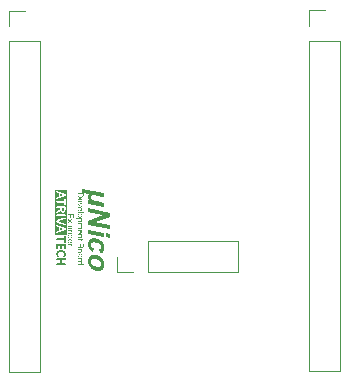
<source format=gbr>
%TF.GenerationSoftware,KiCad,Pcbnew,7.0.10*%
%TF.CreationDate,2024-05-25T00:15:11+05:30*%
%TF.ProjectId,bb-adaptor-V1,62622d61-6461-4707-946f-722d56312e6b,rev?*%
%TF.SameCoordinates,Original*%
%TF.FileFunction,Legend,Top*%
%TF.FilePolarity,Positive*%
%FSLAX46Y46*%
G04 Gerber Fmt 4.6, Leading zero omitted, Abs format (unit mm)*
G04 Created by KiCad (PCBNEW 7.0.10) date 2024-05-25 00:15:11*
%MOMM*%
%LPD*%
G01*
G04 APERTURE LIST*
%ADD10C,0.200000*%
%ADD11C,0.301600*%
%ADD12C,0.075000*%
%ADD13C,0.120000*%
G04 APERTURE END LIST*
D10*
G36*
X146395733Y-93303294D02*
G01*
X146386879Y-93303177D01*
X146377940Y-93302774D01*
X146369198Y-93301998D01*
X146367732Y-93301820D01*
X146359053Y-93300379D01*
X146350853Y-93298113D01*
X146348994Y-93297399D01*
X146341708Y-93293139D01*
X146338678Y-93290030D01*
X146335428Y-93282150D01*
X146335309Y-93280135D01*
X146335309Y-93088335D01*
X145713592Y-93088335D01*
X145705342Y-93086085D01*
X145702855Y-93084335D01*
X145697542Y-93077624D01*
X145695065Y-93071703D01*
X145692844Y-93063476D01*
X145691236Y-93054886D01*
X145690223Y-93047701D01*
X145689409Y-93038694D01*
X145688909Y-93029680D01*
X145688644Y-93021016D01*
X145688540Y-93011626D01*
X145688539Y-93010226D01*
X145688619Y-93000723D01*
X145688861Y-92991925D01*
X145689335Y-92982733D01*
X145690119Y-92973494D01*
X145690223Y-92972540D01*
X145691510Y-92963793D01*
X145693326Y-92954872D01*
X145695065Y-92948749D01*
X145698732Y-92940720D01*
X145702855Y-92935906D01*
X145710711Y-92932353D01*
X145713592Y-92932116D01*
X146335309Y-92932116D01*
X146335309Y-92740317D01*
X146337365Y-92732134D01*
X146338678Y-92730211D01*
X146345369Y-92724811D01*
X146348994Y-92723053D01*
X146357258Y-92720474D01*
X146365600Y-92718921D01*
X146367732Y-92718632D01*
X146376265Y-92717792D01*
X146385016Y-92717332D01*
X146393700Y-92717164D01*
X146395733Y-92717158D01*
X146404808Y-92717274D01*
X146413953Y-92717677D01*
X146422873Y-92718453D01*
X146424366Y-92718632D01*
X146433283Y-92720072D01*
X146441499Y-92722339D01*
X146443315Y-92723053D01*
X146450897Y-92727465D01*
X146453421Y-92730211D01*
X146456468Y-92738165D01*
X146456579Y-92740317D01*
X146456579Y-93280135D01*
X146454494Y-93288335D01*
X146453421Y-93290030D01*
X146447008Y-93295624D01*
X146443315Y-93297399D01*
X146435104Y-93299978D01*
X146426572Y-93301531D01*
X146424366Y-93301820D01*
X146415664Y-93302659D01*
X146406716Y-93303120D01*
X146397819Y-93303288D01*
X146395733Y-93303294D01*
G37*
G36*
X145749173Y-93844796D02*
G01*
X145740014Y-93844679D01*
X145730852Y-93844276D01*
X145722009Y-93843500D01*
X145720540Y-93843322D01*
X145711998Y-93841881D01*
X145703868Y-93839615D01*
X145702013Y-93838901D01*
X145694726Y-93834641D01*
X145691697Y-93831532D01*
X145688650Y-93823652D01*
X145688539Y-93821637D01*
X145688539Y-93436774D01*
X145689262Y-93427458D01*
X145691433Y-93418879D01*
X145695052Y-93411036D01*
X145700118Y-93403931D01*
X145706816Y-93398128D01*
X145715329Y-93393983D01*
X145724268Y-93391716D01*
X145733037Y-93390783D01*
X145737804Y-93390667D01*
X146407313Y-93390667D01*
X146416592Y-93391133D01*
X146426127Y-93392856D01*
X146434272Y-93395848D01*
X146441877Y-93400822D01*
X146444999Y-93403931D01*
X146450065Y-93411036D01*
X146453684Y-93418879D01*
X146455855Y-93427458D01*
X146456579Y-93436774D01*
X146456579Y-93819321D01*
X146454322Y-93827726D01*
X146453631Y-93828795D01*
X146447110Y-93834195D01*
X146443315Y-93835953D01*
X146434893Y-93838532D01*
X146426501Y-93840085D01*
X146424366Y-93840374D01*
X146415804Y-93841214D01*
X146406725Y-93841674D01*
X146397498Y-93841842D01*
X146395312Y-93841848D01*
X146386458Y-93841732D01*
X146377518Y-93841329D01*
X146368777Y-93840553D01*
X146367311Y-93840374D01*
X146358768Y-93838934D01*
X146350639Y-93836667D01*
X146348784Y-93835953D01*
X146341206Y-93831541D01*
X146338467Y-93828795D01*
X146335386Y-93820940D01*
X146335309Y-93819321D01*
X146335309Y-93545622D01*
X146146668Y-93545622D01*
X146146668Y-93777213D01*
X146144444Y-93785414D01*
X146143299Y-93787109D01*
X146136608Y-93792703D01*
X146132983Y-93794477D01*
X146124398Y-93797193D01*
X146115910Y-93798709D01*
X146114456Y-93798899D01*
X146105753Y-93799738D01*
X146096805Y-93800198D01*
X146087908Y-93800367D01*
X146085822Y-93800372D01*
X146077375Y-93800280D01*
X146068815Y-93799956D01*
X146059709Y-93799244D01*
X146056768Y-93798899D01*
X146048261Y-93797458D01*
X146039793Y-93795017D01*
X146038452Y-93794477D01*
X146030965Y-93789974D01*
X146028346Y-93787109D01*
X146025470Y-93778898D01*
X146025398Y-93777213D01*
X146025398Y-93545622D01*
X145809808Y-93545622D01*
X145809808Y-93821637D01*
X145807584Y-93829837D01*
X145806439Y-93831532D01*
X145799833Y-93837126D01*
X145796123Y-93838901D01*
X145788017Y-93841480D01*
X145779726Y-93843033D01*
X145777596Y-93843322D01*
X145769108Y-93844161D01*
X145760226Y-93844622D01*
X145751283Y-93844790D01*
X145749173Y-93844796D01*
G37*
G36*
X145814229Y-94491566D02*
G01*
X145805029Y-94491467D01*
X145796127Y-94491131D01*
X145790228Y-94490724D01*
X145781553Y-94489703D01*
X145773175Y-94487987D01*
X145765049Y-94485388D01*
X145760963Y-94483355D01*
X145753850Y-94478593D01*
X145747699Y-94473881D01*
X145741627Y-94467951D01*
X145735807Y-94460953D01*
X145730751Y-94454174D01*
X145726856Y-94448617D01*
X145722077Y-94441301D01*
X145717372Y-94433409D01*
X145712741Y-94424939D01*
X145708184Y-94415891D01*
X145704443Y-94407911D01*
X145702223Y-94402930D01*
X145698697Y-94394319D01*
X145695356Y-94385326D01*
X145692200Y-94375954D01*
X145689229Y-94366201D01*
X145686443Y-94356068D01*
X145684348Y-94347688D01*
X145682854Y-94341243D01*
X145681028Y-94332522D01*
X145679446Y-94323623D01*
X145678107Y-94314547D01*
X145677012Y-94305294D01*
X145676160Y-94295862D01*
X145675551Y-94286253D01*
X145675186Y-94276466D01*
X145675064Y-94266502D01*
X145675160Y-94256719D01*
X145675446Y-94247057D01*
X145675923Y-94237514D01*
X145676591Y-94228092D01*
X145677449Y-94218790D01*
X145678499Y-94209608D01*
X145679739Y-94200545D01*
X145681170Y-94191603D01*
X145682791Y-94182781D01*
X145684604Y-94174079D01*
X145686607Y-94165498D01*
X145688802Y-94157036D01*
X145691187Y-94148694D01*
X145693762Y-94140472D01*
X145696529Y-94132371D01*
X145699486Y-94124389D01*
X145702633Y-94116542D01*
X145707704Y-94105048D01*
X145713198Y-94093888D01*
X145719113Y-94083060D01*
X145725450Y-94072566D01*
X145732209Y-94062405D01*
X145739390Y-94052576D01*
X145746993Y-94043081D01*
X145755017Y-94033919D01*
X145763464Y-94025090D01*
X145772332Y-94016594D01*
X145781625Y-94008446D01*
X145791342Y-94000661D01*
X145801486Y-93993238D01*
X145808485Y-93988491D01*
X145815672Y-93983905D01*
X145823049Y-93979481D01*
X145830616Y-93975217D01*
X145838371Y-93971115D01*
X145846315Y-93967174D01*
X145854449Y-93963394D01*
X145862772Y-93959776D01*
X145871284Y-93956318D01*
X145879985Y-93953022D01*
X145888875Y-93949887D01*
X145893391Y-93948380D01*
X145902564Y-93945525D01*
X145911922Y-93942853D01*
X145921466Y-93940367D01*
X145931196Y-93938064D01*
X145941112Y-93935945D01*
X145951213Y-93934011D01*
X145961501Y-93932261D01*
X145971974Y-93930695D01*
X145982634Y-93929313D01*
X145993479Y-93928116D01*
X146004510Y-93927103D01*
X146015727Y-93926274D01*
X146027129Y-93925629D01*
X146038718Y-93925168D01*
X146050492Y-93924892D01*
X146062453Y-93924800D01*
X146074631Y-93924902D01*
X146086638Y-93925208D01*
X146098474Y-93925718D01*
X146110140Y-93926432D01*
X146121634Y-93927349D01*
X146132956Y-93928471D01*
X146144108Y-93929797D01*
X146155089Y-93931327D01*
X146165899Y-93933060D01*
X146176538Y-93934998D01*
X146187005Y-93937139D01*
X146197302Y-93939485D01*
X146207427Y-93942034D01*
X146217382Y-93944788D01*
X146227165Y-93947745D01*
X146236778Y-93950907D01*
X146246209Y-93954250D01*
X146255450Y-93957756D01*
X146264500Y-93961422D01*
X146273359Y-93965249D01*
X146282027Y-93969238D01*
X146290504Y-93973388D01*
X146298791Y-93977699D01*
X146306887Y-93982171D01*
X146314792Y-93986805D01*
X146322506Y-93991599D01*
X146330029Y-93996555D01*
X146337362Y-94001672D01*
X146344504Y-94006951D01*
X146351455Y-94012390D01*
X146358215Y-94017991D01*
X146364784Y-94023752D01*
X146371161Y-94029668D01*
X146377341Y-94035730D01*
X146383326Y-94041938D01*
X146389115Y-94048293D01*
X146394708Y-94054794D01*
X146400105Y-94061442D01*
X146405307Y-94068236D01*
X146410313Y-94075176D01*
X146415123Y-94082263D01*
X146419738Y-94089496D01*
X146424157Y-94096876D01*
X146428380Y-94104401D01*
X146432407Y-94112074D01*
X146436239Y-94119892D01*
X146439875Y-94127857D01*
X146443315Y-94135969D01*
X146446553Y-94144205D01*
X146449582Y-94152545D01*
X146452402Y-94160989D01*
X146455013Y-94169536D01*
X146457415Y-94178187D01*
X146459608Y-94186942D01*
X146461593Y-94195800D01*
X146463369Y-94204762D01*
X146464935Y-94213827D01*
X146466293Y-94222996D01*
X146467442Y-94232269D01*
X146468382Y-94241645D01*
X146469113Y-94251125D01*
X146469635Y-94260709D01*
X146469949Y-94270396D01*
X146470053Y-94280187D01*
X146469919Y-94290126D01*
X146469519Y-94299941D01*
X146468850Y-94309633D01*
X146467915Y-94319202D01*
X146466712Y-94328648D01*
X146465242Y-94337970D01*
X146464579Y-94341664D01*
X146462847Y-94350828D01*
X146460940Y-94359765D01*
X146458858Y-94368477D01*
X146456602Y-94376962D01*
X146454170Y-94385221D01*
X146451564Y-94393254D01*
X146450473Y-94396404D01*
X146447132Y-94405700D01*
X146443585Y-94414641D01*
X146439829Y-94423227D01*
X146435867Y-94431458D01*
X146431697Y-94439333D01*
X146430262Y-94441880D01*
X146425439Y-94450138D01*
X146420297Y-94458145D01*
X146414984Y-94465328D01*
X146410682Y-94470092D01*
X146404165Y-94476125D01*
X146397207Y-94481040D01*
X146389131Y-94484231D01*
X146383101Y-94485671D01*
X146374512Y-94487216D01*
X146365946Y-94488181D01*
X146363100Y-94488408D01*
X146354612Y-94488888D01*
X146345730Y-94489151D01*
X146336787Y-94489247D01*
X146334678Y-94489251D01*
X146325953Y-94489172D01*
X146316925Y-94488894D01*
X146307870Y-94488351D01*
X146303729Y-94487987D01*
X146294906Y-94486931D01*
X146286259Y-94485026D01*
X146283096Y-94483987D01*
X146275256Y-94480042D01*
X146271516Y-94476829D01*
X146268025Y-94468974D01*
X146267937Y-94467355D01*
X146269912Y-94458691D01*
X146274234Y-94450583D01*
X146278254Y-94444827D01*
X146283662Y-94437485D01*
X146288631Y-94430240D01*
X146293823Y-94422229D01*
X146298449Y-94414753D01*
X146301623Y-94409457D01*
X146306350Y-94401108D01*
X146310900Y-94392166D01*
X146314556Y-94384263D01*
X146318088Y-94375949D01*
X146321497Y-94367223D01*
X146324782Y-94358086D01*
X146327815Y-94348460D01*
X146330334Y-94338270D01*
X146331978Y-94329710D01*
X146333294Y-94320789D01*
X146334281Y-94311505D01*
X146334939Y-94301860D01*
X146335268Y-94291853D01*
X146335309Y-94286714D01*
X146335146Y-94278234D01*
X146334423Y-94267199D01*
X146333120Y-94256473D01*
X146331238Y-94246057D01*
X146328778Y-94235949D01*
X146325738Y-94226151D01*
X146322119Y-94216662D01*
X146317922Y-94207482D01*
X146316782Y-94205236D01*
X146311900Y-94196452D01*
X146306518Y-94187998D01*
X146300636Y-94179872D01*
X146294254Y-94172076D01*
X146287372Y-94164609D01*
X146279991Y-94157470D01*
X146272109Y-94150660D01*
X146263726Y-94144180D01*
X146254871Y-94138104D01*
X146245568Y-94132403D01*
X146235817Y-94127077D01*
X146228211Y-94123329D01*
X146220353Y-94119791D01*
X146212243Y-94116465D01*
X146203881Y-94113349D01*
X146195268Y-94110445D01*
X146186403Y-94107751D01*
X146180354Y-94106073D01*
X146171086Y-94103740D01*
X146161600Y-94101636D01*
X146151896Y-94099763D01*
X146141973Y-94098118D01*
X146131832Y-94096703D01*
X146121473Y-94095518D01*
X146110896Y-94094562D01*
X146100100Y-94093835D01*
X146089085Y-94093338D01*
X146077852Y-94093070D01*
X146070243Y-94093019D01*
X146057807Y-94093141D01*
X146045686Y-94093508D01*
X146033880Y-94094118D01*
X146022388Y-94094973D01*
X146011211Y-94096072D01*
X146000348Y-94097416D01*
X145989800Y-94099004D01*
X145979567Y-94100835D01*
X145969648Y-94102912D01*
X145960044Y-94105232D01*
X145953816Y-94106915D01*
X145944768Y-94109624D01*
X145936019Y-94112540D01*
X145927571Y-94115664D01*
X145919422Y-94118994D01*
X145911573Y-94122532D01*
X145904024Y-94126278D01*
X145894425Y-94131594D01*
X145885359Y-94137278D01*
X145876825Y-94143331D01*
X145872759Y-94146496D01*
X145865064Y-94153134D01*
X145857876Y-94160102D01*
X145851195Y-94167398D01*
X145845020Y-94175024D01*
X145839352Y-94182978D01*
X145834191Y-94191261D01*
X145829536Y-94199874D01*
X145825388Y-94208815D01*
X145821736Y-94218062D01*
X145818572Y-94227592D01*
X145815894Y-94237405D01*
X145813703Y-94247501D01*
X145811999Y-94257880D01*
X145810782Y-94268542D01*
X145810051Y-94279486D01*
X145809808Y-94290714D01*
X145809972Y-94300905D01*
X145810466Y-94310741D01*
X145811288Y-94320222D01*
X145812440Y-94329347D01*
X145813920Y-94338118D01*
X145815729Y-94346533D01*
X145818454Y-94356552D01*
X145820335Y-94362296D01*
X145823737Y-94371560D01*
X145827231Y-94380402D01*
X145830818Y-94388822D01*
X145834497Y-94396821D01*
X145838269Y-94404399D01*
X145842917Y-94412935D01*
X145843705Y-94414299D01*
X145848432Y-94422157D01*
X145852981Y-94429468D01*
X145858065Y-94437304D01*
X145862906Y-94444395D01*
X145866864Y-94449880D01*
X145871851Y-94457197D01*
X145875729Y-94464782D01*
X145877180Y-94471355D01*
X145875531Y-94479654D01*
X145874864Y-94480829D01*
X145867808Y-94485970D01*
X145865811Y-94486724D01*
X145857108Y-94488992D01*
X145848368Y-94490166D01*
X145846863Y-94490303D01*
X145838429Y-94490969D01*
X145829467Y-94491358D01*
X145820411Y-94491536D01*
X145814229Y-94491566D01*
G37*
G36*
X145713171Y-95197919D02*
G01*
X145705039Y-95195669D01*
X145702645Y-95193919D01*
X145697513Y-95187208D01*
X145695065Y-95181287D01*
X145692844Y-95173129D01*
X145691236Y-95164707D01*
X145690223Y-95157707D01*
X145689409Y-95148800D01*
X145688909Y-95139849D01*
X145688644Y-95131218D01*
X145688540Y-95121842D01*
X145688539Y-95120441D01*
X145688619Y-95110692D01*
X145688861Y-95101709D01*
X145689335Y-95092379D01*
X145690119Y-95083079D01*
X145690223Y-95082124D01*
X145691510Y-95073398D01*
X145693326Y-95064555D01*
X145695065Y-95058543D01*
X145698732Y-95050843D01*
X145702855Y-95046122D01*
X145710711Y-95042569D01*
X145713592Y-95042332D01*
X146025398Y-95042332D01*
X146025398Y-94755580D01*
X145713592Y-94755580D01*
X145705342Y-94753567D01*
X145702855Y-94752001D01*
X145697315Y-94745037D01*
X145695065Y-94739579D01*
X145692844Y-94731387D01*
X145691236Y-94722881D01*
X145690223Y-94715789D01*
X145689409Y-94706849D01*
X145688909Y-94697813D01*
X145688644Y-94689064D01*
X145688540Y-94679529D01*
X145688539Y-94678103D01*
X145688619Y-94668599D01*
X145688861Y-94659801D01*
X145689335Y-94650610D01*
X145690119Y-94641371D01*
X145690223Y-94640416D01*
X145691510Y-94631670D01*
X145693326Y-94622748D01*
X145695065Y-94616626D01*
X145698672Y-94608597D01*
X145702645Y-94603783D01*
X145710303Y-94600230D01*
X145713171Y-94599993D01*
X146431946Y-94599993D01*
X146440386Y-94602306D01*
X146442473Y-94603783D01*
X146447605Y-94610675D01*
X146450052Y-94616626D01*
X146452238Y-94624818D01*
X146453763Y-94633324D01*
X146454684Y-94640416D01*
X146455600Y-94649526D01*
X146456162Y-94658602D01*
X146456460Y-94667299D01*
X146456577Y-94676702D01*
X146456579Y-94678103D01*
X146456498Y-94687750D01*
X146456256Y-94696611D01*
X146455783Y-94705776D01*
X146454998Y-94714860D01*
X146454894Y-94715789D01*
X146453718Y-94724535D01*
X146451981Y-94733457D01*
X146450263Y-94739579D01*
X146446655Y-94747489D01*
X146442683Y-94752001D01*
X146434665Y-94755454D01*
X146432577Y-94755580D01*
X146160142Y-94755580D01*
X146160142Y-95042332D01*
X146432577Y-95042332D01*
X146440688Y-95044645D01*
X146442683Y-95046122D01*
X146447815Y-95052849D01*
X146450263Y-95058543D01*
X146452600Y-95067305D01*
X146454097Y-95075886D01*
X146454894Y-95082124D01*
X146455709Y-95091283D01*
X146456209Y-95100488D01*
X146456473Y-95109362D01*
X146456577Y-95119002D01*
X146456579Y-95120441D01*
X146456488Y-95129924D01*
X146456216Y-95138662D01*
X146455683Y-95147735D01*
X146454800Y-95156778D01*
X146454684Y-95157707D01*
X146453508Y-95166342D01*
X146451771Y-95175184D01*
X146450052Y-95181287D01*
X146446445Y-95189256D01*
X146442473Y-95193919D01*
X146434814Y-95197669D01*
X146431946Y-95197919D01*
X145713171Y-95197919D01*
G37*
D11*
G36*
X149710428Y-89094869D02*
G01*
X149710428Y-89434709D01*
X149097134Y-89307214D01*
X149075994Y-89302889D01*
X149055437Y-89298819D01*
X149035465Y-89295004D01*
X149016076Y-89291442D01*
X148997271Y-89288134D01*
X148979050Y-89285081D01*
X148961413Y-89282282D01*
X148936053Y-89278559D01*
X148912006Y-89275409D01*
X148889273Y-89272830D01*
X148867853Y-89270823D01*
X148847747Y-89269389D01*
X148828956Y-89268526D01*
X148811224Y-89268389D01*
X148788579Y-89269578D01*
X148767074Y-89272332D01*
X148746710Y-89276653D01*
X148727487Y-89282540D01*
X148709403Y-89289993D01*
X148692460Y-89299013D01*
X148676657Y-89309598D01*
X148672884Y-89312489D01*
X148658871Y-89324930D01*
X148646726Y-89338510D01*
X148636449Y-89353231D01*
X148628041Y-89369093D01*
X148621502Y-89386094D01*
X148616831Y-89404236D01*
X148614028Y-89423518D01*
X148613094Y-89443941D01*
X148614062Y-89465435D01*
X148616968Y-89486613D01*
X148621811Y-89507475D01*
X148628591Y-89528021D01*
X148637308Y-89548252D01*
X148647962Y-89568166D01*
X148660554Y-89587764D01*
X148671269Y-89602255D01*
X148675083Y-89607046D01*
X148687020Y-89621116D01*
X148699421Y-89634475D01*
X148712285Y-89647124D01*
X148725613Y-89659061D01*
X148739405Y-89670287D01*
X148753661Y-89680802D01*
X148768380Y-89690607D01*
X148783563Y-89699700D01*
X148799210Y-89708082D01*
X148815320Y-89715753D01*
X148826318Y-89720473D01*
X148843828Y-89727318D01*
X148862892Y-89734172D01*
X148883509Y-89741033D01*
X148905679Y-89747902D01*
X148929403Y-89754778D01*
X148954680Y-89761663D01*
X148972394Y-89766257D01*
X148990799Y-89770854D01*
X149009894Y-89775455D01*
X149029679Y-89780059D01*
X149050155Y-89784667D01*
X149071321Y-89789278D01*
X149093177Y-89793892D01*
X149710428Y-89922266D01*
X149710428Y-90262106D01*
X148388000Y-89987332D01*
X148388000Y-89674311D01*
X148533080Y-89704646D01*
X148512104Y-89688089D01*
X148492482Y-89671281D01*
X148474213Y-89654223D01*
X148457297Y-89636914D01*
X148441735Y-89619354D01*
X148427526Y-89601544D01*
X148414670Y-89583483D01*
X148403167Y-89565171D01*
X148393018Y-89546608D01*
X148384221Y-89527795D01*
X148376778Y-89508731D01*
X148370689Y-89489416D01*
X148365952Y-89469850D01*
X148362569Y-89450034D01*
X148360539Y-89429967D01*
X148359863Y-89409649D01*
X148360539Y-89388390D01*
X148362569Y-89368138D01*
X148365952Y-89348892D01*
X148370689Y-89330652D01*
X148376778Y-89313418D01*
X148384221Y-89297191D01*
X148397923Y-89274738D01*
X148414670Y-89254548D01*
X148427526Y-89242347D01*
X148441735Y-89231151D01*
X148457297Y-89220962D01*
X148474213Y-89211780D01*
X148492482Y-89203604D01*
X148512104Y-89196434D01*
X148533080Y-89190270D01*
X147881538Y-89054422D01*
X147881538Y-88714583D01*
X149710428Y-89094869D01*
G37*
G36*
X148388000Y-90370696D02*
G01*
X150216890Y-90750982D01*
X150216890Y-91099175D01*
X148981070Y-91567388D01*
X150216890Y-91824576D01*
X150216890Y-92156942D01*
X148388000Y-91776655D01*
X148388000Y-91417472D01*
X149605355Y-90956293D01*
X148388000Y-90703062D01*
X148388000Y-90370696D01*
G37*
G36*
X149907385Y-92498540D02*
G01*
X150216890Y-92562727D01*
X150216890Y-92903006D01*
X149907385Y-92838819D01*
X149907385Y-92498540D01*
G37*
G36*
X148388000Y-92182441D02*
G01*
X149710428Y-92457214D01*
X149710428Y-92797493D01*
X148388000Y-92522720D01*
X148388000Y-92182441D01*
G37*
G36*
X149344650Y-94201254D02*
G01*
X149288376Y-93854820D01*
X149306330Y-93855012D01*
X149328933Y-93853813D01*
X149350012Y-93850952D01*
X149369565Y-93846429D01*
X149387594Y-93840243D01*
X149404097Y-93832395D01*
X149419076Y-93822884D01*
X149435655Y-93808658D01*
X149449967Y-93792017D01*
X149459670Y-93777097D01*
X149467820Y-93760748D01*
X149474418Y-93742970D01*
X149479463Y-93723764D01*
X149482957Y-93703128D01*
X149484897Y-93681064D01*
X149485334Y-93663578D01*
X149484491Y-93640030D01*
X149481964Y-93617030D01*
X149477753Y-93594579D01*
X149471856Y-93572676D01*
X149464275Y-93551322D01*
X149455009Y-93530517D01*
X149444059Y-93510261D01*
X149431423Y-93490553D01*
X149417103Y-93471394D01*
X149401099Y-93452784D01*
X149389493Y-93440682D01*
X149370391Y-93423223D01*
X149356398Y-93412060D01*
X149341399Y-93401279D01*
X149325393Y-93390879D01*
X149308381Y-93380860D01*
X149290363Y-93371222D01*
X149271338Y-93361966D01*
X149251307Y-93353091D01*
X149230270Y-93344597D01*
X149208226Y-93336484D01*
X149185176Y-93328753D01*
X149161120Y-93321403D01*
X149136057Y-93314434D01*
X149109988Y-93307846D01*
X149082913Y-93301639D01*
X149068997Y-93298679D01*
X149038355Y-93292612D01*
X149008856Y-93287379D01*
X148980502Y-93282981D01*
X148953290Y-93279418D01*
X148927223Y-93276689D01*
X148902299Y-93274795D01*
X148878519Y-93273735D01*
X148855883Y-93273510D01*
X148834391Y-93274120D01*
X148814042Y-93275564D01*
X148794837Y-93277843D01*
X148776776Y-93280956D01*
X148751829Y-93287192D01*
X148729455Y-93295305D01*
X148715969Y-93301757D01*
X148697584Y-93312796D01*
X148681007Y-93325142D01*
X148666239Y-93338793D01*
X148653279Y-93353751D01*
X148642128Y-93370014D01*
X148632785Y-93387584D01*
X148625250Y-93406459D01*
X148619523Y-93426641D01*
X148615605Y-93448129D01*
X148613496Y-93470922D01*
X148613094Y-93486844D01*
X148613592Y-93504774D01*
X148615808Y-93528044D01*
X148619795Y-93550586D01*
X148625555Y-93572399D01*
X148633087Y-93593485D01*
X148642392Y-93613842D01*
X148653469Y-93633471D01*
X148666318Y-93652372D01*
X148669807Y-93656983D01*
X148681246Y-93670583D01*
X148694129Y-93683851D01*
X148708458Y-93696786D01*
X148724233Y-93709390D01*
X148741452Y-93721660D01*
X148760116Y-93733599D01*
X148780226Y-93745205D01*
X148801780Y-93756479D01*
X148824780Y-93767420D01*
X148840916Y-93774530D01*
X148857695Y-93781492D01*
X148866325Y-93784918D01*
X148810051Y-94107172D01*
X148782615Y-94094579D01*
X148756031Y-94081419D01*
X148730298Y-94067692D01*
X148705418Y-94053399D01*
X148681389Y-94038539D01*
X148658211Y-94023112D01*
X148635886Y-94007118D01*
X148614413Y-93990558D01*
X148593791Y-93973431D01*
X148574021Y-93955737D01*
X148555103Y-93937477D01*
X148537036Y-93918650D01*
X148519822Y-93899256D01*
X148503459Y-93879296D01*
X148487948Y-93858768D01*
X148473289Y-93837674D01*
X148459554Y-93815995D01*
X148446705Y-93793711D01*
X148434742Y-93770822D01*
X148423665Y-93747329D01*
X148413474Y-93723231D01*
X148404170Y-93698529D01*
X148395752Y-93673223D01*
X148388219Y-93647311D01*
X148381573Y-93620796D01*
X148375813Y-93593676D01*
X148370940Y-93565951D01*
X148366952Y-93537622D01*
X148363850Y-93508688D01*
X148361635Y-93479150D01*
X148360306Y-93449008D01*
X148359863Y-93418260D01*
X148360575Y-93383682D01*
X148362713Y-93350288D01*
X148366277Y-93318080D01*
X148371266Y-93287056D01*
X148377680Y-93257218D01*
X148385520Y-93228564D01*
X148394785Y-93201095D01*
X148405475Y-93174811D01*
X148417591Y-93149713D01*
X148431132Y-93125799D01*
X148446099Y-93103070D01*
X148462491Y-93081526D01*
X148480308Y-93061167D01*
X148499551Y-93041993D01*
X148520219Y-93024004D01*
X148542312Y-93007200D01*
X148565719Y-92991758D01*
X148590219Y-92977854D01*
X148615811Y-92965489D01*
X148642494Y-92954663D01*
X148670271Y-92945376D01*
X148699139Y-92937627D01*
X148729100Y-92931417D01*
X148760152Y-92926746D01*
X148792297Y-92923614D01*
X148825535Y-92922020D01*
X148859864Y-92921965D01*
X148895286Y-92923449D01*
X148913406Y-92924768D01*
X148931800Y-92926471D01*
X148950466Y-92928560D01*
X148969406Y-92931033D01*
X148988619Y-92933890D01*
X149008104Y-92937133D01*
X149027863Y-92940760D01*
X149047895Y-92944771D01*
X149068169Y-92949165D01*
X149088161Y-92953827D01*
X149107871Y-92958758D01*
X149127297Y-92963957D01*
X149146442Y-92969426D01*
X149165304Y-92975163D01*
X149183883Y-92981169D01*
X149202180Y-92987444D01*
X149220194Y-92993987D01*
X149237926Y-93000799D01*
X149255376Y-93007880D01*
X149272543Y-93015230D01*
X149289427Y-93022849D01*
X149306029Y-93030736D01*
X149322348Y-93038892D01*
X149338385Y-93047317D01*
X149354139Y-93056010D01*
X149369611Y-93064973D01*
X149384801Y-93074204D01*
X149399708Y-93083704D01*
X149414332Y-93093472D01*
X149442733Y-93113816D01*
X149470004Y-93135234D01*
X149496146Y-93157728D01*
X149521157Y-93181297D01*
X149545038Y-93205940D01*
X149556555Y-93218665D01*
X149578595Y-93244753D01*
X149599214Y-93271470D01*
X149618410Y-93298815D01*
X149636184Y-93326788D01*
X149652537Y-93355391D01*
X149667467Y-93384621D01*
X149680976Y-93414481D01*
X149693062Y-93444968D01*
X149703727Y-93476085D01*
X149712970Y-93507830D01*
X149720790Y-93540203D01*
X149727189Y-93573205D01*
X149732166Y-93606836D01*
X149735721Y-93641095D01*
X149737854Y-93675982D01*
X149738387Y-93693662D01*
X149738565Y-93711498D01*
X149738183Y-93740336D01*
X149737040Y-93768267D01*
X149735134Y-93795291D01*
X149732465Y-93821408D01*
X149729034Y-93846618D01*
X149724840Y-93870922D01*
X149719884Y-93894319D01*
X149714165Y-93916809D01*
X149707684Y-93938392D01*
X149700440Y-93959069D01*
X149692434Y-93978839D01*
X149683665Y-93997702D01*
X149674134Y-94015659D01*
X149663840Y-94032708D01*
X149652784Y-94048851D01*
X149640965Y-94064087D01*
X149628422Y-94078482D01*
X149615082Y-94092101D01*
X149600945Y-94104943D01*
X149586011Y-94117009D01*
X149570280Y-94128298D01*
X149553752Y-94138812D01*
X149536428Y-94148549D01*
X149518307Y-94157510D01*
X149499388Y-94165695D01*
X149479673Y-94173104D01*
X149459162Y-94179736D01*
X149437853Y-94185592D01*
X149415747Y-94190672D01*
X149392845Y-94194976D01*
X149369146Y-94198503D01*
X149344650Y-94201254D01*
G37*
G36*
X148882009Y-94324210D02*
G01*
X148906916Y-94325156D01*
X148932361Y-94326862D01*
X148958346Y-94329326D01*
X148984870Y-94332549D01*
X149011934Y-94336532D01*
X149039537Y-94341273D01*
X149067678Y-94346774D01*
X149089396Y-94351650D01*
X149111024Y-94357154D01*
X149132563Y-94363286D01*
X149154012Y-94370047D01*
X149175372Y-94377437D01*
X149196643Y-94385455D01*
X149217825Y-94394102D01*
X149238917Y-94403377D01*
X149259920Y-94413281D01*
X149280834Y-94423814D01*
X149301658Y-94434975D01*
X149322393Y-94446764D01*
X149343039Y-94459182D01*
X149363595Y-94472229D01*
X149384063Y-94485904D01*
X149404441Y-94500207D01*
X149424473Y-94515090D01*
X149443905Y-94530391D01*
X149462735Y-94546112D01*
X149480965Y-94562251D01*
X149498593Y-94578810D01*
X149515621Y-94595787D01*
X149532047Y-94613184D01*
X149547872Y-94631000D01*
X149563096Y-94649234D01*
X149577719Y-94667888D01*
X149591741Y-94686960D01*
X149605162Y-94706452D01*
X149617982Y-94726363D01*
X149630201Y-94746693D01*
X149641819Y-94767442D01*
X149652836Y-94788609D01*
X149663217Y-94810054D01*
X149672928Y-94831632D01*
X149681970Y-94853344D01*
X149690342Y-94875190D01*
X149698044Y-94897171D01*
X149705077Y-94919285D01*
X149711439Y-94941533D01*
X149717132Y-94963915D01*
X149722156Y-94986431D01*
X149726509Y-95009081D01*
X149730193Y-95031864D01*
X149733207Y-95054782D01*
X149735551Y-95077834D01*
X149737225Y-95101020D01*
X149738230Y-95124339D01*
X149738565Y-95147793D01*
X149738375Y-95165868D01*
X149737806Y-95183659D01*
X149735529Y-95218389D01*
X149731733Y-95251982D01*
X149726420Y-95284438D01*
X149719588Y-95315757D01*
X149711239Y-95345939D01*
X149701371Y-95374984D01*
X149689985Y-95402892D01*
X149677081Y-95429664D01*
X149662659Y-95455299D01*
X149646718Y-95479796D01*
X149629260Y-95503157D01*
X149610283Y-95525381D01*
X149589789Y-95546468D01*
X149567776Y-95566419D01*
X149544245Y-95585232D01*
X149519553Y-95602665D01*
X149494058Y-95618473D01*
X149467759Y-95632656D01*
X149440656Y-95645215D01*
X149412749Y-95656149D01*
X149384039Y-95665459D01*
X149354525Y-95673144D01*
X149324207Y-95679204D01*
X149293085Y-95683640D01*
X149261160Y-95686451D01*
X149228431Y-95687638D01*
X149194898Y-95687200D01*
X149160562Y-95685138D01*
X149125422Y-95681451D01*
X149107551Y-95678998D01*
X149089478Y-95676139D01*
X149071205Y-95672874D01*
X149052731Y-95669203D01*
X149034146Y-95665165D01*
X149015760Y-95660801D01*
X148997574Y-95656111D01*
X148979586Y-95651095D01*
X148961798Y-95645752D01*
X148944209Y-95640083D01*
X148926819Y-95634088D01*
X148909629Y-95627767D01*
X148892638Y-95621119D01*
X148875846Y-95614145D01*
X148859253Y-95606845D01*
X148842859Y-95599218D01*
X148826665Y-95591265D01*
X148810669Y-95582986D01*
X148794873Y-95574380D01*
X148779277Y-95565448D01*
X148763879Y-95556190D01*
X148748681Y-95546606D01*
X148733681Y-95536695D01*
X148718881Y-95526458D01*
X148704281Y-95515895D01*
X148689879Y-95505005D01*
X148675677Y-95493789D01*
X148661674Y-95482247D01*
X148647870Y-95470378D01*
X148634265Y-95458184D01*
X148620859Y-95445663D01*
X148607653Y-95432815D01*
X148594646Y-95419642D01*
X148581838Y-95406142D01*
X148569230Y-95392315D01*
X148556820Y-95378163D01*
X148544703Y-95363792D01*
X148532970Y-95349312D01*
X148521622Y-95334721D01*
X148510658Y-95320021D01*
X148500079Y-95305211D01*
X148489885Y-95290290D01*
X148480076Y-95275260D01*
X148470651Y-95260120D01*
X148461611Y-95244870D01*
X148452956Y-95229510D01*
X148436799Y-95198461D01*
X148422181Y-95166972D01*
X148409102Y-95135043D01*
X148397562Y-95102675D01*
X148387560Y-95069867D01*
X148379097Y-95036620D01*
X148372173Y-95002933D01*
X148366787Y-94968806D01*
X148362940Y-94934239D01*
X148361657Y-94914785D01*
X148613094Y-94914785D01*
X148614079Y-94939510D01*
X148617035Y-94963894D01*
X148621962Y-94987938D01*
X148628859Y-95011643D01*
X148637727Y-95035007D01*
X148648565Y-95058031D01*
X148661374Y-95080716D01*
X148671009Y-95095650D01*
X148681519Y-95110432D01*
X148692905Y-95125064D01*
X148705166Y-95139545D01*
X148718304Y-95153874D01*
X148725201Y-95160982D01*
X148739666Y-95174944D01*
X148754925Y-95188363D01*
X148770977Y-95201240D01*
X148787822Y-95213574D01*
X148805461Y-95225365D01*
X148823893Y-95236613D01*
X148843118Y-95247319D01*
X148863137Y-95257482D01*
X148883950Y-95267103D01*
X148905555Y-95276181D01*
X148927955Y-95284716D01*
X148951147Y-95292708D01*
X148975133Y-95300158D01*
X148999913Y-95307065D01*
X149025485Y-95313430D01*
X149051852Y-95319251D01*
X149077577Y-95324261D01*
X149102547Y-95328408D01*
X149126762Y-95331693D01*
X149150220Y-95334117D01*
X149172924Y-95335678D01*
X149194871Y-95336377D01*
X149216063Y-95336214D01*
X149236499Y-95335188D01*
X149256180Y-95333301D01*
X149275105Y-95330551D01*
X149293274Y-95326940D01*
X149310688Y-95322466D01*
X149335392Y-95314139D01*
X149358395Y-95303873D01*
X149372787Y-95295951D01*
X149392900Y-95282841D01*
X149411035Y-95268573D01*
X149427192Y-95253145D01*
X149441370Y-95236558D01*
X149453570Y-95218812D01*
X149463792Y-95199907D01*
X149472035Y-95179843D01*
X149478300Y-95158619D01*
X149482586Y-95136236D01*
X149484894Y-95112694D01*
X149485334Y-95096355D01*
X149484345Y-95071623D01*
X149481377Y-95047216D01*
X149476431Y-95023133D01*
X149469507Y-94999374D01*
X149460604Y-94975940D01*
X149449723Y-94952831D01*
X149436864Y-94930046D01*
X149427192Y-94915037D01*
X149416640Y-94900172D01*
X149405210Y-94885451D01*
X149392900Y-94870874D01*
X149379711Y-94856441D01*
X149372787Y-94849279D01*
X149358385Y-94835319D01*
X149343207Y-94821905D01*
X149327253Y-94809037D01*
X149310523Y-94796715D01*
X149293017Y-94784939D01*
X149274734Y-94773710D01*
X149255675Y-94763026D01*
X149235840Y-94752889D01*
X149215228Y-94743298D01*
X149193841Y-94734252D01*
X149171677Y-94725753D01*
X149148737Y-94717800D01*
X149125020Y-94710393D01*
X149100528Y-94703533D01*
X149075259Y-94697218D01*
X149049214Y-94691450D01*
X149023167Y-94686389D01*
X148997893Y-94682197D01*
X148973392Y-94678874D01*
X148949663Y-94676420D01*
X148926708Y-94674834D01*
X148904525Y-94674118D01*
X148883115Y-94674271D01*
X148862478Y-94675293D01*
X148842613Y-94677184D01*
X148823522Y-94679943D01*
X148805203Y-94683572D01*
X148787657Y-94688070D01*
X148770884Y-94693437D01*
X148747173Y-94703116D01*
X148725201Y-94714750D01*
X148705166Y-94727938D01*
X148687102Y-94742277D01*
X148671009Y-94757768D01*
X148656886Y-94774411D01*
X148644733Y-94792204D01*
X148634552Y-94811149D01*
X148626341Y-94831246D01*
X148620100Y-94852494D01*
X148615831Y-94874894D01*
X148613532Y-94898445D01*
X148613094Y-94914785D01*
X148361657Y-94914785D01*
X148360632Y-94899233D01*
X148360055Y-94881565D01*
X148359863Y-94863787D01*
X148360182Y-94841826D01*
X148361140Y-94820126D01*
X148362738Y-94798687D01*
X148364974Y-94777509D01*
X148367848Y-94756591D01*
X148371362Y-94735935D01*
X148375514Y-94715540D01*
X148380306Y-94695406D01*
X148385736Y-94675533D01*
X148391805Y-94655921D01*
X148398513Y-94636571D01*
X148405860Y-94617481D01*
X148413845Y-94598652D01*
X148422470Y-94580084D01*
X148431733Y-94561777D01*
X148441635Y-94543732D01*
X148452209Y-94526179D01*
X148463377Y-94509351D01*
X148475139Y-94493247D01*
X148487495Y-94477868D01*
X148500445Y-94463214D01*
X148513990Y-94449285D01*
X148528129Y-94436081D01*
X148542862Y-94423601D01*
X148558189Y-94411846D01*
X148574110Y-94400815D01*
X148590626Y-94390509D01*
X148607736Y-94380928D01*
X148625440Y-94372072D01*
X148643738Y-94363941D01*
X148662630Y-94356534D01*
X148682117Y-94349852D01*
X148702170Y-94343966D01*
X148722763Y-94338840D01*
X148743894Y-94334473D01*
X148765565Y-94330865D01*
X148787776Y-94328016D01*
X148810525Y-94325926D01*
X148833814Y-94324595D01*
X148857642Y-94324023D01*
X148882009Y-94324210D01*
G37*
D12*
G36*
X147991025Y-89239945D02*
G01*
X147990996Y-89247179D01*
X147990910Y-89254195D01*
X147990767Y-89260994D01*
X147990567Y-89267575D01*
X147990309Y-89273939D01*
X147989994Y-89280085D01*
X147989622Y-89286013D01*
X147989193Y-89291724D01*
X147988706Y-89297218D01*
X147988162Y-89302494D01*
X147987561Y-89307553D01*
X147986903Y-89312393D01*
X147985808Y-89319247D01*
X147984585Y-89325611D01*
X147983697Y-89329582D01*
X147982382Y-89334936D01*
X147980938Y-89340191D01*
X147979367Y-89345347D01*
X147977668Y-89350404D01*
X147975841Y-89355361D01*
X147973886Y-89360219D01*
X147971803Y-89364978D01*
X147969592Y-89369638D01*
X147967254Y-89374198D01*
X147964788Y-89378660D01*
X147962193Y-89383022D01*
X147959471Y-89387284D01*
X147956622Y-89391448D01*
X147953644Y-89395512D01*
X147950539Y-89399478D01*
X147947305Y-89403343D01*
X147942987Y-89408256D01*
X147938522Y-89413010D01*
X147933909Y-89417606D01*
X147929147Y-89422043D01*
X147924238Y-89426322D01*
X147919181Y-89430443D01*
X147913976Y-89434405D01*
X147908623Y-89438209D01*
X147903122Y-89441855D01*
X147897474Y-89445342D01*
X147891677Y-89448671D01*
X147885733Y-89451841D01*
X147879641Y-89454853D01*
X147873401Y-89457707D01*
X147867013Y-89460402D01*
X147860477Y-89462939D01*
X147853823Y-89465334D01*
X147847051Y-89467575D01*
X147840161Y-89469662D01*
X147833152Y-89471594D01*
X147826025Y-89473371D01*
X147818780Y-89474994D01*
X147811416Y-89476463D01*
X147803935Y-89477776D01*
X147796334Y-89478936D01*
X147788616Y-89479940D01*
X147780779Y-89480790D01*
X147772824Y-89481486D01*
X147764751Y-89482027D01*
X147756559Y-89482413D01*
X147748249Y-89482645D01*
X147739821Y-89482722D01*
X147732637Y-89482670D01*
X147725556Y-89482512D01*
X147718577Y-89482250D01*
X147711702Y-89481883D01*
X147704930Y-89481410D01*
X147698261Y-89480833D01*
X147691695Y-89480151D01*
X147685233Y-89479364D01*
X147678873Y-89478472D01*
X147672616Y-89477475D01*
X147666462Y-89476373D01*
X147660411Y-89475166D01*
X147654464Y-89473854D01*
X147648619Y-89472437D01*
X147642877Y-89470916D01*
X147637239Y-89469289D01*
X147631712Y-89467595D01*
X147626305Y-89465841D01*
X147621019Y-89464027D01*
X147615852Y-89462153D01*
X147610806Y-89460218D01*
X147605880Y-89458224D01*
X147601075Y-89456169D01*
X147596389Y-89454054D01*
X147591824Y-89451880D01*
X147587379Y-89449645D01*
X147583054Y-89447350D01*
X147576792Y-89443794D01*
X147570801Y-89440104D01*
X147565080Y-89436278D01*
X147563233Y-89434973D01*
X147557847Y-89431022D01*
X147552680Y-89427000D01*
X147547732Y-89422908D01*
X147543003Y-89418744D01*
X147538493Y-89414510D01*
X147534202Y-89410205D01*
X147530130Y-89405829D01*
X147526276Y-89401382D01*
X147522642Y-89396864D01*
X147519227Y-89392276D01*
X147517071Y-89389177D01*
X147514005Y-89384415D01*
X147511081Y-89379470D01*
X147508298Y-89374343D01*
X147505657Y-89369033D01*
X147503157Y-89363541D01*
X147500800Y-89357866D01*
X147498584Y-89352009D01*
X147496509Y-89345969D01*
X147494576Y-89339747D01*
X147492785Y-89333343D01*
X147491670Y-89328971D01*
X147490121Y-89322285D01*
X147488723Y-89315413D01*
X147487479Y-89308357D01*
X147486386Y-89301116D01*
X147485743Y-89296187D01*
X147485167Y-89291175D01*
X147484659Y-89286081D01*
X147484219Y-89280905D01*
X147483846Y-89275647D01*
X147483541Y-89270307D01*
X147483304Y-89264885D01*
X147483135Y-89259381D01*
X147483033Y-89253795D01*
X147483000Y-89248127D01*
X147483000Y-89133089D01*
X147541618Y-89133089D01*
X147541618Y-89240556D01*
X147541655Y-89246700D01*
X147541765Y-89252676D01*
X147541948Y-89258485D01*
X147542205Y-89264125D01*
X147542536Y-89269598D01*
X147542940Y-89274902D01*
X147543418Y-89280039D01*
X147543969Y-89285008D01*
X147544933Y-89292146D01*
X147546062Y-89298907D01*
X147547357Y-89305289D01*
X147548817Y-89311294D01*
X147550443Y-89316922D01*
X147551021Y-89318713D01*
X147552852Y-89323925D01*
X147554818Y-89328934D01*
X147556919Y-89333742D01*
X147559156Y-89338348D01*
X147561527Y-89342752D01*
X147564034Y-89346955D01*
X147567587Y-89352244D01*
X147571381Y-89357175D01*
X147575414Y-89361747D01*
X147577521Y-89363898D01*
X147582178Y-89368248D01*
X147587127Y-89372413D01*
X147592368Y-89376394D01*
X147597900Y-89380190D01*
X147603725Y-89383801D01*
X147609842Y-89387228D01*
X147616250Y-89390470D01*
X147620685Y-89392529D01*
X147625249Y-89394506D01*
X147629943Y-89396401D01*
X147634767Y-89398214D01*
X147639720Y-89399944D01*
X147642246Y-89400779D01*
X147647396Y-89402391D01*
X147652681Y-89403899D01*
X147658101Y-89405303D01*
X147663655Y-89406603D01*
X147669344Y-89407798D01*
X147675167Y-89408890D01*
X147681125Y-89409878D01*
X147687217Y-89410762D01*
X147693444Y-89411542D01*
X147699805Y-89412218D01*
X147706301Y-89412790D01*
X147712931Y-89413258D01*
X147719696Y-89413622D01*
X147726595Y-89413882D01*
X147733629Y-89414038D01*
X147740798Y-89414090D01*
X147745784Y-89414065D01*
X147750696Y-89413988D01*
X147760303Y-89413684D01*
X147769618Y-89413176D01*
X147778640Y-89412464D01*
X147787371Y-89411550D01*
X147795810Y-89410432D01*
X147803957Y-89409111D01*
X147811811Y-89407587D01*
X147819374Y-89405860D01*
X147826645Y-89403929D01*
X147833624Y-89401795D01*
X147840312Y-89399458D01*
X147846707Y-89396918D01*
X147852810Y-89394175D01*
X147858621Y-89391228D01*
X147864140Y-89388078D01*
X147869418Y-89384798D01*
X147874473Y-89381430D01*
X147879306Y-89377975D01*
X147883917Y-89374431D01*
X147888305Y-89370800D01*
X147892471Y-89367081D01*
X147896414Y-89363274D01*
X147900136Y-89359380D01*
X147903635Y-89355397D01*
X147906912Y-89351327D01*
X147909966Y-89347169D01*
X147912798Y-89342924D01*
X147915408Y-89338590D01*
X147917796Y-89334169D01*
X147919961Y-89329660D01*
X147921904Y-89325064D01*
X147923781Y-89319761D01*
X147925473Y-89313884D01*
X147926981Y-89307431D01*
X147928304Y-89300403D01*
X147929083Y-89295398D01*
X147929781Y-89290137D01*
X147930396Y-89284620D01*
X147930929Y-89278848D01*
X147931381Y-89272820D01*
X147931750Y-89266537D01*
X147932037Y-89259998D01*
X147932242Y-89253203D01*
X147932365Y-89246152D01*
X147932406Y-89238846D01*
X147932406Y-89133089D01*
X147541618Y-89133089D01*
X147483000Y-89133089D01*
X147483000Y-89066410D01*
X147991025Y-89066410D01*
X147991025Y-89239945D01*
G37*
G36*
X147669355Y-89543097D02*
G01*
X147675011Y-89543235D01*
X147680587Y-89543467D01*
X147686082Y-89543791D01*
X147691496Y-89544207D01*
X147696829Y-89544716D01*
X147702081Y-89545318D01*
X147707253Y-89546012D01*
X147712343Y-89546798D01*
X147717353Y-89547678D01*
X147722282Y-89548649D01*
X147727130Y-89549714D01*
X147731897Y-89550870D01*
X147741189Y-89553462D01*
X147750157Y-89556423D01*
X147758802Y-89559755D01*
X147767123Y-89563457D01*
X147775121Y-89567529D01*
X147782796Y-89571971D01*
X147790147Y-89576783D01*
X147797175Y-89581966D01*
X147803879Y-89587518D01*
X147807110Y-89590433D01*
X147813291Y-89596467D01*
X147819074Y-89602720D01*
X147824458Y-89609194D01*
X147829443Y-89615888D01*
X147834029Y-89622803D01*
X147838216Y-89629938D01*
X147842005Y-89637293D01*
X147845395Y-89644869D01*
X147848386Y-89652665D01*
X147850978Y-89660682D01*
X147853171Y-89668919D01*
X147854966Y-89677376D01*
X147856362Y-89686054D01*
X147857359Y-89694952D01*
X147857957Y-89704071D01*
X147858157Y-89713410D01*
X147857958Y-89722449D01*
X147857361Y-89731278D01*
X147856366Y-89739897D01*
X147854974Y-89748306D01*
X147853183Y-89756505D01*
X147850995Y-89764495D01*
X147848409Y-89772274D01*
X147845425Y-89779844D01*
X147842044Y-89787203D01*
X147838264Y-89794353D01*
X147834087Y-89801293D01*
X147829511Y-89808023D01*
X147824538Y-89814543D01*
X147819167Y-89820854D01*
X147813399Y-89826954D01*
X147807232Y-89832844D01*
X147800705Y-89838464D01*
X147793854Y-89843721D01*
X147786680Y-89848615D01*
X147779182Y-89853147D01*
X147771361Y-89857316D01*
X147763217Y-89861123D01*
X147754749Y-89864567D01*
X147745957Y-89867649D01*
X147736843Y-89870368D01*
X147727405Y-89872725D01*
X147722564Y-89873767D01*
X147717643Y-89874719D01*
X147712641Y-89875580D01*
X147707558Y-89876350D01*
X147702394Y-89877030D01*
X147697149Y-89877619D01*
X147691824Y-89878118D01*
X147686418Y-89878526D01*
X147680930Y-89878843D01*
X147675362Y-89879069D01*
X147669713Y-89879205D01*
X147663983Y-89879251D01*
X147658980Y-89879216D01*
X147653604Y-89879135D01*
X147648513Y-89879036D01*
X147647131Y-89879006D01*
X147647131Y-89610339D01*
X147697933Y-89610339D01*
X147697933Y-89814038D01*
X147703853Y-89813460D01*
X147709584Y-89812765D01*
X147715127Y-89811953D01*
X147720480Y-89811023D01*
X147725644Y-89809976D01*
X147730620Y-89808811D01*
X147735406Y-89807530D01*
X147742232Y-89805387D01*
X147748633Y-89802980D01*
X147754608Y-89800309D01*
X147760159Y-89797374D01*
X147765284Y-89794176D01*
X147769985Y-89790713D01*
X147774510Y-89786950D01*
X147778743Y-89783051D01*
X147782685Y-89779016D01*
X147786334Y-89774844D01*
X147789691Y-89770536D01*
X147792757Y-89766092D01*
X147795530Y-89761511D01*
X147798012Y-89756793D01*
X147800201Y-89751940D01*
X147802099Y-89746949D01*
X147803705Y-89741823D01*
X147805018Y-89736559D01*
X147806040Y-89731160D01*
X147806770Y-89725624D01*
X147807208Y-89719951D01*
X147807354Y-89714142D01*
X147807238Y-89708868D01*
X147806888Y-89703699D01*
X147806306Y-89698636D01*
X147805492Y-89693679D01*
X147804444Y-89688828D01*
X147803164Y-89684083D01*
X147800807Y-89677164D01*
X147797926Y-89670484D01*
X147794521Y-89664041D01*
X147791961Y-89659878D01*
X147789167Y-89655822D01*
X147786141Y-89651871D01*
X147782882Y-89648026D01*
X147779390Y-89644287D01*
X147777556Y-89642457D01*
X147773753Y-89638940D01*
X147769794Y-89635624D01*
X147765678Y-89632510D01*
X147761406Y-89629596D01*
X147756977Y-89626884D01*
X147752392Y-89624374D01*
X147747650Y-89622064D01*
X147742752Y-89619956D01*
X147737697Y-89618050D01*
X147732486Y-89616344D01*
X147727118Y-89614840D01*
X147721594Y-89613537D01*
X147715914Y-89612436D01*
X147710077Y-89611536D01*
X147704083Y-89610837D01*
X147697933Y-89610339D01*
X147647131Y-89610339D01*
X147647131Y-89606920D01*
X147639895Y-89607453D01*
X147632875Y-89608198D01*
X147626069Y-89609155D01*
X147619478Y-89610324D01*
X147613101Y-89611705D01*
X147606939Y-89613297D01*
X147600992Y-89615101D01*
X147595260Y-89617117D01*
X147589742Y-89619345D01*
X147584439Y-89621784D01*
X147579350Y-89624436D01*
X147574476Y-89627299D01*
X147569817Y-89630374D01*
X147565372Y-89633661D01*
X147561142Y-89637159D01*
X147557127Y-89640870D01*
X147553356Y-89644760D01*
X147549829Y-89648767D01*
X147546544Y-89652892D01*
X147543503Y-89657135D01*
X147540705Y-89661494D01*
X147538151Y-89665971D01*
X147535839Y-89670566D01*
X147533771Y-89675277D01*
X147531947Y-89680106D01*
X147530365Y-89685053D01*
X147529027Y-89690116D01*
X147527933Y-89695298D01*
X147527081Y-89700596D01*
X147526473Y-89706012D01*
X147526108Y-89711545D01*
X147525986Y-89717195D01*
X147526142Y-89723474D01*
X147526609Y-89729579D01*
X147527387Y-89735510D01*
X147528476Y-89741267D01*
X147529877Y-89746850D01*
X147531589Y-89752259D01*
X147533612Y-89757494D01*
X147535947Y-89762556D01*
X147538593Y-89767444D01*
X147541550Y-89772157D01*
X147543694Y-89775203D01*
X147547200Y-89779626D01*
X147551077Y-89783873D01*
X147555326Y-89787944D01*
X147559946Y-89791838D01*
X147564937Y-89795557D01*
X147570300Y-89799100D01*
X147576034Y-89802467D01*
X147582139Y-89805657D01*
X147588616Y-89808672D01*
X147593140Y-89810584D01*
X147597830Y-89812418D01*
X147600236Y-89813305D01*
X147592420Y-89877297D01*
X147585557Y-89875303D01*
X147578888Y-89873108D01*
X147572413Y-89870712D01*
X147566134Y-89868115D01*
X147560049Y-89865316D01*
X147554158Y-89862316D01*
X147548462Y-89859114D01*
X147542961Y-89855712D01*
X147537655Y-89852108D01*
X147532543Y-89848302D01*
X147527625Y-89844296D01*
X147522903Y-89840088D01*
X147518375Y-89835679D01*
X147514041Y-89831068D01*
X147509902Y-89826256D01*
X147505958Y-89821243D01*
X147502232Y-89816041D01*
X147498746Y-89810662D01*
X147495500Y-89805107D01*
X147492494Y-89799376D01*
X147489730Y-89793467D01*
X147487205Y-89787383D01*
X147484921Y-89781122D01*
X147482877Y-89774684D01*
X147481074Y-89768070D01*
X147479511Y-89761279D01*
X147478189Y-89754312D01*
X147477107Y-89747169D01*
X147476266Y-89739849D01*
X147475665Y-89732352D01*
X147475304Y-89724679D01*
X147475184Y-89716829D01*
X147475232Y-89711862D01*
X147475377Y-89706960D01*
X147475957Y-89697349D01*
X147476923Y-89687997D01*
X147478275Y-89678903D01*
X147480014Y-89670068D01*
X147482139Y-89661491D01*
X147484651Y-89653173D01*
X147487549Y-89645113D01*
X147490833Y-89637312D01*
X147494504Y-89629770D01*
X147498561Y-89622486D01*
X147503005Y-89615461D01*
X147507835Y-89608694D01*
X147513051Y-89602186D01*
X147518654Y-89595936D01*
X147524643Y-89589945D01*
X147530996Y-89584266D01*
X147537660Y-89578954D01*
X147544636Y-89574008D01*
X147551922Y-89569429D01*
X147559519Y-89565215D01*
X147567427Y-89561369D01*
X147575647Y-89557888D01*
X147584177Y-89554774D01*
X147593018Y-89552026D01*
X147602171Y-89549645D01*
X147611634Y-89547630D01*
X147616483Y-89546760D01*
X147621409Y-89545981D01*
X147626413Y-89545294D01*
X147631494Y-89544699D01*
X147636654Y-89544195D01*
X147641891Y-89543783D01*
X147647206Y-89543462D01*
X147652598Y-89543234D01*
X147658069Y-89543096D01*
X147663617Y-89543050D01*
X147669355Y-89543097D01*
G37*
G36*
X147483000Y-90054251D02*
G01*
X147850341Y-89915521D01*
X147850341Y-89980856D01*
X147629912Y-90059135D01*
X147623201Y-90061499D01*
X147616441Y-90063825D01*
X147609631Y-90066115D01*
X147602772Y-90068369D01*
X147595864Y-90070586D01*
X147588906Y-90072767D01*
X147581899Y-90074911D01*
X147577200Y-90076320D01*
X147572479Y-90077713D01*
X147567737Y-90079090D01*
X147562972Y-90080450D01*
X147558185Y-90081795D01*
X147555784Y-90082461D01*
X147561338Y-90084074D01*
X147567100Y-90085798D01*
X147573070Y-90087634D01*
X147579248Y-90089582D01*
X147585635Y-90091641D01*
X147592230Y-90093812D01*
X147599033Y-90096095D01*
X147603684Y-90097679D01*
X147608428Y-90099312D01*
X147613264Y-90100995D01*
X147618193Y-90102728D01*
X147623214Y-90104510D01*
X147625759Y-90105419D01*
X147850341Y-90186508D01*
X147850341Y-90250133D01*
X147483000Y-90112014D01*
X147483000Y-90054251D01*
G37*
G36*
X147669355Y-90282175D02*
G01*
X147675011Y-90282314D01*
X147680587Y-90282546D01*
X147686082Y-90282870D01*
X147691496Y-90283286D01*
X147696829Y-90283795D01*
X147702081Y-90284397D01*
X147707253Y-90285091D01*
X147712343Y-90285877D01*
X147717353Y-90286756D01*
X147722282Y-90287728D01*
X147727130Y-90288792D01*
X147731897Y-90289949D01*
X147741189Y-90292541D01*
X147750157Y-90295502D01*
X147758802Y-90298834D01*
X147767123Y-90302535D01*
X147775121Y-90306607D01*
X147782796Y-90311050D01*
X147790147Y-90315862D01*
X147797175Y-90321044D01*
X147803879Y-90326597D01*
X147807110Y-90329512D01*
X147813291Y-90335545D01*
X147819074Y-90341799D01*
X147824458Y-90348273D01*
X147829443Y-90354967D01*
X147834029Y-90361882D01*
X147838216Y-90369017D01*
X147842005Y-90376372D01*
X147845395Y-90383948D01*
X147848386Y-90391744D01*
X147850978Y-90399761D01*
X147853171Y-90407998D01*
X147854966Y-90416455D01*
X147856362Y-90425133D01*
X147857359Y-90434031D01*
X147857957Y-90443150D01*
X147858157Y-90452489D01*
X147857958Y-90461527D01*
X147857361Y-90470356D01*
X147856366Y-90478976D01*
X147854974Y-90487385D01*
X147853183Y-90495584D01*
X147850995Y-90503573D01*
X147848409Y-90511353D01*
X147845425Y-90518923D01*
X147842044Y-90526282D01*
X147838264Y-90533432D01*
X147834087Y-90540372D01*
X147829511Y-90547102D01*
X147824538Y-90553622D01*
X147819167Y-90559933D01*
X147813399Y-90566033D01*
X147807232Y-90571923D01*
X147800705Y-90577543D01*
X147793854Y-90582800D01*
X147786680Y-90587694D01*
X147779182Y-90592226D01*
X147771361Y-90596395D01*
X147763217Y-90600202D01*
X147754749Y-90603646D01*
X147745957Y-90606728D01*
X147736843Y-90609447D01*
X147727405Y-90611804D01*
X147722564Y-90612846D01*
X147717643Y-90613798D01*
X147712641Y-90614659D01*
X147707558Y-90615429D01*
X147702394Y-90616109D01*
X147697149Y-90616698D01*
X147691824Y-90617197D01*
X147686418Y-90617604D01*
X147680930Y-90617922D01*
X147675362Y-90618148D01*
X147669713Y-90618284D01*
X147663983Y-90618329D01*
X147658980Y-90618295D01*
X147653604Y-90618214D01*
X147648513Y-90618115D01*
X147647131Y-90618085D01*
X147647131Y-90349418D01*
X147697933Y-90349418D01*
X147697933Y-90553117D01*
X147703853Y-90552539D01*
X147709584Y-90551844D01*
X147715127Y-90551031D01*
X147720480Y-90550102D01*
X147725644Y-90549055D01*
X147730620Y-90547890D01*
X147735406Y-90546608D01*
X147742232Y-90544466D01*
X147748633Y-90542059D01*
X147754608Y-90539388D01*
X147760159Y-90536453D01*
X147765284Y-90533254D01*
X147769985Y-90529791D01*
X147774510Y-90526029D01*
X147778743Y-90522130D01*
X147782685Y-90518095D01*
X147786334Y-90513923D01*
X147789691Y-90509615D01*
X147792757Y-90505171D01*
X147795530Y-90500590D01*
X147798012Y-90495872D01*
X147800201Y-90491018D01*
X147802099Y-90486028D01*
X147803705Y-90480901D01*
X147805018Y-90475638D01*
X147806040Y-90470239D01*
X147806770Y-90464703D01*
X147807208Y-90459030D01*
X147807354Y-90453221D01*
X147807238Y-90447947D01*
X147806888Y-90442778D01*
X147806306Y-90437715D01*
X147805492Y-90432758D01*
X147804444Y-90427907D01*
X147803164Y-90423162D01*
X147800807Y-90416243D01*
X147797926Y-90409562D01*
X147794521Y-90403120D01*
X147791961Y-90398957D01*
X147789167Y-90394901D01*
X147786141Y-90390950D01*
X147782882Y-90387105D01*
X147779390Y-90383366D01*
X147777556Y-90381536D01*
X147773753Y-90378019D01*
X147769794Y-90374703D01*
X147765678Y-90371588D01*
X147761406Y-90368675D01*
X147756977Y-90365963D01*
X147752392Y-90363453D01*
X147747650Y-90361143D01*
X147742752Y-90359035D01*
X147737697Y-90357128D01*
X147732486Y-90355423D01*
X147727118Y-90353919D01*
X147721594Y-90352616D01*
X147715914Y-90351515D01*
X147710077Y-90350614D01*
X147704083Y-90349916D01*
X147697933Y-90349418D01*
X147647131Y-90349418D01*
X147647131Y-90345999D01*
X147639895Y-90346532D01*
X147632875Y-90347277D01*
X147626069Y-90348234D01*
X147619478Y-90349403D01*
X147613101Y-90350783D01*
X147606939Y-90352376D01*
X147600992Y-90354180D01*
X147595260Y-90356196D01*
X147589742Y-90358424D01*
X147584439Y-90360863D01*
X147579350Y-90363515D01*
X147574476Y-90366378D01*
X147569817Y-90369453D01*
X147565372Y-90372739D01*
X147561142Y-90376238D01*
X147557127Y-90379948D01*
X147553356Y-90383839D01*
X147549829Y-90387846D01*
X147546544Y-90391971D01*
X147543503Y-90396213D01*
X147540705Y-90400573D01*
X147538151Y-90405050D01*
X147535839Y-90409644D01*
X147533771Y-90414356D01*
X147531947Y-90419185D01*
X147530365Y-90424132D01*
X147529027Y-90429195D01*
X147527933Y-90434376D01*
X147527081Y-90439675D01*
X147526473Y-90445091D01*
X147526108Y-90450624D01*
X147525986Y-90456274D01*
X147526142Y-90462553D01*
X147526609Y-90468658D01*
X147527387Y-90474589D01*
X147528476Y-90480346D01*
X147529877Y-90485929D01*
X147531589Y-90491338D01*
X147533612Y-90496573D01*
X147535947Y-90501635D01*
X147538593Y-90506522D01*
X147541550Y-90511236D01*
X147543694Y-90514282D01*
X147547200Y-90518705D01*
X147551077Y-90522952D01*
X147555326Y-90527022D01*
X147559946Y-90530917D01*
X147564937Y-90534636D01*
X147570300Y-90538179D01*
X147576034Y-90541545D01*
X147582139Y-90544736D01*
X147588616Y-90547751D01*
X147593140Y-90549663D01*
X147597830Y-90551496D01*
X147600236Y-90552384D01*
X147592420Y-90616376D01*
X147585557Y-90614382D01*
X147578888Y-90612187D01*
X147572413Y-90609791D01*
X147566134Y-90607194D01*
X147560049Y-90604395D01*
X147554158Y-90601395D01*
X147548462Y-90598193D01*
X147542961Y-90594791D01*
X147537655Y-90591187D01*
X147532543Y-90587381D01*
X147527625Y-90583375D01*
X147522903Y-90579167D01*
X147518375Y-90574757D01*
X147514041Y-90570147D01*
X147509902Y-90565335D01*
X147505958Y-90560322D01*
X147502232Y-90555120D01*
X147498746Y-90549741D01*
X147495500Y-90544186D01*
X147492494Y-90538454D01*
X147489730Y-90532546D01*
X147487205Y-90526462D01*
X147484921Y-90520201D01*
X147482877Y-90513763D01*
X147481074Y-90507149D01*
X147479511Y-90500358D01*
X147478189Y-90493391D01*
X147477107Y-90486248D01*
X147476266Y-90478927D01*
X147475665Y-90471431D01*
X147475304Y-90463758D01*
X147475184Y-90455908D01*
X147475232Y-90450941D01*
X147475377Y-90446039D01*
X147475957Y-90436428D01*
X147476923Y-90427075D01*
X147478275Y-90417982D01*
X147480014Y-90409146D01*
X147482139Y-90400570D01*
X147484651Y-90392252D01*
X147487549Y-90384192D01*
X147490833Y-90376391D01*
X147494504Y-90368849D01*
X147498561Y-90361565D01*
X147503005Y-90354540D01*
X147507835Y-90347773D01*
X147513051Y-90341265D01*
X147518654Y-90335015D01*
X147524643Y-90329024D01*
X147530996Y-90323345D01*
X147537660Y-90318033D01*
X147544636Y-90313087D01*
X147551922Y-90308507D01*
X147559519Y-90304294D01*
X147567427Y-90300447D01*
X147575647Y-90296967D01*
X147584177Y-90293853D01*
X147593018Y-90291105D01*
X147602171Y-90288724D01*
X147611634Y-90286709D01*
X147616483Y-90285839D01*
X147621409Y-90285060D01*
X147626413Y-90284373D01*
X147631494Y-90283778D01*
X147636654Y-90283274D01*
X147641891Y-90282862D01*
X147647206Y-90282541D01*
X147652598Y-90282312D01*
X147658069Y-90282175D01*
X147663617Y-90282129D01*
X147669355Y-90282175D01*
G37*
G36*
X147483000Y-90690625D02*
G01*
X147991025Y-90690625D01*
X147991025Y-90752541D01*
X147483000Y-90752541D01*
X147483000Y-90690625D01*
G37*
G36*
X147672977Y-90824403D02*
G01*
X147679180Y-90824569D01*
X147685281Y-90824844D01*
X147691279Y-90825230D01*
X147697175Y-90825726D01*
X147702967Y-90826332D01*
X147708657Y-90827048D01*
X147714244Y-90827875D01*
X147719728Y-90828811D01*
X147725110Y-90829858D01*
X147730388Y-90831015D01*
X147735564Y-90832282D01*
X147740637Y-90833660D01*
X147745607Y-90835147D01*
X147750474Y-90836745D01*
X147755239Y-90838453D01*
X147759900Y-90840272D01*
X147764459Y-90842200D01*
X147768915Y-90844239D01*
X147777519Y-90848646D01*
X147785712Y-90853495D01*
X147793493Y-90858784D01*
X147800864Y-90864515D01*
X147807823Y-90870686D01*
X147814370Y-90877297D01*
X147817490Y-90880768D01*
X147822415Y-90886726D01*
X147827021Y-90892845D01*
X147831310Y-90899125D01*
X147835282Y-90905567D01*
X147838935Y-90912169D01*
X147842271Y-90918933D01*
X147845289Y-90925858D01*
X147847990Y-90932945D01*
X147850373Y-90940192D01*
X147852438Y-90947601D01*
X147854185Y-90955171D01*
X147855615Y-90962903D01*
X147856727Y-90970795D01*
X147857521Y-90978849D01*
X147857998Y-90987064D01*
X147858157Y-90995440D01*
X147857963Y-91004736D01*
X147857382Y-91013818D01*
X147856413Y-91022684D01*
X147855058Y-91031336D01*
X147853315Y-91039774D01*
X147851184Y-91047997D01*
X147848666Y-91056005D01*
X147845761Y-91063798D01*
X147842469Y-91071377D01*
X147838789Y-91078741D01*
X147834722Y-91085890D01*
X147830267Y-91092825D01*
X147825425Y-91099545D01*
X147820196Y-91106050D01*
X147814579Y-91112341D01*
X147808575Y-91118417D01*
X147802245Y-91124199D01*
X147795619Y-91129608D01*
X147788697Y-91134644D01*
X147781480Y-91139307D01*
X147773966Y-91143597D01*
X147766157Y-91147514D01*
X147758052Y-91151058D01*
X147749652Y-91154229D01*
X147740955Y-91157027D01*
X147731963Y-91159451D01*
X147722675Y-91161503D01*
X147713092Y-91163182D01*
X147708189Y-91163881D01*
X147703212Y-91164487D01*
X147698161Y-91165000D01*
X147693037Y-91165420D01*
X147687838Y-91165746D01*
X147682566Y-91165980D01*
X147677220Y-91166120D01*
X147671799Y-91166166D01*
X147663079Y-91166084D01*
X147654593Y-91165836D01*
X147646344Y-91165423D01*
X147638330Y-91164846D01*
X147630552Y-91164103D01*
X147623010Y-91163195D01*
X147615703Y-91162122D01*
X147608632Y-91160884D01*
X147601796Y-91159481D01*
X147595197Y-91157913D01*
X147588833Y-91156180D01*
X147582704Y-91154282D01*
X147576811Y-91152219D01*
X147571154Y-91149991D01*
X147565732Y-91147598D01*
X147560547Y-91145039D01*
X147555549Y-91142323D01*
X147550693Y-91139456D01*
X147545978Y-91136438D01*
X147541404Y-91133270D01*
X147536971Y-91129950D01*
X147532680Y-91126481D01*
X147528530Y-91122860D01*
X147524521Y-91119088D01*
X147520653Y-91115166D01*
X147516926Y-91111093D01*
X147513341Y-91106870D01*
X147509897Y-91102495D01*
X147506594Y-91097970D01*
X147503432Y-91093294D01*
X147500411Y-91088467D01*
X147497532Y-91083490D01*
X147494826Y-91078423D01*
X147492294Y-91073299D01*
X147489937Y-91068116D01*
X147487755Y-91062874D01*
X147485747Y-91057575D01*
X147483914Y-91052217D01*
X147482255Y-91046802D01*
X147480771Y-91041328D01*
X147479461Y-91035795D01*
X147478326Y-91030205D01*
X147477366Y-91024556D01*
X147476580Y-91018850D01*
X147475969Y-91013085D01*
X147475533Y-91007261D01*
X147475271Y-91001380D01*
X147475184Y-90995440D01*
X147525986Y-90995440D01*
X147526124Y-91001135D01*
X147526538Y-91006708D01*
X147527227Y-91012160D01*
X147528192Y-91017491D01*
X147529433Y-91022701D01*
X147530949Y-91027789D01*
X147532742Y-91032757D01*
X147534810Y-91037603D01*
X147537153Y-91042328D01*
X147539773Y-91046932D01*
X147542668Y-91051414D01*
X147545839Y-91055776D01*
X147549285Y-91060016D01*
X147553008Y-91064136D01*
X147557006Y-91068134D01*
X147561279Y-91072011D01*
X147565836Y-91075708D01*
X147570681Y-91079166D01*
X147575815Y-91082386D01*
X147581239Y-91085368D01*
X147586951Y-91088111D01*
X147592953Y-91090615D01*
X147599243Y-91092881D01*
X147605823Y-91094908D01*
X147612692Y-91096697D01*
X147619850Y-91098248D01*
X147627297Y-91099559D01*
X147635033Y-91100633D01*
X147643058Y-91101468D01*
X147651373Y-91102064D01*
X147659976Y-91102422D01*
X147668868Y-91102541D01*
X147677272Y-91102421D01*
X147685416Y-91102060D01*
X147693300Y-91101459D01*
X147700925Y-91100617D01*
X147708291Y-91099536D01*
X147715397Y-91098213D01*
X147722243Y-91096650D01*
X147728830Y-91094847D01*
X147735157Y-91092804D01*
X147741225Y-91090520D01*
X147747034Y-91087995D01*
X147752583Y-91085230D01*
X147757872Y-91082225D01*
X147762902Y-91078979D01*
X147767672Y-91075493D01*
X147772183Y-91071766D01*
X147776442Y-91067876D01*
X147780426Y-91063868D01*
X147784136Y-91059744D01*
X147787570Y-91055501D01*
X147790730Y-91051142D01*
X147793615Y-91046665D01*
X147796226Y-91042070D01*
X147798561Y-91037359D01*
X147800622Y-91032530D01*
X147802408Y-91027583D01*
X147803919Y-91022519D01*
X147805156Y-91017338D01*
X147806118Y-91012040D01*
X147806804Y-91006624D01*
X147807217Y-91001091D01*
X147807354Y-90995440D01*
X147807218Y-90989702D01*
X147806808Y-90984087D01*
X147806126Y-90978596D01*
X147805171Y-90973230D01*
X147803943Y-90967987D01*
X147802442Y-90962868D01*
X147800669Y-90957874D01*
X147798622Y-90953003D01*
X147796303Y-90948257D01*
X147793711Y-90943634D01*
X147790846Y-90939136D01*
X147787708Y-90934761D01*
X147784297Y-90930511D01*
X147780613Y-90926385D01*
X147776657Y-90922382D01*
X147772427Y-90918504D01*
X147767922Y-90914807D01*
X147763137Y-90911348D01*
X147758072Y-90908128D01*
X147752728Y-90905147D01*
X147747104Y-90902404D01*
X147741200Y-90899899D01*
X147735018Y-90897634D01*
X147728555Y-90895606D01*
X147721813Y-90893817D01*
X147714792Y-90892267D01*
X147707491Y-90890955D01*
X147699910Y-90889882D01*
X147692050Y-90889047D01*
X147683910Y-90888451D01*
X147675491Y-90888093D01*
X147666792Y-90887974D01*
X147658107Y-90888093D01*
X147649699Y-90888451D01*
X147641567Y-90889047D01*
X147633713Y-90889882D01*
X147626134Y-90890955D01*
X147618833Y-90892267D01*
X147611808Y-90893817D01*
X147605060Y-90895606D01*
X147598588Y-90897634D01*
X147592394Y-90899899D01*
X147586475Y-90902404D01*
X147580834Y-90905147D01*
X147575469Y-90908128D01*
X147570381Y-90911348D01*
X147565570Y-90914807D01*
X147561035Y-90918504D01*
X147556791Y-90922382D01*
X147552821Y-90926385D01*
X147549124Y-90930511D01*
X147545701Y-90934761D01*
X147542552Y-90939136D01*
X147539677Y-90943634D01*
X147537076Y-90948257D01*
X147534748Y-90953003D01*
X147532695Y-90957874D01*
X147530915Y-90962868D01*
X147529409Y-90967987D01*
X147528177Y-90973230D01*
X147527218Y-90978596D01*
X147526534Y-90984087D01*
X147526123Y-90989702D01*
X147525986Y-90995440D01*
X147475184Y-90995440D01*
X147475376Y-90985984D01*
X147475955Y-90976756D01*
X147476918Y-90967757D01*
X147478267Y-90958987D01*
X147480002Y-90950446D01*
X147482122Y-90942134D01*
X147484627Y-90934052D01*
X147487518Y-90926198D01*
X147490794Y-90918573D01*
X147494456Y-90911177D01*
X147498503Y-90904010D01*
X147502936Y-90897072D01*
X147507754Y-90890363D01*
X147512957Y-90883882D01*
X147518546Y-90877631D01*
X147524521Y-90871609D01*
X147530858Y-90865886D01*
X147537534Y-90860533D01*
X147544551Y-90855548D01*
X147551907Y-90850933D01*
X147559602Y-90846687D01*
X147567637Y-90842810D01*
X147576012Y-90839302D01*
X147584727Y-90836164D01*
X147593781Y-90833394D01*
X147603175Y-90830994D01*
X147607999Y-90829933D01*
X147612908Y-90828964D01*
X147617902Y-90828087D01*
X147622981Y-90827302D01*
X147628145Y-90826610D01*
X147633394Y-90826010D01*
X147638728Y-90825502D01*
X147644146Y-90825087D01*
X147649650Y-90824764D01*
X147655238Y-90824533D01*
X147660912Y-90824394D01*
X147666670Y-90824348D01*
X147672977Y-90824403D01*
G37*
G36*
X147850341Y-91293050D02*
G01*
X147802103Y-91293050D01*
X147807224Y-91296828D01*
X147812101Y-91300695D01*
X147816732Y-91304653D01*
X147821119Y-91308701D01*
X147825262Y-91312839D01*
X147829159Y-91317067D01*
X147832812Y-91321386D01*
X147836220Y-91325794D01*
X147839384Y-91330293D01*
X147842303Y-91334882D01*
X147844113Y-91337991D01*
X147846622Y-91342800D01*
X147848885Y-91347794D01*
X147850901Y-91352973D01*
X147852671Y-91358336D01*
X147854193Y-91363883D01*
X147855468Y-91369616D01*
X147856497Y-91375533D01*
X147857279Y-91381634D01*
X147857814Y-91387920D01*
X147858102Y-91394391D01*
X147858157Y-91398807D01*
X147858062Y-91404611D01*
X147857779Y-91410327D01*
X147857306Y-91415956D01*
X147856645Y-91421499D01*
X147855795Y-91426955D01*
X147854756Y-91432324D01*
X147853528Y-91437606D01*
X147852112Y-91442802D01*
X147850506Y-91447910D01*
X147848711Y-91452932D01*
X147846728Y-91457867D01*
X147844555Y-91462715D01*
X147842194Y-91467476D01*
X147839644Y-91472151D01*
X147836905Y-91476739D01*
X147833976Y-91481239D01*
X147830877Y-91485643D01*
X147827622Y-91489910D01*
X147824213Y-91494039D01*
X147820650Y-91498031D01*
X147816932Y-91501886D01*
X147813059Y-91505603D01*
X147809032Y-91509182D01*
X147804851Y-91512625D01*
X147800514Y-91515930D01*
X147796023Y-91519097D01*
X147791378Y-91522127D01*
X147786578Y-91525020D01*
X147781624Y-91527775D01*
X147776515Y-91530393D01*
X147771251Y-91532874D01*
X147765833Y-91535217D01*
X147760304Y-91537421D01*
X147754710Y-91539482D01*
X147749050Y-91541401D01*
X147743324Y-91543178D01*
X147737533Y-91544813D01*
X147731675Y-91546305D01*
X147725752Y-91547656D01*
X147719762Y-91548864D01*
X147713707Y-91549930D01*
X147707587Y-91550854D01*
X147701400Y-91551636D01*
X147695147Y-91552276D01*
X147688829Y-91552773D01*
X147682445Y-91553129D01*
X147675995Y-91553342D01*
X147669479Y-91553413D01*
X147662486Y-91553334D01*
X147655580Y-91553098D01*
X147648762Y-91552705D01*
X147642032Y-91552154D01*
X147635390Y-91551445D01*
X147628835Y-91550580D01*
X147622369Y-91549556D01*
X147615990Y-91548376D01*
X147609699Y-91547038D01*
X147603495Y-91545542D01*
X147597380Y-91543889D01*
X147591352Y-91542079D01*
X147585412Y-91540111D01*
X147579559Y-91537986D01*
X147573795Y-91535703D01*
X147568118Y-91533263D01*
X147562582Y-91530688D01*
X147557209Y-91527970D01*
X147552000Y-91525109D01*
X147546953Y-91522104D01*
X147542070Y-91518957D01*
X147537349Y-91515666D01*
X147532792Y-91512233D01*
X147528398Y-91508656D01*
X147524167Y-91504936D01*
X147520100Y-91501073D01*
X147516195Y-91497067D01*
X147512454Y-91492917D01*
X147508875Y-91488625D01*
X147505460Y-91484189D01*
X147502208Y-91479611D01*
X147499120Y-91474889D01*
X147496221Y-91470095D01*
X147493510Y-91465270D01*
X147490985Y-91460413D01*
X147488648Y-91455525D01*
X147486497Y-91450606D01*
X147484534Y-91445654D01*
X147482757Y-91440672D01*
X147481168Y-91435658D01*
X147479765Y-91430612D01*
X147478550Y-91425535D01*
X147477521Y-91420426D01*
X147476680Y-91415286D01*
X147476025Y-91410115D01*
X147475558Y-91404912D01*
X147475277Y-91399677D01*
X147475184Y-91394411D01*
X147475267Y-91390259D01*
X147525986Y-91390259D01*
X147526123Y-91395357D01*
X147526534Y-91400363D01*
X147527218Y-91405276D01*
X147528177Y-91410096D01*
X147529409Y-91414824D01*
X147531771Y-91421742D01*
X147533687Y-91426239D01*
X147535878Y-91430643D01*
X147538342Y-91434954D01*
X147541081Y-91439173D01*
X147544093Y-91443300D01*
X147547378Y-91447333D01*
X147550938Y-91451275D01*
X147554771Y-91455123D01*
X147558879Y-91458880D01*
X147561035Y-91460723D01*
X147565566Y-91464287D01*
X147570398Y-91467621D01*
X147575531Y-91470725D01*
X147580964Y-91473599D01*
X147586697Y-91476243D01*
X147592731Y-91478658D01*
X147599066Y-91480842D01*
X147605701Y-91482796D01*
X147612637Y-91484521D01*
X147619873Y-91486016D01*
X147627410Y-91487280D01*
X147635247Y-91488315D01*
X147643385Y-91489120D01*
X147651823Y-91489694D01*
X147660562Y-91490039D01*
X147669601Y-91490154D01*
X147678211Y-91490042D01*
X147686545Y-91489706D01*
X147694605Y-91489145D01*
X147702391Y-91488361D01*
X147709901Y-91487352D01*
X147717137Y-91486119D01*
X147724098Y-91484661D01*
X147730784Y-91482980D01*
X147737195Y-91481074D01*
X147743332Y-91478944D01*
X147749194Y-91476590D01*
X147754781Y-91474011D01*
X147760093Y-91471209D01*
X147765131Y-91468182D01*
X147769893Y-91464931D01*
X147774381Y-91461456D01*
X147778611Y-91457839D01*
X147782567Y-91454134D01*
X147786251Y-91450340D01*
X147789662Y-91446458D01*
X147792800Y-91442486D01*
X147795665Y-91438426D01*
X147798257Y-91434278D01*
X147801634Y-91427888D01*
X147804396Y-91421299D01*
X147806545Y-91414510D01*
X147808080Y-91407522D01*
X147809001Y-91400333D01*
X147809274Y-91395430D01*
X147809308Y-91392946D01*
X147809163Y-91388050D01*
X147808402Y-91380840D01*
X147806988Y-91373788D01*
X147804921Y-91366895D01*
X147802202Y-91360161D01*
X147800027Y-91355760D01*
X147797561Y-91351429D01*
X147794806Y-91347169D01*
X147791761Y-91342980D01*
X147788425Y-91338861D01*
X147784800Y-91334813D01*
X147780884Y-91330835D01*
X147776679Y-91326929D01*
X147772183Y-91323092D01*
X147767411Y-91319410D01*
X147762377Y-91315965D01*
X147757081Y-91312758D01*
X147751522Y-91309789D01*
X147745700Y-91307057D01*
X147739617Y-91304562D01*
X147733271Y-91302305D01*
X147726662Y-91300286D01*
X147719792Y-91298504D01*
X147712658Y-91296960D01*
X147705263Y-91295654D01*
X147697605Y-91294584D01*
X147689685Y-91293753D01*
X147681502Y-91293159D01*
X147673057Y-91292803D01*
X147664350Y-91292684D01*
X147655655Y-91292795D01*
X147647249Y-91293129D01*
X147639131Y-91293684D01*
X147631301Y-91294462D01*
X147623759Y-91295463D01*
X147616505Y-91296685D01*
X147609539Y-91298130D01*
X147602862Y-91299798D01*
X147596472Y-91301687D01*
X147590371Y-91303799D01*
X147584558Y-91306133D01*
X147579033Y-91308690D01*
X147573796Y-91311468D01*
X147568847Y-91314469D01*
X147564186Y-91317693D01*
X147559814Y-91321138D01*
X147555718Y-91324757D01*
X147551886Y-91328469D01*
X147548318Y-91332275D01*
X147545014Y-91336174D01*
X147541975Y-91340167D01*
X147539200Y-91344254D01*
X147535533Y-91350558D01*
X147532461Y-91357073D01*
X147529983Y-91363799D01*
X147528100Y-91370735D01*
X147526812Y-91377881D01*
X147526284Y-91382762D01*
X147526019Y-91387737D01*
X147525986Y-91390259D01*
X147475267Y-91390259D01*
X147475299Y-91388673D01*
X147475643Y-91383044D01*
X147476217Y-91377524D01*
X147477021Y-91372114D01*
X147478055Y-91366814D01*
X147479318Y-91361623D01*
X147480811Y-91356541D01*
X147482534Y-91351569D01*
X147484486Y-91346707D01*
X147486668Y-91341954D01*
X147488251Y-91338846D01*
X147490761Y-91334321D01*
X147493391Y-91329950D01*
X147496142Y-91325734D01*
X147499013Y-91321673D01*
X147502004Y-91317766D01*
X147506179Y-91312797D01*
X147510567Y-91308103D01*
X147515170Y-91303683D01*
X147519986Y-91299539D01*
X147521224Y-91298546D01*
X147342316Y-91298546D01*
X147342316Y-91236752D01*
X147850341Y-91236752D01*
X147850341Y-91293050D01*
G37*
G36*
X147483000Y-91626075D02*
G01*
X147850341Y-91626075D01*
X147850341Y-91681396D01*
X147799538Y-91681396D01*
X147804394Y-91684702D01*
X147809069Y-91688207D01*
X147813565Y-91691912D01*
X147817879Y-91695816D01*
X147822014Y-91699920D01*
X147825968Y-91704224D01*
X147829742Y-91708727D01*
X147833335Y-91713430D01*
X147836749Y-91718333D01*
X147839981Y-91723435D01*
X147842036Y-91726948D01*
X147844917Y-91732375D01*
X147847515Y-91737939D01*
X147849829Y-91743640D01*
X147851860Y-91749479D01*
X147853607Y-91755455D01*
X147855071Y-91761569D01*
X147856252Y-91767820D01*
X147857149Y-91774209D01*
X147857763Y-91780735D01*
X147858094Y-91787398D01*
X147858157Y-91791916D01*
X147858092Y-91796927D01*
X147857897Y-91801823D01*
X147857362Y-91808953D01*
X147856535Y-91815825D01*
X147855415Y-91822440D01*
X147854004Y-91828797D01*
X147852301Y-91834896D01*
X147850306Y-91840738D01*
X147848019Y-91846322D01*
X147845441Y-91851649D01*
X147842570Y-91856718D01*
X147841548Y-91858350D01*
X147838317Y-91863092D01*
X147834852Y-91867564D01*
X147831153Y-91871765D01*
X147827220Y-91875695D01*
X147823053Y-91879356D01*
X147818652Y-91882745D01*
X147814017Y-91885864D01*
X147809148Y-91888713D01*
X147804045Y-91891291D01*
X147798708Y-91893599D01*
X147795020Y-91894987D01*
X147802665Y-91900493D01*
X147809817Y-91906203D01*
X147816476Y-91912117D01*
X147822642Y-91918236D01*
X147828315Y-91924558D01*
X147833494Y-91931085D01*
X147838180Y-91937816D01*
X147842372Y-91944751D01*
X147846072Y-91951891D01*
X147849278Y-91959234D01*
X147851991Y-91966782D01*
X147854210Y-91974534D01*
X147855937Y-91982490D01*
X147857170Y-91990650D01*
X147857910Y-91999014D01*
X147858157Y-92007583D01*
X147858038Y-92014278D01*
X147857683Y-92020776D01*
X147857092Y-92027077D01*
X147856264Y-92033182D01*
X147855199Y-92039091D01*
X147853898Y-92044803D01*
X147852360Y-92050319D01*
X147850585Y-92055638D01*
X147848574Y-92060760D01*
X147846326Y-92065686D01*
X147843842Y-92070415D01*
X147841121Y-92074948D01*
X147838163Y-92079284D01*
X147834969Y-92083424D01*
X147831538Y-92087367D01*
X147827870Y-92091114D01*
X147823972Y-92094648D01*
X147819818Y-92097955D01*
X147815408Y-92101033D01*
X147810743Y-92103883D01*
X147805822Y-92106505D01*
X147800645Y-92108900D01*
X147795212Y-92111066D01*
X147789524Y-92113004D01*
X147783580Y-92114714D01*
X147777381Y-92116196D01*
X147770926Y-92117451D01*
X147764215Y-92118477D01*
X147757248Y-92119275D01*
X147750026Y-92119845D01*
X147742548Y-92120187D01*
X147734814Y-92120301D01*
X147483000Y-92120301D01*
X147483000Y-92058752D01*
X147714908Y-92058752D01*
X147721752Y-92058699D01*
X147728225Y-92058541D01*
X147734326Y-92058278D01*
X147740056Y-92057910D01*
X147745414Y-92057437D01*
X147750401Y-92056858D01*
X147756473Y-92055923D01*
X147761884Y-92054801D01*
X147766636Y-92053492D01*
X147768764Y-92052768D01*
X147773758Y-92050656D01*
X147778436Y-92048062D01*
X147782797Y-92044984D01*
X147786843Y-92041424D01*
X147790573Y-92037380D01*
X147793987Y-92032854D01*
X147795264Y-92030908D01*
X147798184Y-92025851D01*
X147800609Y-92020525D01*
X147802539Y-92014931D01*
X147803975Y-92009069D01*
X147804767Y-92004186D01*
X147805242Y-91999132D01*
X147805400Y-91993905D01*
X147805173Y-91986807D01*
X147804490Y-91979939D01*
X147803352Y-91973300D01*
X147801759Y-91966892D01*
X147799711Y-91960712D01*
X147797208Y-91954763D01*
X147794250Y-91949043D01*
X147790837Y-91943553D01*
X147786969Y-91938293D01*
X147782645Y-91933262D01*
X147779510Y-91930036D01*
X147774405Y-91925496D01*
X147768753Y-91921403D01*
X147762553Y-91917757D01*
X147758115Y-91915574D01*
X147753435Y-91913589D01*
X147748511Y-91911803D01*
X147743343Y-91910216D01*
X147737933Y-91908827D01*
X147732279Y-91907636D01*
X147726382Y-91906644D01*
X147720241Y-91905850D01*
X147713858Y-91905255D01*
X147707231Y-91904858D01*
X147700360Y-91904659D01*
X147696834Y-91904634D01*
X147483000Y-91904634D01*
X147483000Y-91842719D01*
X147722235Y-91842719D01*
X147727344Y-91842660D01*
X147732291Y-91842482D01*
X147739408Y-91841994D01*
X147746159Y-91841240D01*
X147752545Y-91840220D01*
X147758566Y-91838933D01*
X147764223Y-91837380D01*
X147769514Y-91835561D01*
X147774441Y-91833476D01*
X147779003Y-91831125D01*
X147783199Y-91828507D01*
X147784517Y-91827576D01*
X147789412Y-91823519D01*
X147793654Y-91818859D01*
X147797243Y-91813597D01*
X147799506Y-91809254D01*
X147801403Y-91804572D01*
X147802932Y-91799551D01*
X147804095Y-91794191D01*
X147804890Y-91788491D01*
X147805318Y-91782453D01*
X147805400Y-91778239D01*
X147805183Y-91771766D01*
X147804530Y-91765416D01*
X147803442Y-91759188D01*
X147801920Y-91753082D01*
X147799962Y-91747098D01*
X147797569Y-91741236D01*
X147794741Y-91735496D01*
X147791478Y-91729879D01*
X147787826Y-91724542D01*
X147783769Y-91719582D01*
X147779308Y-91715001D01*
X147774442Y-91710797D01*
X147769172Y-91706971D01*
X147764954Y-91704350D01*
X147760508Y-91701941D01*
X147755835Y-91699745D01*
X147750934Y-91697761D01*
X147745734Y-91695993D01*
X147740118Y-91694399D01*
X147734085Y-91692979D01*
X147727635Y-91691733D01*
X147720770Y-91690661D01*
X147713487Y-91689762D01*
X147708401Y-91689260D01*
X147703130Y-91688835D01*
X147697674Y-91688487D01*
X147692032Y-91688217D01*
X147686206Y-91688023D01*
X147680194Y-91687908D01*
X147673997Y-91687869D01*
X147483000Y-91687869D01*
X147483000Y-91626075D01*
G37*
G36*
X147669355Y-92188247D02*
G01*
X147675011Y-92188385D01*
X147680587Y-92188617D01*
X147686082Y-92188941D01*
X147691496Y-92189357D01*
X147696829Y-92189866D01*
X147702081Y-92190468D01*
X147707253Y-92191162D01*
X147712343Y-92191948D01*
X147717353Y-92192828D01*
X147722282Y-92193799D01*
X147727130Y-92194864D01*
X147731897Y-92196020D01*
X147741189Y-92198612D01*
X147750157Y-92201573D01*
X147758802Y-92204905D01*
X147767123Y-92208607D01*
X147775121Y-92212679D01*
X147782796Y-92217121D01*
X147790147Y-92221933D01*
X147797175Y-92227116D01*
X147803879Y-92232668D01*
X147807110Y-92235583D01*
X147813291Y-92241617D01*
X147819074Y-92247870D01*
X147824458Y-92254344D01*
X147829443Y-92261038D01*
X147834029Y-92267953D01*
X147838216Y-92275088D01*
X147842005Y-92282443D01*
X147845395Y-92290019D01*
X147848386Y-92297815D01*
X147850978Y-92305832D01*
X147853171Y-92314069D01*
X147854966Y-92322526D01*
X147856362Y-92331204D01*
X147857359Y-92340102D01*
X147857957Y-92349221D01*
X147858157Y-92358560D01*
X147857958Y-92367599D01*
X147857361Y-92376428D01*
X147856366Y-92385047D01*
X147854974Y-92393456D01*
X147853183Y-92401655D01*
X147850995Y-92409645D01*
X147848409Y-92417424D01*
X147845425Y-92424994D01*
X147842044Y-92432354D01*
X147838264Y-92439503D01*
X147834087Y-92446443D01*
X147829511Y-92453173D01*
X147824538Y-92459693D01*
X147819167Y-92466004D01*
X147813399Y-92472104D01*
X147807232Y-92477995D01*
X147800705Y-92483614D01*
X147793854Y-92488871D01*
X147786680Y-92493765D01*
X147779182Y-92498297D01*
X147771361Y-92502466D01*
X147763217Y-92506273D01*
X147754749Y-92509717D01*
X147745957Y-92512799D01*
X147736843Y-92515518D01*
X147727405Y-92517875D01*
X147722564Y-92518917D01*
X147717643Y-92519869D01*
X147712641Y-92520730D01*
X147707558Y-92521500D01*
X147702394Y-92522180D01*
X147697149Y-92522769D01*
X147691824Y-92523268D01*
X147686418Y-92523676D01*
X147680930Y-92523993D01*
X147675362Y-92524219D01*
X147669713Y-92524355D01*
X147663983Y-92524401D01*
X147658980Y-92524366D01*
X147653604Y-92524285D01*
X147648513Y-92524186D01*
X147647131Y-92524156D01*
X147647131Y-92255489D01*
X147697933Y-92255489D01*
X147697933Y-92459188D01*
X147703853Y-92458610D01*
X147709584Y-92457915D01*
X147715127Y-92457103D01*
X147720480Y-92456173D01*
X147725644Y-92455126D01*
X147730620Y-92453961D01*
X147735406Y-92452680D01*
X147742232Y-92450537D01*
X147748633Y-92448130D01*
X147754608Y-92445459D01*
X147760159Y-92442524D01*
X147765284Y-92439326D01*
X147769985Y-92435863D01*
X147774510Y-92432100D01*
X147778743Y-92428201D01*
X147782685Y-92424166D01*
X147786334Y-92419994D01*
X147789691Y-92415686D01*
X147792757Y-92411242D01*
X147795530Y-92406661D01*
X147798012Y-92401943D01*
X147800201Y-92397090D01*
X147802099Y-92392099D01*
X147803705Y-92386973D01*
X147805018Y-92381709D01*
X147806040Y-92376310D01*
X147806770Y-92370774D01*
X147807208Y-92365101D01*
X147807354Y-92359292D01*
X147807238Y-92354018D01*
X147806888Y-92348849D01*
X147806306Y-92343786D01*
X147805492Y-92338830D01*
X147804444Y-92333979D01*
X147803164Y-92329233D01*
X147800807Y-92322314D01*
X147797926Y-92315634D01*
X147794521Y-92309191D01*
X147791961Y-92305028D01*
X147789167Y-92300972D01*
X147786141Y-92297021D01*
X147782882Y-92293176D01*
X147779390Y-92289437D01*
X147777556Y-92287607D01*
X147773753Y-92284090D01*
X147769794Y-92280774D01*
X147765678Y-92277660D01*
X147761406Y-92274746D01*
X147756977Y-92272034D01*
X147752392Y-92269524D01*
X147747650Y-92267214D01*
X147742752Y-92265106D01*
X147737697Y-92263200D01*
X147732486Y-92261494D01*
X147727118Y-92259990D01*
X147721594Y-92258687D01*
X147715914Y-92257586D01*
X147710077Y-92256686D01*
X147704083Y-92255987D01*
X147697933Y-92255489D01*
X147647131Y-92255489D01*
X147647131Y-92252070D01*
X147639895Y-92252603D01*
X147632875Y-92253348D01*
X147626069Y-92254305D01*
X147619478Y-92255474D01*
X147613101Y-92256855D01*
X147606939Y-92258447D01*
X147600992Y-92260251D01*
X147595260Y-92262267D01*
X147589742Y-92264495D01*
X147584439Y-92266934D01*
X147579350Y-92269586D01*
X147574476Y-92272449D01*
X147569817Y-92275524D01*
X147565372Y-92278811D01*
X147561142Y-92282309D01*
X147557127Y-92286020D01*
X147553356Y-92289910D01*
X147549829Y-92293917D01*
X147546544Y-92298042D01*
X147543503Y-92302285D01*
X147540705Y-92306644D01*
X147538151Y-92311121D01*
X147535839Y-92315716D01*
X147533771Y-92320427D01*
X147531947Y-92325256D01*
X147530365Y-92330203D01*
X147529027Y-92335267D01*
X147527933Y-92340448D01*
X147527081Y-92345746D01*
X147526473Y-92351162D01*
X147526108Y-92356695D01*
X147525986Y-92362346D01*
X147526142Y-92368624D01*
X147526609Y-92374729D01*
X147527387Y-92380660D01*
X147528476Y-92386417D01*
X147529877Y-92392000D01*
X147531589Y-92397409D01*
X147533612Y-92402645D01*
X147535947Y-92407706D01*
X147538593Y-92412594D01*
X147541550Y-92417307D01*
X147543694Y-92420353D01*
X147547200Y-92424776D01*
X147551077Y-92429023D01*
X147555326Y-92433094D01*
X147559946Y-92436988D01*
X147564937Y-92440707D01*
X147570300Y-92444250D01*
X147576034Y-92447617D01*
X147582139Y-92450807D01*
X147588616Y-92453822D01*
X147593140Y-92455734D01*
X147597830Y-92457568D01*
X147600236Y-92458455D01*
X147592420Y-92522447D01*
X147585557Y-92520453D01*
X147578888Y-92518258D01*
X147572413Y-92515862D01*
X147566134Y-92513265D01*
X147560049Y-92510466D01*
X147554158Y-92507466D01*
X147548462Y-92504264D01*
X147542961Y-92500862D01*
X147537655Y-92497258D01*
X147532543Y-92493452D01*
X147527625Y-92489446D01*
X147522903Y-92485238D01*
X147518375Y-92480829D01*
X147514041Y-92476218D01*
X147509902Y-92471406D01*
X147505958Y-92466393D01*
X147502232Y-92461191D01*
X147498746Y-92455812D01*
X147495500Y-92450257D01*
X147492494Y-92444526D01*
X147489730Y-92438617D01*
X147487205Y-92432533D01*
X147484921Y-92426272D01*
X147482877Y-92419834D01*
X147481074Y-92413220D01*
X147479511Y-92406429D01*
X147478189Y-92399462D01*
X147477107Y-92392319D01*
X147476266Y-92384999D01*
X147475665Y-92377502D01*
X147475304Y-92369829D01*
X147475184Y-92361979D01*
X147475232Y-92357012D01*
X147475377Y-92352110D01*
X147475957Y-92342499D01*
X147476923Y-92333147D01*
X147478275Y-92324053D01*
X147480014Y-92315218D01*
X147482139Y-92306641D01*
X147484651Y-92298323D01*
X147487549Y-92290263D01*
X147490833Y-92282462D01*
X147494504Y-92274920D01*
X147498561Y-92267636D01*
X147503005Y-92260611D01*
X147507835Y-92253844D01*
X147513051Y-92247336D01*
X147518654Y-92241086D01*
X147524643Y-92235095D01*
X147530996Y-92229416D01*
X147537660Y-92224104D01*
X147544636Y-92219158D01*
X147551922Y-92214579D01*
X147559519Y-92210365D01*
X147567427Y-92206519D01*
X147575647Y-92203038D01*
X147584177Y-92199924D01*
X147593018Y-92197176D01*
X147602171Y-92194795D01*
X147611634Y-92192780D01*
X147616483Y-92191910D01*
X147621409Y-92191131D01*
X147626413Y-92190444D01*
X147631494Y-92189849D01*
X147636654Y-92189345D01*
X147641891Y-92188933D01*
X147647206Y-92188613D01*
X147652598Y-92188384D01*
X147658069Y-92188246D01*
X147663617Y-92188200D01*
X147669355Y-92188247D01*
G37*
G36*
X147483000Y-92598162D02*
G01*
X147850341Y-92598162D01*
X147850341Y-92653727D01*
X147798806Y-92653727D01*
X147805993Y-92658889D01*
X147812716Y-92664331D01*
X147818976Y-92670052D01*
X147824772Y-92676053D01*
X147830104Y-92682333D01*
X147834973Y-92688892D01*
X147839377Y-92695732D01*
X147843319Y-92702851D01*
X147846796Y-92710249D01*
X147849810Y-92717927D01*
X147852361Y-92725884D01*
X147854447Y-92734121D01*
X147856070Y-92742638D01*
X147857229Y-92751434D01*
X147857925Y-92760510D01*
X147858157Y-92769865D01*
X147858051Y-92776000D01*
X147857736Y-92782041D01*
X147857210Y-92787987D01*
X147856474Y-92793839D01*
X147855527Y-92799596D01*
X147854370Y-92805259D01*
X147853002Y-92810827D01*
X147851425Y-92816301D01*
X147849636Y-92821681D01*
X147847638Y-92826966D01*
X147846189Y-92830437D01*
X147843901Y-92835511D01*
X147841480Y-92840339D01*
X147838926Y-92844919D01*
X147836240Y-92849253D01*
X147833420Y-92853340D01*
X147829452Y-92858405D01*
X147825249Y-92863032D01*
X147820809Y-92867219D01*
X147816132Y-92870968D01*
X147814926Y-92871836D01*
X147809987Y-92875156D01*
X147804820Y-92878217D01*
X147799424Y-92881018D01*
X147793799Y-92883560D01*
X147787944Y-92885842D01*
X147781861Y-92887865D01*
X147777149Y-92889211D01*
X147772307Y-92890412D01*
X147769008Y-92891131D01*
X147762992Y-92892116D01*
X147757265Y-92892784D01*
X147750724Y-92893345D01*
X147745286Y-92893696D01*
X147739390Y-92893986D01*
X147733037Y-92894217D01*
X147726227Y-92894387D01*
X147718959Y-92894497D01*
X147713860Y-92894537D01*
X147708558Y-92894551D01*
X147483000Y-92894551D01*
X147483000Y-92832757D01*
X147706970Y-92832757D01*
X147713945Y-92832694D01*
X147720580Y-92832504D01*
X147726876Y-92832187D01*
X147732833Y-92831744D01*
X147738451Y-92831174D01*
X147743730Y-92830477D01*
X147748669Y-92829654D01*
X147754728Y-92828360D01*
X147760183Y-92826840D01*
X147763879Y-92825552D01*
X147768491Y-92823575D01*
X147772862Y-92821247D01*
X147776993Y-92818568D01*
X147780884Y-92815538D01*
X147784534Y-92812157D01*
X147787944Y-92808425D01*
X147791114Y-92804341D01*
X147794043Y-92799907D01*
X147796705Y-92795226D01*
X147799012Y-92790343D01*
X147800964Y-92785258D01*
X147802561Y-92779970D01*
X147803803Y-92774481D01*
X147804690Y-92768789D01*
X147805223Y-92762894D01*
X147805400Y-92756798D01*
X147805301Y-92751909D01*
X147804783Y-92744733D01*
X147803820Y-92737747D01*
X147802413Y-92730949D01*
X147800561Y-92724340D01*
X147798266Y-92717920D01*
X147795525Y-92711689D01*
X147792341Y-92705647D01*
X147788712Y-92699794D01*
X147784639Y-92694129D01*
X147780121Y-92688654D01*
X147774981Y-92683525D01*
X147771109Y-92680386D01*
X147766882Y-92677472D01*
X147762298Y-92674781D01*
X147757359Y-92672315D01*
X147752064Y-92670073D01*
X147746413Y-92668055D01*
X147740406Y-92666261D01*
X147734043Y-92664692D01*
X147727325Y-92663347D01*
X147720250Y-92662226D01*
X147712820Y-92661329D01*
X147705034Y-92660656D01*
X147696892Y-92660208D01*
X147688394Y-92659983D01*
X147684011Y-92659955D01*
X147483000Y-92659955D01*
X147483000Y-92598162D01*
G37*
G36*
X147539664Y-93122429D02*
G01*
X147483000Y-93131344D01*
X147481603Y-93126493D01*
X147480343Y-93121741D01*
X147478878Y-93115559D01*
X147477657Y-93109552D01*
X147476680Y-93103721D01*
X147475947Y-93098065D01*
X147475459Y-93092585D01*
X147475214Y-93087280D01*
X147475184Y-93084694D01*
X147475278Y-93078507D01*
X147475562Y-93072587D01*
X147476034Y-93066932D01*
X147476695Y-93061544D01*
X147477545Y-93056422D01*
X147478584Y-93051566D01*
X147480263Y-93045506D01*
X147482278Y-93039919D01*
X147484629Y-93034805D01*
X147485930Y-93032426D01*
X147488753Y-93027957D01*
X147491785Y-93023831D01*
X147495027Y-93020050D01*
X147499374Y-93015805D01*
X147504050Y-93012097D01*
X147509053Y-93008926D01*
X147514385Y-93006292D01*
X147519390Y-93004546D01*
X147525612Y-93003033D01*
X147531078Y-93002051D01*
X147537229Y-93001199D01*
X147544064Y-93000479D01*
X147549001Y-93000072D01*
X147554243Y-92999723D01*
X147559789Y-92999432D01*
X147565639Y-92999199D01*
X147571794Y-92999024D01*
X147578253Y-92998908D01*
X147585017Y-92998850D01*
X147588512Y-92998842D01*
X147801492Y-92998842D01*
X147801492Y-92953413D01*
X147850341Y-92953413D01*
X147850341Y-92998842D01*
X147939001Y-92998842D01*
X147975393Y-93060269D01*
X147850341Y-93060269D01*
X147850341Y-93122429D01*
X147801492Y-93122429D01*
X147801492Y-93060269D01*
X147583505Y-93060269D01*
X147578593Y-93060297D01*
X147572574Y-93060421D01*
X147567161Y-93060645D01*
X147561249Y-93061063D01*
X147556285Y-93061637D01*
X147550928Y-93062700D01*
X147548701Y-93063445D01*
X147544190Y-93065899D01*
X147540276Y-93069140D01*
X147536959Y-93073169D01*
X147536367Y-93074069D01*
X147534182Y-93078762D01*
X147532841Y-93083776D01*
X147532130Y-93088815D01*
X147531852Y-93094462D01*
X147531848Y-93095318D01*
X147532337Y-93100860D01*
X147533565Y-93106384D01*
X147535214Y-93111622D01*
X147537008Y-93116341D01*
X147539183Y-93121382D01*
X147539664Y-93122429D01*
G37*
G36*
X147991025Y-93570371D02*
G01*
X147990965Y-93577487D01*
X147990786Y-93584424D01*
X147990488Y-93591183D01*
X147990071Y-93597764D01*
X147989534Y-93604166D01*
X147988878Y-93610390D01*
X147988103Y-93616436D01*
X147987208Y-93622303D01*
X147986195Y-93627991D01*
X147985062Y-93633502D01*
X147983809Y-93638834D01*
X147982438Y-93643987D01*
X147980947Y-93648962D01*
X147979337Y-93653759D01*
X147977608Y-93658377D01*
X147975759Y-93662817D01*
X147972774Y-93669232D01*
X147969497Y-93675382D01*
X147965928Y-93681265D01*
X147962067Y-93686882D01*
X147957913Y-93692233D01*
X147953468Y-93697318D01*
X147948731Y-93702136D01*
X147943703Y-93706689D01*
X147938382Y-93710975D01*
X147932769Y-93714995D01*
X147928865Y-93717527D01*
X147922909Y-93721063D01*
X147916901Y-93724250D01*
X147910841Y-93727090D01*
X147904731Y-93729583D01*
X147898568Y-93731727D01*
X147892354Y-93733524D01*
X147886089Y-93734973D01*
X147879772Y-93736074D01*
X147873404Y-93736828D01*
X147866984Y-93737233D01*
X147862675Y-93737311D01*
X147856685Y-93737156D01*
X147850760Y-93736692D01*
X147844898Y-93735920D01*
X147839102Y-93734838D01*
X147833369Y-93733447D01*
X147827702Y-93731746D01*
X147822098Y-93729737D01*
X147816559Y-93727419D01*
X147811084Y-93724791D01*
X147805674Y-93721855D01*
X147802103Y-93719725D01*
X147796886Y-93716293D01*
X147791860Y-93712545D01*
X147787026Y-93708482D01*
X147782382Y-93704103D01*
X147777930Y-93699409D01*
X147773668Y-93694399D01*
X147769598Y-93689073D01*
X147765718Y-93683432D01*
X147762030Y-93677476D01*
X147758533Y-93671203D01*
X147756307Y-93666847D01*
X147754522Y-93672473D01*
X147752586Y-93677935D01*
X147750500Y-93683231D01*
X147748262Y-93688363D01*
X147745874Y-93693329D01*
X147743336Y-93698131D01*
X147740646Y-93702767D01*
X147737806Y-93707238D01*
X147734815Y-93711544D01*
X147731673Y-93715686D01*
X147728381Y-93719662D01*
X147724937Y-93723473D01*
X147721343Y-93727119D01*
X147717599Y-93730600D01*
X147713703Y-93733916D01*
X147709657Y-93737066D01*
X147705503Y-93740039D01*
X147701255Y-93742819D01*
X147696913Y-93745408D01*
X147692476Y-93747805D01*
X147687945Y-93750011D01*
X147683319Y-93752024D01*
X147678598Y-93753846D01*
X147673784Y-93755476D01*
X147668875Y-93756914D01*
X147663871Y-93758161D01*
X147658773Y-93759216D01*
X147653580Y-93760079D01*
X147648293Y-93760750D01*
X147642912Y-93761229D01*
X147637436Y-93761517D01*
X147631866Y-93761613D01*
X147625155Y-93761482D01*
X147618532Y-93761089D01*
X147611997Y-93760434D01*
X147605550Y-93759518D01*
X147599191Y-93758339D01*
X147592921Y-93756899D01*
X147586738Y-93755196D01*
X147580643Y-93753232D01*
X147574636Y-93751006D01*
X147568718Y-93748518D01*
X147564821Y-93746714D01*
X147559129Y-93743858D01*
X147553687Y-93740878D01*
X147548493Y-93737773D01*
X147543549Y-93734544D01*
X147538853Y-93731190D01*
X147534407Y-93727712D01*
X147530209Y-93724109D01*
X147526261Y-93720382D01*
X147522562Y-93716530D01*
X147519111Y-93712553D01*
X147516949Y-93709833D01*
X147513883Y-93705613D01*
X147510959Y-93701195D01*
X147508176Y-93696580D01*
X147505535Y-93691767D01*
X147503035Y-93686757D01*
X147500678Y-93681549D01*
X147498461Y-93676144D01*
X147496387Y-93670541D01*
X147494454Y-93664740D01*
X147492663Y-93658743D01*
X147491548Y-93654634D01*
X147490020Y-93648297D01*
X147488643Y-93641696D01*
X147487416Y-93634830D01*
X147486339Y-93627701D01*
X147485704Y-93622801D01*
X147485137Y-93617784D01*
X147484636Y-93612650D01*
X147484202Y-93607398D01*
X147483834Y-93602029D01*
X147483534Y-93596543D01*
X147483300Y-93590939D01*
X147483133Y-93585218D01*
X147483033Y-93579379D01*
X147483000Y-93573424D01*
X147483000Y-93448127D01*
X147541618Y-93448127D01*
X147541618Y-93573424D01*
X147541639Y-93579300D01*
X147541704Y-93584840D01*
X147541811Y-93590042D01*
X147542021Y-93596454D01*
X147542307Y-93602268D01*
X147542670Y-93607482D01*
X147543230Y-93613157D01*
X147544060Y-93618731D01*
X147545218Y-93624381D01*
X147546556Y-93629790D01*
X147548073Y-93634960D01*
X147549769Y-93639888D01*
X147551645Y-93644577D01*
X147553700Y-93649024D01*
X147556521Y-93654246D01*
X147558348Y-93657199D01*
X147561698Y-93661909D01*
X147565490Y-93666344D01*
X147569722Y-93670505D01*
X147574396Y-93674391D01*
X147578453Y-93677303D01*
X147582792Y-93680039D01*
X147587413Y-93682600D01*
X147592296Y-93684947D01*
X147597359Y-93686981D01*
X147602600Y-93688702D01*
X147608021Y-93690111D01*
X147613622Y-93691206D01*
X147619401Y-93691988D01*
X147625361Y-93692458D01*
X147631499Y-93692614D01*
X147636905Y-93692488D01*
X147642178Y-93692108D01*
X147647318Y-93691474D01*
X147652325Y-93690588D01*
X147657198Y-93689448D01*
X147661939Y-93688055D01*
X147666546Y-93686408D01*
X147672483Y-93683819D01*
X147678182Y-93680779D01*
X147682302Y-93678204D01*
X147687503Y-93674426D01*
X147692300Y-93670296D01*
X147696693Y-93665816D01*
X147700681Y-93660985D01*
X147704264Y-93655802D01*
X147707443Y-93650269D01*
X147710218Y-93644384D01*
X147712033Y-93639740D01*
X147712588Y-93638148D01*
X147714159Y-93633164D01*
X147715576Y-93627782D01*
X147716838Y-93622004D01*
X147717946Y-93615828D01*
X147718899Y-93609256D01*
X147719698Y-93602286D01*
X147720144Y-93597419D01*
X147720522Y-93592375D01*
X147720831Y-93587155D01*
X147721071Y-93581758D01*
X147721243Y-93576185D01*
X147721346Y-93570435D01*
X147721381Y-93564509D01*
X147721381Y-93448127D01*
X147779999Y-93448127D01*
X147779999Y-93556937D01*
X147780022Y-93562380D01*
X147780090Y-93567627D01*
X147780205Y-93572677D01*
X147780462Y-93579883D01*
X147780823Y-93586647D01*
X147781287Y-93592969D01*
X147781854Y-93598849D01*
X147782523Y-93604286D01*
X147783296Y-93609282D01*
X147784487Y-93615254D01*
X147785861Y-93620440D01*
X147787367Y-93625114D01*
X147789647Y-93630999D01*
X147792235Y-93636487D01*
X147795132Y-93641578D01*
X147798339Y-93646272D01*
X147801855Y-93650569D01*
X147805680Y-93654469D01*
X147809814Y-93657973D01*
X147810896Y-93658787D01*
X147815431Y-93661792D01*
X147820245Y-93664396D01*
X147825338Y-93666600D01*
X147830710Y-93668404D01*
X147836360Y-93669806D01*
X147842288Y-93670808D01*
X147848496Y-93671409D01*
X147854981Y-93671609D01*
X147861175Y-93671422D01*
X147867178Y-93670861D01*
X147872990Y-93669926D01*
X147878612Y-93668617D01*
X147884042Y-93666934D01*
X147889282Y-93664877D01*
X147894331Y-93662446D01*
X147899189Y-93659641D01*
X147903765Y-93656487D01*
X147907967Y-93653009D01*
X147911795Y-93649206D01*
X147915248Y-93645078D01*
X147918328Y-93640627D01*
X147921034Y-93635851D01*
X147923366Y-93630750D01*
X147925323Y-93625325D01*
X147926983Y-93619240D01*
X147928083Y-93614023D01*
X147929058Y-93608245D01*
X147929909Y-93601907D01*
X147930636Y-93595009D01*
X147931051Y-93590098D01*
X147931410Y-93584939D01*
X147931715Y-93579531D01*
X147931964Y-93573874D01*
X147932157Y-93567968D01*
X147932296Y-93561813D01*
X147932379Y-93555408D01*
X147932406Y-93548755D01*
X147932406Y-93448127D01*
X147779999Y-93448127D01*
X147721381Y-93448127D01*
X147541618Y-93448127D01*
X147483000Y-93448127D01*
X147483000Y-93381449D01*
X147991025Y-93381449D01*
X147991025Y-93570371D01*
G37*
G36*
X147672977Y-93819798D02*
G01*
X147679180Y-93819963D01*
X147685281Y-93820238D01*
X147691279Y-93820624D01*
X147697175Y-93821120D01*
X147702967Y-93821726D01*
X147708657Y-93822442D01*
X147714244Y-93823269D01*
X147719728Y-93824206D01*
X147725110Y-93825252D01*
X147730388Y-93826409D01*
X147735564Y-93827677D01*
X147740637Y-93829054D01*
X147745607Y-93830542D01*
X147750474Y-93832140D01*
X147755239Y-93833848D01*
X147759900Y-93835666D01*
X147764459Y-93837594D01*
X147768915Y-93839633D01*
X147777519Y-93844041D01*
X147785712Y-93848889D01*
X147793493Y-93854179D01*
X147800864Y-93859909D01*
X147807823Y-93866080D01*
X147814370Y-93872692D01*
X147817490Y-93876163D01*
X147822415Y-93882120D01*
X147827021Y-93888239D01*
X147831310Y-93894520D01*
X147835282Y-93900961D01*
X147838935Y-93907564D01*
X147842271Y-93914328D01*
X147845289Y-93921253D01*
X147847990Y-93928339D01*
X147850373Y-93935587D01*
X147852438Y-93942996D01*
X147854185Y-93950566D01*
X147855615Y-93958297D01*
X147856727Y-93966190D01*
X147857521Y-93974243D01*
X147857998Y-93982458D01*
X147858157Y-93990835D01*
X147857963Y-94000131D01*
X147857382Y-94009212D01*
X147856413Y-94018079D01*
X147855058Y-94026731D01*
X147853315Y-94035168D01*
X147851184Y-94043391D01*
X147848666Y-94051399D01*
X147845761Y-94059192D01*
X147842469Y-94066771D01*
X147838789Y-94074135D01*
X147834722Y-94081284D01*
X147830267Y-94088219D01*
X147825425Y-94094939D01*
X147820196Y-94101444D01*
X147814579Y-94107735D01*
X147808575Y-94113811D01*
X147802245Y-94119593D01*
X147795619Y-94125002D01*
X147788697Y-94130038D01*
X147781480Y-94134701D01*
X147773966Y-94138991D01*
X147766157Y-94142908D01*
X147758052Y-94146452D01*
X147749652Y-94149623D01*
X147740955Y-94152421D01*
X147731963Y-94154846D01*
X147722675Y-94156897D01*
X147713092Y-94158576D01*
X147708189Y-94159276D01*
X147703212Y-94159882D01*
X147698161Y-94160395D01*
X147693037Y-94160814D01*
X147687838Y-94161141D01*
X147682566Y-94161374D01*
X147677220Y-94161514D01*
X147671799Y-94161560D01*
X147663079Y-94161478D01*
X147654593Y-94161230D01*
X147646344Y-94160818D01*
X147638330Y-94160240D01*
X147630552Y-94159497D01*
X147623010Y-94158589D01*
X147615703Y-94157517D01*
X147608632Y-94156279D01*
X147601796Y-94154876D01*
X147595197Y-94153308D01*
X147588833Y-94151575D01*
X147582704Y-94149677D01*
X147576811Y-94147613D01*
X147571154Y-94145385D01*
X147565732Y-94142992D01*
X147560547Y-94140433D01*
X147555549Y-94137717D01*
X147550693Y-94134850D01*
X147545978Y-94131832D01*
X147541404Y-94128664D01*
X147536971Y-94125345D01*
X147532680Y-94121875D01*
X147528530Y-94118254D01*
X147524521Y-94114483D01*
X147520653Y-94110560D01*
X147516926Y-94106488D01*
X147513341Y-94102264D01*
X147509897Y-94097889D01*
X147506594Y-94093364D01*
X147503432Y-94088688D01*
X147500411Y-94083862D01*
X147497532Y-94078884D01*
X147494826Y-94073818D01*
X147492294Y-94068693D01*
X147489937Y-94063510D01*
X147487755Y-94058269D01*
X147485747Y-94052969D01*
X147483914Y-94047612D01*
X147482255Y-94042196D01*
X147480771Y-94036722D01*
X147479461Y-94031190D01*
X147478326Y-94025599D01*
X147477366Y-94019951D01*
X147476580Y-94014244D01*
X147475969Y-94008479D01*
X147475533Y-94002656D01*
X147475271Y-93996774D01*
X147475184Y-93990835D01*
X147525986Y-93990835D01*
X147526124Y-93996529D01*
X147526538Y-94002102D01*
X147527227Y-94007554D01*
X147528192Y-94012885D01*
X147529433Y-94018095D01*
X147530949Y-94023184D01*
X147532742Y-94028151D01*
X147534810Y-94032997D01*
X147537153Y-94037722D01*
X147539773Y-94042326D01*
X147542668Y-94046809D01*
X147545839Y-94051170D01*
X147549285Y-94055411D01*
X147553008Y-94059530D01*
X147557006Y-94063528D01*
X147561279Y-94067405D01*
X147565836Y-94071102D01*
X147570681Y-94074560D01*
X147575815Y-94077780D01*
X147581239Y-94080762D01*
X147586951Y-94083505D01*
X147592953Y-94086009D01*
X147599243Y-94088275D01*
X147605823Y-94090303D01*
X147612692Y-94092091D01*
X147619850Y-94093642D01*
X147627297Y-94094954D01*
X147635033Y-94096027D01*
X147643058Y-94096862D01*
X147651373Y-94097458D01*
X147659976Y-94097816D01*
X147668868Y-94097935D01*
X147677272Y-94097815D01*
X147685416Y-94097454D01*
X147693300Y-94096853D01*
X147700925Y-94096012D01*
X147708291Y-94094930D01*
X147715397Y-94093608D01*
X147722243Y-94092045D01*
X147728830Y-94090242D01*
X147735157Y-94088198D01*
X147741225Y-94085914D01*
X147747034Y-94083389D01*
X147752583Y-94080624D01*
X147757872Y-94077619D01*
X147762902Y-94074373D01*
X147767672Y-94070887D01*
X147772183Y-94067161D01*
X147776442Y-94063270D01*
X147780426Y-94059263D01*
X147784136Y-94055138D01*
X147787570Y-94050896D01*
X147790730Y-94046536D01*
X147793615Y-94042059D01*
X147796226Y-94037465D01*
X147798561Y-94032753D01*
X147800622Y-94027924D01*
X147802408Y-94022977D01*
X147803919Y-94017914D01*
X147805156Y-94012733D01*
X147806118Y-94007434D01*
X147806804Y-94002018D01*
X147807217Y-93996485D01*
X147807354Y-93990835D01*
X147807218Y-93985096D01*
X147806808Y-93979481D01*
X147806126Y-93973991D01*
X147805171Y-93968624D01*
X147803943Y-93963381D01*
X147802442Y-93958263D01*
X147800669Y-93953268D01*
X147798622Y-93948398D01*
X147796303Y-93943651D01*
X147793711Y-93939028D01*
X147790846Y-93934530D01*
X147787708Y-93930156D01*
X147784297Y-93925905D01*
X147780613Y-93921779D01*
X147776657Y-93917777D01*
X147772427Y-93913898D01*
X147767922Y-93910201D01*
X147763137Y-93906743D01*
X147758072Y-93903523D01*
X147752728Y-93900541D01*
X147747104Y-93897798D01*
X147741200Y-93895294D01*
X147735018Y-93893028D01*
X147728555Y-93891000D01*
X147721813Y-93889212D01*
X147714792Y-93887661D01*
X147707491Y-93886349D01*
X147699910Y-93885276D01*
X147692050Y-93884441D01*
X147683910Y-93883845D01*
X147675491Y-93883487D01*
X147666792Y-93883368D01*
X147658107Y-93883487D01*
X147649699Y-93883845D01*
X147641567Y-93884441D01*
X147633713Y-93885276D01*
X147626134Y-93886349D01*
X147618833Y-93887661D01*
X147611808Y-93889212D01*
X147605060Y-93891000D01*
X147598588Y-93893028D01*
X147592394Y-93895294D01*
X147586475Y-93897798D01*
X147580834Y-93900541D01*
X147575469Y-93903523D01*
X147570381Y-93906743D01*
X147565570Y-93910201D01*
X147561035Y-93913898D01*
X147556791Y-93917777D01*
X147552821Y-93921779D01*
X147549124Y-93925905D01*
X147545701Y-93930156D01*
X147542552Y-93934530D01*
X147539677Y-93939028D01*
X147537076Y-93943651D01*
X147534748Y-93948398D01*
X147532695Y-93953268D01*
X147530915Y-93958263D01*
X147529409Y-93963381D01*
X147528177Y-93968624D01*
X147527218Y-93973991D01*
X147526534Y-93979481D01*
X147526123Y-93985096D01*
X147525986Y-93990835D01*
X147475184Y-93990835D01*
X147475376Y-93981378D01*
X147475955Y-93972150D01*
X147476918Y-93963151D01*
X147478267Y-93954381D01*
X147480002Y-93945841D01*
X147482122Y-93937529D01*
X147484627Y-93929446D01*
X147487518Y-93921592D01*
X147490794Y-93913967D01*
X147494456Y-93906571D01*
X147498503Y-93899404D01*
X147502936Y-93892466D01*
X147507754Y-93885757D01*
X147512957Y-93879277D01*
X147518546Y-93873026D01*
X147524521Y-93867004D01*
X147530858Y-93861281D01*
X147537534Y-93855927D01*
X147544551Y-93850942D01*
X147551907Y-93846327D01*
X147559602Y-93842081D01*
X147567637Y-93838204D01*
X147576012Y-93834696D01*
X147584727Y-93831558D01*
X147593781Y-93828789D01*
X147603175Y-93826389D01*
X147607999Y-93825327D01*
X147612908Y-93824358D01*
X147617902Y-93823481D01*
X147622981Y-93822696D01*
X147628145Y-93822004D01*
X147633394Y-93821404D01*
X147638728Y-93820896D01*
X147644146Y-93820481D01*
X147649650Y-93820158D01*
X147655238Y-93819927D01*
X147660912Y-93819789D01*
X147666670Y-93819743D01*
X147672977Y-93819798D01*
G37*
G36*
X147585738Y-94211249D02*
G01*
X147590696Y-94211571D01*
X147595570Y-94212108D01*
X147601938Y-94213157D01*
X147608158Y-94214588D01*
X147614229Y-94216401D01*
X147620151Y-94218595D01*
X147625924Y-94221171D01*
X147630156Y-94223354D01*
X147635632Y-94226523D01*
X147640826Y-94229926D01*
X147645738Y-94233561D01*
X147650367Y-94237428D01*
X147654714Y-94241529D01*
X147658778Y-94245862D01*
X147662560Y-94250429D01*
X147666060Y-94255228D01*
X147669345Y-94260252D01*
X147672425Y-94265432D01*
X147675299Y-94270769D01*
X147677966Y-94276263D01*
X147680428Y-94281913D01*
X147682683Y-94287720D01*
X147684733Y-94293682D01*
X147686576Y-94299802D01*
X147687791Y-94304641D01*
X147688995Y-94310060D01*
X147690188Y-94316059D01*
X147691075Y-94320939D01*
X147691955Y-94326146D01*
X147692830Y-94331678D01*
X147693697Y-94337537D01*
X147694558Y-94343723D01*
X147695413Y-94350234D01*
X147695979Y-94354757D01*
X147697122Y-94363960D01*
X147698292Y-94372855D01*
X147699488Y-94381442D01*
X147700711Y-94389721D01*
X147701961Y-94397692D01*
X147703238Y-94405355D01*
X147704541Y-94412709D01*
X147705871Y-94419756D01*
X147707228Y-94426494D01*
X147708611Y-94432924D01*
X147710021Y-94439046D01*
X147711458Y-94444859D01*
X147712922Y-94450365D01*
X147714412Y-94455562D01*
X147715929Y-94460451D01*
X147717473Y-94465032D01*
X147722585Y-94465127D01*
X147727853Y-94465215D01*
X147732870Y-94465274D01*
X147733593Y-94465276D01*
X147740428Y-94465123D01*
X147746875Y-94464662D01*
X147752933Y-94463895D01*
X147758603Y-94462821D01*
X147763884Y-94461439D01*
X147768777Y-94459751D01*
X147773281Y-94457756D01*
X147778682Y-94454618D01*
X147783392Y-94450934D01*
X147786471Y-94447813D01*
X147790203Y-94443168D01*
X147793568Y-94438117D01*
X147796566Y-94432661D01*
X147799197Y-94426799D01*
X147801460Y-94420531D01*
X147803357Y-94413857D01*
X147804886Y-94406778D01*
X147805702Y-94401833D01*
X147806355Y-94396708D01*
X147806844Y-94391402D01*
X147807170Y-94385916D01*
X147807334Y-94380250D01*
X147807354Y-94377349D01*
X147807297Y-94371989D01*
X147807125Y-94366806D01*
X147806839Y-94361803D01*
X147806195Y-94354632D01*
X147805293Y-94347862D01*
X147804134Y-94341494D01*
X147802717Y-94335528D01*
X147801043Y-94329962D01*
X147799111Y-94324799D01*
X147796921Y-94320036D01*
X147794474Y-94315675D01*
X147792699Y-94312991D01*
X147788685Y-94307969D01*
X147785213Y-94304422D01*
X147781346Y-94301065D01*
X147777084Y-94297897D01*
X147772427Y-94294917D01*
X147767375Y-94292126D01*
X147761929Y-94289525D01*
X147756087Y-94287112D01*
X147749850Y-94284888D01*
X147743218Y-94282853D01*
X147740920Y-94282216D01*
X147749224Y-94221766D01*
X147756149Y-94223416D01*
X147762818Y-94225250D01*
X147769232Y-94227268D01*
X147775391Y-94229471D01*
X147781294Y-94231859D01*
X147786941Y-94234432D01*
X147792333Y-94237189D01*
X147797470Y-94240130D01*
X147802351Y-94243257D01*
X147806977Y-94246567D01*
X147809919Y-94248877D01*
X147814175Y-94252573D01*
X147818242Y-94256564D01*
X147822120Y-94260848D01*
X147825810Y-94265427D01*
X147829310Y-94270299D01*
X147832622Y-94275466D01*
X147835744Y-94280927D01*
X147838678Y-94286681D01*
X147841423Y-94292730D01*
X147843979Y-94299073D01*
X147845578Y-94303466D01*
X147847826Y-94310274D01*
X147849853Y-94317283D01*
X147851081Y-94322066D01*
X147852211Y-94326938D01*
X147853243Y-94331899D01*
X147854177Y-94336948D01*
X147855012Y-94342086D01*
X147855749Y-94347313D01*
X147856388Y-94352629D01*
X147856928Y-94358033D01*
X147857370Y-94363526D01*
X147857714Y-94369108D01*
X147857960Y-94374779D01*
X147858107Y-94380538D01*
X147858157Y-94386386D01*
X147858113Y-94392149D01*
X147857983Y-94397776D01*
X147857766Y-94403266D01*
X147857462Y-94408620D01*
X147857071Y-94413837D01*
X147856594Y-94418918D01*
X147856029Y-94423862D01*
X147855020Y-94431023D01*
X147853815Y-94437877D01*
X147852415Y-94444424D01*
X147850820Y-94450664D01*
X147849029Y-94456597D01*
X147847043Y-94462223D01*
X147844932Y-94467560D01*
X147842720Y-94472623D01*
X147840407Y-94477414D01*
X147837993Y-94481933D01*
X147835478Y-94486178D01*
X147831968Y-94491415D01*
X147828279Y-94496168D01*
X147824410Y-94500435D01*
X147820362Y-94504218D01*
X147819322Y-94505088D01*
X147815000Y-94508408D01*
X147810399Y-94511469D01*
X147805520Y-94514270D01*
X147800363Y-94516812D01*
X147794926Y-94519094D01*
X147789211Y-94521116D01*
X147783218Y-94522880D01*
X147776946Y-94524383D01*
X147771361Y-94525263D01*
X147765997Y-94525859D01*
X147759834Y-94526360D01*
X147754689Y-94526673D01*
X147749095Y-94526932D01*
X147743053Y-94527138D01*
X147736562Y-94527290D01*
X147729622Y-94527389D01*
X147722233Y-94527433D01*
X147719671Y-94527436D01*
X147636750Y-94527436D01*
X147631393Y-94527440D01*
X147626161Y-94527451D01*
X147621053Y-94527471D01*
X147616070Y-94527497D01*
X147606477Y-94527574D01*
X147597381Y-94527680D01*
X147588784Y-94527818D01*
X147580685Y-94527986D01*
X147573084Y-94528184D01*
X147565981Y-94528413D01*
X147559376Y-94528673D01*
X147553269Y-94528963D01*
X147547660Y-94529283D01*
X147542549Y-94529634D01*
X147535816Y-94530218D01*
X147530204Y-94530871D01*
X147527085Y-94531344D01*
X147521374Y-94532472D01*
X147515720Y-94533840D01*
X147510124Y-94535449D01*
X147504584Y-94537298D01*
X147499102Y-94539387D01*
X147493677Y-94541717D01*
X147488310Y-94544287D01*
X147483000Y-94547098D01*
X147483000Y-94482496D01*
X147488048Y-94480192D01*
X147493303Y-94478107D01*
X147498765Y-94476239D01*
X147504432Y-94474588D01*
X147510305Y-94473155D01*
X147516384Y-94471940D01*
X147522670Y-94470942D01*
X147527519Y-94470336D01*
X147529161Y-94470161D01*
X147525535Y-94465881D01*
X147522044Y-94461620D01*
X147518689Y-94457379D01*
X147515469Y-94453156D01*
X147512384Y-94448952D01*
X147509435Y-94444768D01*
X147506621Y-94440602D01*
X147503943Y-94436456D01*
X147500180Y-94430272D01*
X147496722Y-94424131D01*
X147493568Y-94418033D01*
X147490720Y-94411978D01*
X147488176Y-94405966D01*
X147487396Y-94403971D01*
X147485213Y-94397977D01*
X147483246Y-94391901D01*
X147481493Y-94385744D01*
X147479954Y-94379505D01*
X147478630Y-94373185D01*
X147477521Y-94366783D01*
X147476627Y-94360299D01*
X147475947Y-94353734D01*
X147475728Y-94350604D01*
X147524032Y-94350604D01*
X147524171Y-94357243D01*
X147524586Y-94363739D01*
X147525278Y-94370094D01*
X147526248Y-94376307D01*
X147527494Y-94382379D01*
X147529017Y-94388308D01*
X147530817Y-94394097D01*
X147532894Y-94399743D01*
X147535248Y-94405248D01*
X147537878Y-94410611D01*
X147539786Y-94414108D01*
X147542865Y-94419198D01*
X147546147Y-94424029D01*
X147549634Y-94428601D01*
X147553324Y-94432912D01*
X147557219Y-94436964D01*
X147561317Y-94440756D01*
X147565619Y-94444289D01*
X147570126Y-94447561D01*
X147574836Y-94450574D01*
X147579750Y-94453327D01*
X147583139Y-94455018D01*
X147588738Y-94457365D01*
X147594970Y-94459399D01*
X147600059Y-94460720D01*
X147605505Y-94461864D01*
X147611308Y-94462832D01*
X147617467Y-94463624D01*
X147623982Y-94464240D01*
X147630853Y-94464680D01*
X147638081Y-94464944D01*
X147643098Y-94465022D01*
X147645665Y-94465032D01*
X147668624Y-94465032D01*
X147666118Y-94458417D01*
X147664486Y-94453679D01*
X147662886Y-94448679D01*
X147661318Y-94443416D01*
X147659781Y-94437891D01*
X147658275Y-94432104D01*
X147656801Y-94426054D01*
X147655359Y-94419742D01*
X147653948Y-94413167D01*
X147652568Y-94406331D01*
X147651220Y-94399231D01*
X147649903Y-94391870D01*
X147648618Y-94384246D01*
X147647365Y-94376359D01*
X147646142Y-94368211D01*
X147645543Y-94364038D01*
X147644478Y-94357089D01*
X147643389Y-94350531D01*
X147642277Y-94344364D01*
X147641141Y-94338587D01*
X147639981Y-94333201D01*
X147638798Y-94328206D01*
X147637184Y-94322153D01*
X147635528Y-94316795D01*
X147633829Y-94312131D01*
X147632965Y-94310060D01*
X147630631Y-94305310D01*
X147627982Y-94300906D01*
X147625017Y-94296847D01*
X147621735Y-94293135D01*
X147618138Y-94289768D01*
X147614224Y-94286747D01*
X147612570Y-94285636D01*
X147608298Y-94283173D01*
X147602974Y-94280769D01*
X147597436Y-94278966D01*
X147592656Y-94277922D01*
X147587728Y-94277296D01*
X147582651Y-94277087D01*
X147576493Y-94277379D01*
X147570599Y-94278255D01*
X147564968Y-94279715D01*
X147559600Y-94281758D01*
X147554496Y-94284386D01*
X147549655Y-94287597D01*
X147545077Y-94291393D01*
X147540763Y-94295772D01*
X147536842Y-94300743D01*
X147533443Y-94306251D01*
X147531238Y-94310736D01*
X147529326Y-94315524D01*
X147527708Y-94320614D01*
X147526385Y-94326006D01*
X147525356Y-94331702D01*
X147524620Y-94337700D01*
X147524179Y-94344001D01*
X147524032Y-94350604D01*
X147475728Y-94350604D01*
X147475482Y-94347087D01*
X147475231Y-94340359D01*
X147475184Y-94335828D01*
X147475300Y-94328426D01*
X147475647Y-94321240D01*
X147476227Y-94314271D01*
X147477038Y-94307518D01*
X147478082Y-94300983D01*
X147479357Y-94294663D01*
X147480864Y-94288561D01*
X147482603Y-94282674D01*
X147484573Y-94277005D01*
X147486776Y-94271552D01*
X147489210Y-94266315D01*
X147491876Y-94261295D01*
X147494774Y-94256492D01*
X147497904Y-94251905D01*
X147501266Y-94247535D01*
X147504859Y-94243382D01*
X147508633Y-94239478D01*
X147512536Y-94235826D01*
X147516567Y-94232425D01*
X147520727Y-94229277D01*
X147525016Y-94226380D01*
X147529434Y-94223736D01*
X147533981Y-94221343D01*
X147538656Y-94219202D01*
X147543461Y-94217313D01*
X147548394Y-94215676D01*
X147553455Y-94214290D01*
X147558646Y-94213157D01*
X147563966Y-94212275D01*
X147569414Y-94211645D01*
X147574991Y-94211268D01*
X147580697Y-94211142D01*
X147585738Y-94211249D01*
G37*
G36*
X147483000Y-94620737D02*
G01*
X147850341Y-94620737D01*
X147850341Y-94676424D01*
X147794043Y-94676424D01*
X147798838Y-94679068D01*
X147803425Y-94681685D01*
X147807803Y-94684277D01*
X147811972Y-94686843D01*
X147817833Y-94690644D01*
X147823225Y-94694386D01*
X147828146Y-94698071D01*
X147832597Y-94701698D01*
X147836578Y-94705267D01*
X147840089Y-94708777D01*
X147844039Y-94713368D01*
X147845700Y-94715625D01*
X147848620Y-94720201D01*
X147851150Y-94724891D01*
X147853291Y-94729696D01*
X147855042Y-94734615D01*
X147856405Y-94739649D01*
X147857378Y-94744797D01*
X147857962Y-94750060D01*
X147858157Y-94755437D01*
X147857980Y-94761307D01*
X147857452Y-94767195D01*
X147856572Y-94773100D01*
X147855340Y-94779022D01*
X147853756Y-94784961D01*
X147851820Y-94790917D01*
X147849531Y-94796890D01*
X147846891Y-94802881D01*
X147843898Y-94808889D01*
X147840554Y-94814914D01*
X147838129Y-94818940D01*
X147780365Y-94797691D01*
X147783485Y-94792012D01*
X147786189Y-94786334D01*
X147788477Y-94780655D01*
X147790349Y-94774976D01*
X147791805Y-94769298D01*
X147792844Y-94763619D01*
X147793468Y-94757940D01*
X147793676Y-94752262D01*
X147793484Y-94747259D01*
X147792906Y-94742385D01*
X147791641Y-94736476D01*
X147789774Y-94730769D01*
X147787305Y-94725266D01*
X147784895Y-94721008D01*
X147782101Y-94716881D01*
X147781342Y-94715870D01*
X147778140Y-94711985D01*
X147774641Y-94708390D01*
X147770844Y-94705085D01*
X147766749Y-94702070D01*
X147762356Y-94699345D01*
X147757666Y-94696910D01*
X147752678Y-94694765D01*
X147747392Y-94692911D01*
X147741132Y-94691056D01*
X147734763Y-94689383D01*
X147728284Y-94687893D01*
X147721695Y-94686585D01*
X147714997Y-94685460D01*
X147708190Y-94684517D01*
X147701273Y-94683757D01*
X147694247Y-94683179D01*
X147687111Y-94682784D01*
X147679865Y-94682571D01*
X147674974Y-94682530D01*
X147483000Y-94682530D01*
X147483000Y-94620737D01*
G37*
G36*
X147673118Y-94832200D02*
G01*
X147679854Y-94832413D01*
X147686510Y-94832769D01*
X147693087Y-94833266D01*
X147699584Y-94833906D01*
X147706003Y-94834688D01*
X147712342Y-94835612D01*
X147718602Y-94836678D01*
X147724783Y-94837887D01*
X147730885Y-94839237D01*
X147736908Y-94840730D01*
X147742851Y-94842364D01*
X147748715Y-94844141D01*
X147754500Y-94846061D01*
X147760206Y-94848122D01*
X147765833Y-94850325D01*
X147771338Y-94852671D01*
X147776681Y-94855159D01*
X147781860Y-94857789D01*
X147786876Y-94860561D01*
X147791729Y-94863475D01*
X147796418Y-94866531D01*
X147800945Y-94869730D01*
X147805308Y-94873070D01*
X147809509Y-94876553D01*
X147813546Y-94880178D01*
X147817420Y-94883945D01*
X147821131Y-94887855D01*
X147824679Y-94891906D01*
X147828063Y-94896100D01*
X147831285Y-94900436D01*
X147834343Y-94904914D01*
X147837227Y-94909496D01*
X147839924Y-94914147D01*
X147842436Y-94918865D01*
X147844761Y-94923652D01*
X147846901Y-94928505D01*
X147848854Y-94933427D01*
X147850622Y-94938416D01*
X147852203Y-94943473D01*
X147853598Y-94948598D01*
X147854808Y-94953791D01*
X147855831Y-94959051D01*
X147856668Y-94964379D01*
X147857319Y-94969775D01*
X147857784Y-94975238D01*
X147858063Y-94980770D01*
X147858157Y-94986369D01*
X147858029Y-94992488D01*
X147857646Y-94998480D01*
X147857007Y-95004346D01*
X147856113Y-95010085D01*
X147854963Y-95015697D01*
X147853558Y-95021183D01*
X147851898Y-95026542D01*
X147849982Y-95031775D01*
X147847811Y-95036881D01*
X147845384Y-95041860D01*
X147843624Y-95045109D01*
X147840844Y-95049856D01*
X147837907Y-95054433D01*
X147834813Y-95058840D01*
X147831563Y-95063078D01*
X147828156Y-95067146D01*
X147824592Y-95071045D01*
X147820871Y-95074774D01*
X147816994Y-95078334D01*
X147812960Y-95081724D01*
X147808769Y-95084944D01*
X147805889Y-95086997D01*
X147991025Y-95086997D01*
X147991025Y-95148424D01*
X147483000Y-95148424D01*
X147483000Y-95091149D01*
X147529039Y-95091149D01*
X147522518Y-95086671D01*
X147516417Y-95081940D01*
X147510737Y-95076955D01*
X147505477Y-95071716D01*
X147500639Y-95066224D01*
X147496221Y-95060477D01*
X147492224Y-95054477D01*
X147488648Y-95048223D01*
X147485492Y-95041715D01*
X147482757Y-95034954D01*
X147480443Y-95027938D01*
X147478550Y-95020669D01*
X147477077Y-95013147D01*
X147476025Y-95005370D01*
X147475394Y-94997339D01*
X147475333Y-94994917D01*
X147525986Y-94994917D01*
X147526116Y-94999937D01*
X147526507Y-95004862D01*
X147527582Y-95012071D01*
X147529242Y-95019065D01*
X147531489Y-95025844D01*
X147534321Y-95032408D01*
X147537740Y-95038758D01*
X147541744Y-95044893D01*
X147544740Y-95048864D01*
X147547995Y-95052740D01*
X147551512Y-95056520D01*
X147555288Y-95060204D01*
X147559325Y-95063794D01*
X147563645Y-95067224D01*
X147568238Y-95070434D01*
X147573106Y-95073422D01*
X147578247Y-95076189D01*
X147583661Y-95078734D01*
X147589350Y-95081058D01*
X147595313Y-95083161D01*
X147601549Y-95085043D01*
X147608059Y-95086703D01*
X147614843Y-95088141D01*
X147621901Y-95089359D01*
X147629232Y-95090355D01*
X147636838Y-95091130D01*
X147644717Y-95091683D01*
X147652870Y-95092015D01*
X147661297Y-95092126D01*
X147670574Y-95092013D01*
X147679537Y-95091673D01*
X147688186Y-95091108D01*
X147696521Y-95090317D01*
X147704543Y-95089299D01*
X147712250Y-95088056D01*
X147719644Y-95086586D01*
X147726723Y-95084890D01*
X147733489Y-95082968D01*
X147739941Y-95080820D01*
X147746079Y-95078446D01*
X147751903Y-95075845D01*
X147757413Y-95073019D01*
X147762610Y-95069966D01*
X147767492Y-95066688D01*
X147772061Y-95063183D01*
X147776335Y-95059528D01*
X147780333Y-95055770D01*
X147784055Y-95051907D01*
X147787502Y-95047941D01*
X147790673Y-95043870D01*
X147793568Y-95039696D01*
X147796187Y-95035417D01*
X147798531Y-95031034D01*
X147800599Y-95026548D01*
X147802391Y-95021957D01*
X147803907Y-95017263D01*
X147805148Y-95012464D01*
X147806113Y-95007562D01*
X147806803Y-95002555D01*
X147807216Y-94997445D01*
X147807354Y-94992230D01*
X147807221Y-94987124D01*
X147806824Y-94982123D01*
X147806160Y-94977228D01*
X147804669Y-94970084D01*
X147802580Y-94963179D01*
X147799894Y-94956512D01*
X147796612Y-94950083D01*
X147792733Y-94943892D01*
X147789816Y-94939897D01*
X147786633Y-94936009D01*
X147783185Y-94932226D01*
X147779471Y-94928549D01*
X147775493Y-94924978D01*
X147773404Y-94923232D01*
X147769023Y-94919890D01*
X147764335Y-94916763D01*
X147759341Y-94913852D01*
X147754040Y-94911157D01*
X147748434Y-94908677D01*
X147742521Y-94906413D01*
X147736302Y-94904365D01*
X147729776Y-94902532D01*
X147722945Y-94900915D01*
X147715807Y-94899513D01*
X147708363Y-94898328D01*
X147700612Y-94897357D01*
X147692556Y-94896603D01*
X147684193Y-94896064D01*
X147675523Y-94895740D01*
X147666548Y-94895632D01*
X147657849Y-94895748D01*
X147649430Y-94896094D01*
X147641290Y-94896671D01*
X147633430Y-94897479D01*
X147625850Y-94898518D01*
X147618549Y-94899788D01*
X147611527Y-94901289D01*
X147604785Y-94903021D01*
X147598323Y-94904983D01*
X147592140Y-94907177D01*
X147586236Y-94909601D01*
X147580613Y-94912256D01*
X147575268Y-94915142D01*
X147570204Y-94918259D01*
X147565419Y-94921607D01*
X147560913Y-94925186D01*
X147556684Y-94928921D01*
X147552727Y-94932740D01*
X147549043Y-94936642D01*
X147545633Y-94940626D01*
X147542495Y-94944694D01*
X147539629Y-94948845D01*
X147537037Y-94953079D01*
X147534718Y-94957395D01*
X147531751Y-94964026D01*
X147529397Y-94970843D01*
X147527658Y-94977848D01*
X147526532Y-94985039D01*
X147526123Y-94989936D01*
X147525986Y-94994917D01*
X147475333Y-94994917D01*
X147475184Y-94989055D01*
X147475278Y-94983633D01*
X147475562Y-94978265D01*
X147476034Y-94972951D01*
X147476695Y-94967692D01*
X147477545Y-94962487D01*
X147478584Y-94957336D01*
X147479812Y-94952240D01*
X147481229Y-94947198D01*
X147482834Y-94942211D01*
X147484629Y-94937278D01*
X147486613Y-94932399D01*
X147488785Y-94927575D01*
X147491146Y-94922805D01*
X147493697Y-94918089D01*
X147496436Y-94913428D01*
X147499364Y-94908821D01*
X147502461Y-94904321D01*
X147505706Y-94899949D01*
X147509101Y-94895704D01*
X147512644Y-94891587D01*
X147516337Y-94887598D01*
X147520178Y-94883737D01*
X147524168Y-94880004D01*
X147528307Y-94876398D01*
X147532594Y-94872921D01*
X147537031Y-94869571D01*
X147541616Y-94866349D01*
X147546350Y-94863255D01*
X147551233Y-94860289D01*
X147556265Y-94857450D01*
X147561445Y-94854740D01*
X147566775Y-94852157D01*
X147572244Y-94849732D01*
X147577813Y-94847463D01*
X147583483Y-94845351D01*
X147589253Y-94843395D01*
X147595123Y-94841596D01*
X147601093Y-94839953D01*
X147607163Y-94838466D01*
X147613334Y-94837136D01*
X147619604Y-94835963D01*
X147625975Y-94834946D01*
X147632446Y-94834085D01*
X147639017Y-94833381D01*
X147645689Y-94832833D01*
X147652460Y-94832442D01*
X147659332Y-94832207D01*
X147666304Y-94832129D01*
X147673118Y-94832200D01*
G37*
G36*
X146643000Y-90857199D02*
G01*
X147151025Y-90857199D01*
X147151025Y-91221243D01*
X147092406Y-91221243D01*
X147092406Y-90923755D01*
X146932183Y-90923755D01*
X146932183Y-91202314D01*
X146873565Y-91202314D01*
X146873565Y-90923755D01*
X146701618Y-90923755D01*
X146701618Y-91232966D01*
X146643000Y-91232966D01*
X146643000Y-90857199D01*
G37*
G36*
X146643000Y-91273144D02*
G01*
X146833875Y-91406379D01*
X147010341Y-91283158D01*
X147010341Y-91360461D01*
X146924245Y-91416393D01*
X146919712Y-91419293D01*
X146915319Y-91422086D01*
X146911066Y-91424771D01*
X146905611Y-91428185D01*
X146900405Y-91431408D01*
X146895447Y-91434440D01*
X146890736Y-91437281D01*
X146886274Y-91439932D01*
X146883090Y-91441794D01*
X146887326Y-91444612D01*
X146891469Y-91447387D01*
X146895520Y-91450119D01*
X146900778Y-91453695D01*
X146905872Y-91457194D01*
X146910802Y-91460618D01*
X146915567Y-91463964D01*
X146920169Y-91467235D01*
X146923512Y-91469638D01*
X147010341Y-91531065D01*
X147010341Y-91604948D01*
X146837417Y-91478919D01*
X146643000Y-91614596D01*
X146643000Y-91538636D01*
X146757183Y-91463776D01*
X146787958Y-91443870D01*
X146643000Y-91348005D01*
X146643000Y-91273144D01*
G37*
G36*
X146699664Y-91799121D02*
G01*
X146643000Y-91808036D01*
X146641603Y-91803186D01*
X146640343Y-91798434D01*
X146638878Y-91792251D01*
X146637657Y-91786244D01*
X146636680Y-91780413D01*
X146635947Y-91774757D01*
X146635459Y-91769277D01*
X146635214Y-91763972D01*
X146635184Y-91761386D01*
X146635278Y-91755199D01*
X146635562Y-91749279D01*
X146636034Y-91743624D01*
X146636695Y-91738236D01*
X146637545Y-91733114D01*
X146638584Y-91728259D01*
X146640263Y-91722198D01*
X146642278Y-91716611D01*
X146644629Y-91711497D01*
X146645930Y-91709118D01*
X146648753Y-91704649D01*
X146651785Y-91700524D01*
X146655027Y-91696742D01*
X146659374Y-91692497D01*
X146664050Y-91688789D01*
X146669053Y-91685618D01*
X146674385Y-91682984D01*
X146679390Y-91681238D01*
X146685612Y-91679725D01*
X146691078Y-91678743D01*
X146697229Y-91677892D01*
X146704064Y-91677171D01*
X146709001Y-91676764D01*
X146714243Y-91676415D01*
X146719789Y-91676124D01*
X146725639Y-91675891D01*
X146731794Y-91675716D01*
X146738253Y-91675600D01*
X146745017Y-91675542D01*
X146748512Y-91675535D01*
X146961492Y-91675535D01*
X146961492Y-91630105D01*
X147010341Y-91630105D01*
X147010341Y-91675535D01*
X147099001Y-91675535D01*
X147135393Y-91736962D01*
X147010341Y-91736962D01*
X147010341Y-91799121D01*
X146961492Y-91799121D01*
X146961492Y-91736962D01*
X146743505Y-91736962D01*
X146738593Y-91736990D01*
X146732574Y-91737114D01*
X146727161Y-91737337D01*
X146721249Y-91737755D01*
X146716285Y-91738329D01*
X146710928Y-91739393D01*
X146708701Y-91740137D01*
X146704190Y-91742591D01*
X146700276Y-91745833D01*
X146696959Y-91749861D01*
X146696367Y-91750761D01*
X146694182Y-91755454D01*
X146692841Y-91760469D01*
X146692130Y-91765507D01*
X146691852Y-91771154D01*
X146691848Y-91772010D01*
X146692337Y-91777552D01*
X146693565Y-91783077D01*
X146695214Y-91788314D01*
X146697008Y-91793033D01*
X146699183Y-91798075D01*
X146699664Y-91799121D01*
G37*
G36*
X146829355Y-91838002D02*
G01*
X146835011Y-91838141D01*
X146840587Y-91838372D01*
X146846082Y-91838696D01*
X146851496Y-91839113D01*
X146856829Y-91839622D01*
X146862081Y-91840223D01*
X146867253Y-91840917D01*
X146872343Y-91841704D01*
X146877353Y-91842583D01*
X146882282Y-91843555D01*
X146887130Y-91844619D01*
X146891897Y-91845776D01*
X146901189Y-91848367D01*
X146910157Y-91851329D01*
X146918802Y-91854660D01*
X146927123Y-91858362D01*
X146935121Y-91862434D01*
X146942796Y-91866876D01*
X146950147Y-91871689D01*
X146957175Y-91876871D01*
X146963879Y-91882424D01*
X146967110Y-91885339D01*
X146973291Y-91891372D01*
X146979074Y-91897626D01*
X146984458Y-91904100D01*
X146989443Y-91910794D01*
X146994029Y-91917708D01*
X146998216Y-91924844D01*
X147002005Y-91932199D01*
X147005395Y-91939775D01*
X147008386Y-91947571D01*
X147010978Y-91955588D01*
X147013171Y-91963825D01*
X147014966Y-91972282D01*
X147016362Y-91980960D01*
X147017359Y-91989858D01*
X147017957Y-91998976D01*
X147018157Y-92008315D01*
X147017958Y-92017354D01*
X147017361Y-92026183D01*
X147016366Y-92034802D01*
X147014974Y-92043212D01*
X147013183Y-92051411D01*
X147010995Y-92059400D01*
X147008409Y-92067180D01*
X147005425Y-92074749D01*
X147002044Y-92082109D01*
X146998264Y-92089259D01*
X146994087Y-92096199D01*
X146989511Y-92102929D01*
X146984538Y-92109449D01*
X146979167Y-92115759D01*
X146973399Y-92121860D01*
X146967232Y-92127750D01*
X146960705Y-92133370D01*
X146953854Y-92138627D01*
X146946680Y-92143521D01*
X146939182Y-92148053D01*
X146931361Y-92152222D01*
X146923217Y-92156029D01*
X146914749Y-92159473D01*
X146905957Y-92162555D01*
X146896843Y-92165274D01*
X146887405Y-92167630D01*
X146882564Y-92168673D01*
X146877643Y-92169624D01*
X146872641Y-92170486D01*
X146867558Y-92171256D01*
X146862394Y-92171936D01*
X146857149Y-92172525D01*
X146851824Y-92173023D01*
X146846418Y-92173431D01*
X146840930Y-92173748D01*
X146835362Y-92173975D01*
X146829713Y-92174111D01*
X146823983Y-92174156D01*
X146818980Y-92174122D01*
X146813604Y-92174041D01*
X146808513Y-92173942D01*
X146807131Y-92173912D01*
X146807131Y-91905245D01*
X146857933Y-91905245D01*
X146857933Y-92108943D01*
X146863853Y-92108366D01*
X146869584Y-92107671D01*
X146875127Y-92106858D01*
X146880480Y-92105929D01*
X146885644Y-92104881D01*
X146890620Y-92103717D01*
X146895406Y-92102435D01*
X146902232Y-92100293D01*
X146908633Y-92097886D01*
X146914608Y-92095215D01*
X146920159Y-92092280D01*
X146925284Y-92089081D01*
X146929985Y-92085618D01*
X146934510Y-92081856D01*
X146938743Y-92077957D01*
X146942685Y-92073922D01*
X146946334Y-92069750D01*
X146949691Y-92065442D01*
X146952757Y-92060997D01*
X146955530Y-92056416D01*
X146958012Y-92051699D01*
X146960201Y-92046845D01*
X146962099Y-92041855D01*
X146963705Y-92036728D01*
X146965018Y-92031465D01*
X146966040Y-92026065D01*
X146966770Y-92020529D01*
X146967208Y-92014857D01*
X146967354Y-92009048D01*
X146967238Y-92003774D01*
X146966888Y-91998605D01*
X146966306Y-91993542D01*
X146965492Y-91988585D01*
X146964444Y-91983734D01*
X146963164Y-91978989D01*
X146960807Y-91972070D01*
X146957926Y-91965389D01*
X146954521Y-91958947D01*
X146951961Y-91954784D01*
X146949167Y-91950727D01*
X146946141Y-91946777D01*
X146942882Y-91942932D01*
X146939390Y-91939193D01*
X146937556Y-91937363D01*
X146933753Y-91933846D01*
X146929794Y-91930530D01*
X146925678Y-91927415D01*
X146921406Y-91924502D01*
X146916977Y-91921790D01*
X146912392Y-91919279D01*
X146907650Y-91916970D01*
X146902752Y-91914862D01*
X146897697Y-91912955D01*
X146892486Y-91911250D01*
X146887118Y-91909746D01*
X146881594Y-91908443D01*
X146875914Y-91907342D01*
X146870077Y-91906441D01*
X146864083Y-91905742D01*
X146857933Y-91905245D01*
X146807131Y-91905245D01*
X146807131Y-91901826D01*
X146799895Y-91902359D01*
X146792875Y-91903104D01*
X146786069Y-91904061D01*
X146779478Y-91905230D01*
X146773101Y-91906610D01*
X146766939Y-91908203D01*
X146760992Y-91910007D01*
X146755260Y-91912023D01*
X146749742Y-91914250D01*
X146744439Y-91916690D01*
X146739350Y-91919341D01*
X146734476Y-91922205D01*
X146729817Y-91925280D01*
X146725372Y-91928566D01*
X146721142Y-91932065D01*
X146717127Y-91935775D01*
X146713356Y-91939666D01*
X146709829Y-91943673D01*
X146706544Y-91947798D01*
X146703503Y-91952040D01*
X146700705Y-91956400D01*
X146698151Y-91960877D01*
X146695839Y-91965471D01*
X146693771Y-91970183D01*
X146691947Y-91975012D01*
X146690365Y-91979958D01*
X146689027Y-91985022D01*
X146687933Y-91990203D01*
X146687081Y-91995502D01*
X146686473Y-92000918D01*
X146686108Y-92006451D01*
X146685986Y-92012101D01*
X146686142Y-92018380D01*
X146686609Y-92024485D01*
X146687387Y-92030415D01*
X146688476Y-92036172D01*
X146689877Y-92041756D01*
X146691589Y-92047165D01*
X146693612Y-92052400D01*
X146695947Y-92057462D01*
X146698593Y-92062349D01*
X146701550Y-92067063D01*
X146703694Y-92070109D01*
X146707200Y-92074532D01*
X146711077Y-92078779D01*
X146715326Y-92082849D01*
X146719946Y-92086744D01*
X146724937Y-92090463D01*
X146730300Y-92094006D01*
X146736034Y-92097372D01*
X146742139Y-92100563D01*
X146748616Y-92103578D01*
X146753140Y-92105489D01*
X146757830Y-92107323D01*
X146760236Y-92108211D01*
X146752420Y-92172202D01*
X146745557Y-92170209D01*
X146738888Y-92168014D01*
X146732413Y-92165618D01*
X146726134Y-92163020D01*
X146720049Y-92160222D01*
X146714158Y-92157221D01*
X146708462Y-92154020D01*
X146702961Y-92150617D01*
X146697655Y-92147013D01*
X146692543Y-92143208D01*
X146687625Y-92139201D01*
X146682903Y-92134993D01*
X146678375Y-92130584D01*
X146674041Y-92125974D01*
X146669902Y-92121162D01*
X146665958Y-92116149D01*
X146662232Y-92110947D01*
X146658746Y-92105568D01*
X146655500Y-92100013D01*
X146652494Y-92094281D01*
X146649730Y-92088373D01*
X146647205Y-92082289D01*
X146644921Y-92076027D01*
X146642877Y-92069590D01*
X146641074Y-92062976D01*
X146639511Y-92056185D01*
X146638189Y-92049218D01*
X146637107Y-92042074D01*
X146636266Y-92034754D01*
X146635665Y-92027258D01*
X146635304Y-92019584D01*
X146635184Y-92011735D01*
X146635232Y-92006768D01*
X146635377Y-92001865D01*
X146635957Y-91992255D01*
X146636923Y-91982902D01*
X146638275Y-91973808D01*
X146640014Y-91964973D01*
X146642139Y-91956397D01*
X146644651Y-91948079D01*
X146647549Y-91940019D01*
X146650833Y-91932218D01*
X146654504Y-91924676D01*
X146658561Y-91917392D01*
X146663005Y-91910366D01*
X146667835Y-91903600D01*
X146673051Y-91897091D01*
X146678654Y-91890842D01*
X146684643Y-91884851D01*
X146690996Y-91879172D01*
X146697660Y-91873860D01*
X146704636Y-91868914D01*
X146711922Y-91864334D01*
X146719519Y-91860121D01*
X146727427Y-91856274D01*
X146735647Y-91852794D01*
X146744177Y-91849680D01*
X146753018Y-91846932D01*
X146762171Y-91844551D01*
X146771634Y-91842536D01*
X146776483Y-91841665D01*
X146781409Y-91840887D01*
X146786413Y-91840200D01*
X146791494Y-91839605D01*
X146796654Y-91839101D01*
X146801891Y-91838689D01*
X146807206Y-91838368D01*
X146812598Y-91838139D01*
X146818069Y-91838002D01*
X146823617Y-91837956D01*
X146829355Y-91838002D01*
G37*
G36*
X146643000Y-92247918D02*
G01*
X147010341Y-92247918D01*
X147010341Y-92303483D01*
X146958806Y-92303483D01*
X146965993Y-92308645D01*
X146972716Y-92314086D01*
X146978976Y-92319808D01*
X146984772Y-92325808D01*
X146990104Y-92332088D01*
X146994973Y-92338648D01*
X146999377Y-92345487D01*
X147003319Y-92352606D01*
X147006796Y-92360005D01*
X147009810Y-92367683D01*
X147012361Y-92375640D01*
X147014447Y-92383877D01*
X147016070Y-92392393D01*
X147017229Y-92401190D01*
X147017925Y-92410265D01*
X147018157Y-92419620D01*
X147018051Y-92425756D01*
X147017736Y-92431796D01*
X147017210Y-92437743D01*
X147016474Y-92443594D01*
X147015527Y-92449352D01*
X147014370Y-92455015D01*
X147013002Y-92460583D01*
X147011425Y-92466057D01*
X147009636Y-92471437D01*
X147007638Y-92476722D01*
X147006189Y-92480193D01*
X147003901Y-92485267D01*
X147001480Y-92490094D01*
X146998926Y-92494675D01*
X146996240Y-92499009D01*
X146993420Y-92503096D01*
X146989452Y-92508161D01*
X146985249Y-92512787D01*
X146980809Y-92516975D01*
X146976132Y-92520723D01*
X146974926Y-92521592D01*
X146969987Y-92524912D01*
X146964820Y-92527973D01*
X146959424Y-92530774D01*
X146953799Y-92533315D01*
X146947944Y-92535598D01*
X146941861Y-92537620D01*
X146937149Y-92538967D01*
X146932307Y-92540168D01*
X146929008Y-92540887D01*
X146922992Y-92541872D01*
X146917265Y-92542540D01*
X146910724Y-92543101D01*
X146905286Y-92543451D01*
X146899390Y-92543742D01*
X146893037Y-92543972D01*
X146886227Y-92544143D01*
X146878959Y-92544253D01*
X146873860Y-92544293D01*
X146868558Y-92544306D01*
X146643000Y-92544306D01*
X146643000Y-92482513D01*
X146866970Y-92482513D01*
X146873945Y-92482450D01*
X146880580Y-92482260D01*
X146886876Y-92481943D01*
X146892833Y-92481500D01*
X146898451Y-92480930D01*
X146903730Y-92480233D01*
X146908669Y-92479410D01*
X146914728Y-92478115D01*
X146920183Y-92476595D01*
X146923879Y-92475308D01*
X146928491Y-92473331D01*
X146932862Y-92471003D01*
X146936993Y-92468324D01*
X146940884Y-92465294D01*
X146944534Y-92461913D01*
X146947944Y-92458180D01*
X146951114Y-92454097D01*
X146954043Y-92449662D01*
X146956705Y-92444982D01*
X146959012Y-92440099D01*
X146960964Y-92435013D01*
X146962561Y-92429726D01*
X146963803Y-92424236D01*
X146964690Y-92418544D01*
X146965223Y-92412650D01*
X146965400Y-92406553D01*
X146965301Y-92401665D01*
X146964783Y-92394489D01*
X146963820Y-92387502D01*
X146962413Y-92380705D01*
X146960561Y-92374096D01*
X146958266Y-92367676D01*
X146955525Y-92361445D01*
X146952341Y-92355403D01*
X146948712Y-92349549D01*
X146944639Y-92343885D01*
X146940121Y-92338410D01*
X146934981Y-92333281D01*
X146931109Y-92330142D01*
X146926882Y-92327227D01*
X146922298Y-92324537D01*
X146917359Y-92322071D01*
X146912064Y-92319828D01*
X146906413Y-92317811D01*
X146900406Y-92316017D01*
X146894043Y-92314447D01*
X146887325Y-92313102D01*
X146880250Y-92311981D01*
X146872820Y-92311084D01*
X146865034Y-92310412D01*
X146856892Y-92309963D01*
X146848394Y-92309739D01*
X146844011Y-92309711D01*
X146643000Y-92309711D01*
X146643000Y-92247918D01*
G37*
G36*
X146833118Y-92614964D02*
G01*
X146839854Y-92615177D01*
X146846510Y-92615532D01*
X146853087Y-92616030D01*
X146859584Y-92616669D01*
X146866003Y-92617451D01*
X146872342Y-92618375D01*
X146878602Y-92619442D01*
X146884783Y-92620650D01*
X146890885Y-92622000D01*
X146896908Y-92623493D01*
X146902851Y-92625128D01*
X146908715Y-92626905D01*
X146914500Y-92628824D01*
X146920206Y-92630885D01*
X146925833Y-92633089D01*
X146931338Y-92635434D01*
X146936681Y-92637922D01*
X146941860Y-92640552D01*
X146946876Y-92643324D01*
X146951729Y-92646238D01*
X146956418Y-92649295D01*
X146960945Y-92652493D01*
X146965308Y-92655834D01*
X146969509Y-92659317D01*
X146973546Y-92662942D01*
X146977420Y-92666709D01*
X146981131Y-92670618D01*
X146984679Y-92674670D01*
X146988063Y-92678863D01*
X146991285Y-92683199D01*
X146994343Y-92687677D01*
X146997227Y-92692260D01*
X146999924Y-92696910D01*
X147002436Y-92701629D01*
X147004761Y-92706415D01*
X147006901Y-92711269D01*
X147008854Y-92716190D01*
X147010622Y-92721180D01*
X147012203Y-92726237D01*
X147013598Y-92731362D01*
X147014808Y-92736554D01*
X147015831Y-92741814D01*
X147016668Y-92747142D01*
X147017319Y-92752538D01*
X147017784Y-92758002D01*
X147018063Y-92763533D01*
X147018157Y-92769132D01*
X147018029Y-92775251D01*
X147017646Y-92781243D01*
X147017007Y-92787109D01*
X147016113Y-92792848D01*
X147014963Y-92798461D01*
X147013558Y-92803947D01*
X147011898Y-92809306D01*
X147009982Y-92814538D01*
X147007811Y-92819644D01*
X147005384Y-92824623D01*
X147003624Y-92827872D01*
X147000844Y-92832619D01*
X146997907Y-92837196D01*
X146994813Y-92841603D01*
X146991563Y-92845841D01*
X146988156Y-92849910D01*
X146984592Y-92853808D01*
X146980871Y-92857537D01*
X146976994Y-92861097D01*
X146972960Y-92864487D01*
X146968769Y-92867707D01*
X146965889Y-92869760D01*
X147151025Y-92869760D01*
X147151025Y-92931187D01*
X146643000Y-92931187D01*
X146643000Y-92873912D01*
X146689039Y-92873912D01*
X146682518Y-92869435D01*
X146676417Y-92864703D01*
X146670737Y-92859718D01*
X146665477Y-92854479D01*
X146660639Y-92848987D01*
X146656221Y-92843240D01*
X146652224Y-92837240D01*
X146648648Y-92830986D01*
X146645492Y-92824479D01*
X146642757Y-92817717D01*
X146640443Y-92810702D01*
X146638550Y-92803433D01*
X146637077Y-92795910D01*
X146636025Y-92788133D01*
X146635394Y-92780103D01*
X146635333Y-92777680D01*
X146685986Y-92777680D01*
X146686116Y-92782701D01*
X146686507Y-92787626D01*
X146687582Y-92794834D01*
X146689242Y-92801828D01*
X146691489Y-92808607D01*
X146694321Y-92815172D01*
X146697740Y-92821521D01*
X146701744Y-92827657D01*
X146704740Y-92831628D01*
X146707995Y-92835503D01*
X146711512Y-92839283D01*
X146715288Y-92842968D01*
X146719325Y-92846557D01*
X146723645Y-92849988D01*
X146728238Y-92853197D01*
X146733106Y-92856185D01*
X146738247Y-92858952D01*
X146743661Y-92861498D01*
X146749350Y-92863822D01*
X146755313Y-92865925D01*
X146761549Y-92867806D01*
X146768059Y-92869466D01*
X146774843Y-92870905D01*
X146781901Y-92872122D01*
X146789232Y-92873118D01*
X146796838Y-92873893D01*
X146804717Y-92874446D01*
X146812870Y-92874778D01*
X146821297Y-92874889D01*
X146830574Y-92874776D01*
X146839537Y-92874437D01*
X146848186Y-92873872D01*
X146856521Y-92873080D01*
X146864543Y-92872063D01*
X146872250Y-92870819D01*
X146879644Y-92869349D01*
X146886723Y-92867653D01*
X146893489Y-92865731D01*
X146899941Y-92863583D01*
X146906079Y-92861209D01*
X146911903Y-92858609D01*
X146917413Y-92855782D01*
X146922610Y-92852730D01*
X146927492Y-92849451D01*
X146932061Y-92845946D01*
X146936335Y-92842292D01*
X146940333Y-92838533D01*
X146944055Y-92834671D01*
X146947502Y-92830704D01*
X146950673Y-92826633D01*
X146953568Y-92822459D01*
X146956187Y-92818180D01*
X146958531Y-92813798D01*
X146960599Y-92809311D01*
X146962391Y-92804721D01*
X146963907Y-92800026D01*
X146965148Y-92795228D01*
X146966113Y-92790325D01*
X146966803Y-92785319D01*
X146967216Y-92780208D01*
X146967354Y-92774994D01*
X146967221Y-92769887D01*
X146966824Y-92764886D01*
X146966160Y-92759991D01*
X146964669Y-92752848D01*
X146962580Y-92745942D01*
X146959894Y-92739275D01*
X146956612Y-92732846D01*
X146952733Y-92726655D01*
X146949816Y-92722661D01*
X146946633Y-92718772D01*
X146943185Y-92714989D01*
X146939471Y-92711312D01*
X146935493Y-92707741D01*
X146933404Y-92705995D01*
X146929023Y-92702653D01*
X146924335Y-92699526D01*
X146919341Y-92696616D01*
X146914040Y-92693920D01*
X146908434Y-92691441D01*
X146902521Y-92689177D01*
X146896302Y-92687128D01*
X146889776Y-92685296D01*
X146882945Y-92683678D01*
X146875807Y-92682277D01*
X146868363Y-92681091D01*
X146860612Y-92680121D01*
X146852556Y-92679366D01*
X146844193Y-92678827D01*
X146835523Y-92678503D01*
X146826548Y-92678396D01*
X146817849Y-92678511D01*
X146809430Y-92678857D01*
X146801290Y-92679435D01*
X146793430Y-92680243D01*
X146785850Y-92681282D01*
X146778549Y-92682552D01*
X146771527Y-92684052D01*
X146764785Y-92685784D01*
X146758323Y-92687747D01*
X146752140Y-92689940D01*
X146746236Y-92692364D01*
X146740613Y-92695019D01*
X146735268Y-92697906D01*
X146730204Y-92701022D01*
X146725419Y-92704370D01*
X146720913Y-92707949D01*
X146716684Y-92711685D01*
X146712727Y-92715503D01*
X146709043Y-92719405D01*
X146705633Y-92723390D01*
X146702495Y-92727457D01*
X146699629Y-92731608D01*
X146697037Y-92735842D01*
X146694718Y-92740159D01*
X146691751Y-92746789D01*
X146689397Y-92753607D01*
X146687658Y-92760611D01*
X146686532Y-92767802D01*
X146686123Y-92772700D01*
X146685986Y-92777680D01*
X146635333Y-92777680D01*
X146635184Y-92771819D01*
X146635278Y-92766396D01*
X146635562Y-92761028D01*
X146636034Y-92755714D01*
X146636695Y-92750455D01*
X146637545Y-92745250D01*
X146638584Y-92740099D01*
X146639812Y-92735003D01*
X146641229Y-92729961D01*
X146642834Y-92724974D01*
X146644629Y-92720041D01*
X146646613Y-92715162D01*
X146648785Y-92710338D01*
X146651146Y-92705568D01*
X146653697Y-92700853D01*
X146656436Y-92696192D01*
X146659364Y-92691585D01*
X146662461Y-92687084D01*
X146665706Y-92682712D01*
X146669101Y-92678467D01*
X146672644Y-92674350D01*
X146676337Y-92670361D01*
X146680178Y-92666500D01*
X146684168Y-92662767D01*
X146688307Y-92659162D01*
X146692594Y-92655684D01*
X146697031Y-92652334D01*
X146701616Y-92649112D01*
X146706350Y-92646018D01*
X146711233Y-92643052D01*
X146716265Y-92640214D01*
X146721445Y-92637503D01*
X146726775Y-92634920D01*
X146732244Y-92632495D01*
X146737813Y-92630226D01*
X146743483Y-92628114D01*
X146749253Y-92626158D01*
X146755123Y-92624359D01*
X146761093Y-92622716D01*
X146767163Y-92621229D01*
X146773334Y-92619899D01*
X146779604Y-92618726D01*
X146785975Y-92617709D01*
X146792446Y-92616848D01*
X146799017Y-92616144D01*
X146805689Y-92615597D01*
X146812460Y-92615205D01*
X146819332Y-92614971D01*
X146826304Y-92614893D01*
X146833118Y-92614964D01*
G37*
G36*
X146829355Y-93005972D02*
G01*
X146835011Y-93006110D01*
X146840587Y-93006342D01*
X146846082Y-93006666D01*
X146851496Y-93007082D01*
X146856829Y-93007591D01*
X146862081Y-93008193D01*
X146867253Y-93008887D01*
X146872343Y-93009673D01*
X146877353Y-93010553D01*
X146882282Y-93011524D01*
X146887130Y-93012589D01*
X146891897Y-93013745D01*
X146901189Y-93016337D01*
X146910157Y-93019298D01*
X146918802Y-93022630D01*
X146927123Y-93026332D01*
X146935121Y-93030404D01*
X146942796Y-93034846D01*
X146950147Y-93039658D01*
X146957175Y-93044841D01*
X146963879Y-93050393D01*
X146967110Y-93053308D01*
X146973291Y-93059342D01*
X146979074Y-93065595D01*
X146984458Y-93072069D01*
X146989443Y-93078763D01*
X146994029Y-93085678D01*
X146998216Y-93092813D01*
X147002005Y-93100168D01*
X147005395Y-93107744D01*
X147008386Y-93115540D01*
X147010978Y-93123557D01*
X147013171Y-93131794D01*
X147014966Y-93140251D01*
X147016362Y-93148929D01*
X147017359Y-93157827D01*
X147017957Y-93166946D01*
X147018157Y-93176285D01*
X147017958Y-93185324D01*
X147017361Y-93194153D01*
X147016366Y-93202772D01*
X147014974Y-93211181D01*
X147013183Y-93219380D01*
X147010995Y-93227370D01*
X147008409Y-93235149D01*
X147005425Y-93242719D01*
X147002044Y-93250078D01*
X146998264Y-93257228D01*
X146994087Y-93264168D01*
X146989511Y-93270898D01*
X146984538Y-93277418D01*
X146979167Y-93283729D01*
X146973399Y-93289829D01*
X146967232Y-93295719D01*
X146960705Y-93301339D01*
X146953854Y-93306596D01*
X146946680Y-93311490D01*
X146939182Y-93316022D01*
X146931361Y-93320191D01*
X146923217Y-93323998D01*
X146914749Y-93327442D01*
X146905957Y-93330524D01*
X146896843Y-93333243D01*
X146887405Y-93335600D01*
X146882564Y-93336642D01*
X146877643Y-93337594D01*
X146872641Y-93338455D01*
X146867558Y-93339225D01*
X146862394Y-93339905D01*
X146857149Y-93340494D01*
X146851824Y-93340993D01*
X146846418Y-93341401D01*
X146840930Y-93341718D01*
X146835362Y-93341944D01*
X146829713Y-93342080D01*
X146823983Y-93342126D01*
X146818980Y-93342091D01*
X146813604Y-93342010D01*
X146808513Y-93341911D01*
X146807131Y-93341881D01*
X146807131Y-93073214D01*
X146857933Y-93073214D01*
X146857933Y-93276913D01*
X146863853Y-93276335D01*
X146869584Y-93275640D01*
X146875127Y-93274828D01*
X146880480Y-93273898D01*
X146885644Y-93272851D01*
X146890620Y-93271686D01*
X146895406Y-93270405D01*
X146902232Y-93268262D01*
X146908633Y-93265855D01*
X146914608Y-93263184D01*
X146920159Y-93260249D01*
X146925284Y-93257050D01*
X146929985Y-93253588D01*
X146934510Y-93249825D01*
X146938743Y-93245926D01*
X146942685Y-93241891D01*
X146946334Y-93237719D01*
X146949691Y-93233411D01*
X146952757Y-93228967D01*
X146955530Y-93224386D01*
X146958012Y-93219668D01*
X146960201Y-93214814D01*
X146962099Y-93209824D01*
X146963705Y-93204697D01*
X146965018Y-93199434D01*
X146966040Y-93194035D01*
X146966770Y-93188499D01*
X146967208Y-93182826D01*
X146967354Y-93177017D01*
X146967238Y-93171743D01*
X146966888Y-93166574D01*
X146966306Y-93161511D01*
X146965492Y-93156554D01*
X146964444Y-93151703D01*
X146963164Y-93146958D01*
X146960807Y-93140039D01*
X146957926Y-93133359D01*
X146954521Y-93126916D01*
X146951961Y-93122753D01*
X146949167Y-93118697D01*
X146946141Y-93114746D01*
X146942882Y-93110901D01*
X146939390Y-93107162D01*
X146937556Y-93105332D01*
X146933753Y-93101815D01*
X146929794Y-93098499D01*
X146925678Y-93095385D01*
X146921406Y-93092471D01*
X146916977Y-93089759D01*
X146912392Y-93087249D01*
X146907650Y-93084939D01*
X146902752Y-93082831D01*
X146897697Y-93080925D01*
X146892486Y-93079219D01*
X146887118Y-93077715D01*
X146881594Y-93076412D01*
X146875914Y-93075311D01*
X146870077Y-93074411D01*
X146864083Y-93073712D01*
X146857933Y-93073214D01*
X146807131Y-93073214D01*
X146807131Y-93069795D01*
X146799895Y-93070328D01*
X146792875Y-93071073D01*
X146786069Y-93072030D01*
X146779478Y-93073199D01*
X146773101Y-93074580D01*
X146766939Y-93076172D01*
X146760992Y-93077976D01*
X146755260Y-93079992D01*
X146749742Y-93082220D01*
X146744439Y-93084659D01*
X146739350Y-93087311D01*
X146734476Y-93090174D01*
X146729817Y-93093249D01*
X146725372Y-93096536D01*
X146721142Y-93100034D01*
X146717127Y-93103745D01*
X146713356Y-93107635D01*
X146709829Y-93111642D01*
X146706544Y-93115767D01*
X146703503Y-93120010D01*
X146700705Y-93124369D01*
X146698151Y-93128846D01*
X146695839Y-93133441D01*
X146693771Y-93138152D01*
X146691947Y-93142981D01*
X146690365Y-93147928D01*
X146689027Y-93152991D01*
X146687933Y-93158173D01*
X146687081Y-93163471D01*
X146686473Y-93168887D01*
X146686108Y-93174420D01*
X146685986Y-93180070D01*
X146686142Y-93186349D01*
X146686609Y-93192454D01*
X146687387Y-93198385D01*
X146688476Y-93204142D01*
X146689877Y-93209725D01*
X146691589Y-93215134D01*
X146693612Y-93220369D01*
X146695947Y-93225431D01*
X146698593Y-93230319D01*
X146701550Y-93235032D01*
X146703694Y-93238078D01*
X146707200Y-93242501D01*
X146711077Y-93246748D01*
X146715326Y-93250819D01*
X146719946Y-93254713D01*
X146724937Y-93258432D01*
X146730300Y-93261975D01*
X146736034Y-93265342D01*
X146742139Y-93268532D01*
X146748616Y-93271547D01*
X146753140Y-93273459D01*
X146757830Y-93275293D01*
X146760236Y-93276180D01*
X146752420Y-93340172D01*
X146745557Y-93338178D01*
X146738888Y-93335983D01*
X146732413Y-93333587D01*
X146726134Y-93330990D01*
X146720049Y-93328191D01*
X146714158Y-93325191D01*
X146708462Y-93321989D01*
X146702961Y-93318587D01*
X146697655Y-93314983D01*
X146692543Y-93311177D01*
X146687625Y-93307171D01*
X146682903Y-93302963D01*
X146678375Y-93298554D01*
X146674041Y-93293943D01*
X146669902Y-93289131D01*
X146665958Y-93284118D01*
X146662232Y-93278916D01*
X146658746Y-93273537D01*
X146655500Y-93267982D01*
X146652494Y-93262251D01*
X146649730Y-93256342D01*
X146647205Y-93250258D01*
X146644921Y-93243997D01*
X146642877Y-93237559D01*
X146641074Y-93230945D01*
X146639511Y-93224154D01*
X146638189Y-93217187D01*
X146637107Y-93210044D01*
X146636266Y-93202724D01*
X146635665Y-93195227D01*
X146635304Y-93187554D01*
X146635184Y-93179704D01*
X146635232Y-93174737D01*
X146635377Y-93169835D01*
X146635957Y-93160224D01*
X146636923Y-93150872D01*
X146638275Y-93141778D01*
X146640014Y-93132943D01*
X146642139Y-93124366D01*
X146644651Y-93116048D01*
X146647549Y-93107988D01*
X146650833Y-93100187D01*
X146654504Y-93092645D01*
X146658561Y-93085361D01*
X146663005Y-93078336D01*
X146667835Y-93071569D01*
X146673051Y-93065061D01*
X146678654Y-93058811D01*
X146684643Y-93052820D01*
X146690996Y-93047141D01*
X146697660Y-93041829D01*
X146704636Y-93036883D01*
X146711922Y-93032304D01*
X146719519Y-93028090D01*
X146727427Y-93024244D01*
X146735647Y-93020763D01*
X146744177Y-93017649D01*
X146753018Y-93014901D01*
X146762171Y-93012520D01*
X146771634Y-93010505D01*
X146776483Y-93009635D01*
X146781409Y-93008856D01*
X146786413Y-93008169D01*
X146791494Y-93007574D01*
X146796654Y-93007070D01*
X146801891Y-93006658D01*
X146807206Y-93006337D01*
X146812598Y-93006108D01*
X146818069Y-93005971D01*
X146823617Y-93005925D01*
X146829355Y-93005972D01*
G37*
G36*
X146643000Y-93415154D02*
G01*
X147010341Y-93415154D01*
X147010341Y-93470842D01*
X146954043Y-93470842D01*
X146958838Y-93473485D01*
X146963425Y-93476102D01*
X146967803Y-93478694D01*
X146971972Y-93481260D01*
X146977833Y-93485061D01*
X146983225Y-93488803D01*
X146988146Y-93492488D01*
X146992597Y-93496115D01*
X146996578Y-93499684D01*
X147000089Y-93503195D01*
X147004039Y-93507786D01*
X147005700Y-93510043D01*
X147008620Y-93514618D01*
X147011150Y-93519309D01*
X147013291Y-93524113D01*
X147015042Y-93529032D01*
X147016405Y-93534066D01*
X147017378Y-93539214D01*
X147017962Y-93544477D01*
X147018157Y-93549854D01*
X147017980Y-93555725D01*
X147017452Y-93561612D01*
X147016572Y-93567517D01*
X147015340Y-93573439D01*
X147013756Y-93579378D01*
X147011820Y-93585334D01*
X147009531Y-93591308D01*
X147006891Y-93597298D01*
X147003898Y-93603306D01*
X147000554Y-93609331D01*
X146998129Y-93613357D01*
X146940365Y-93592108D01*
X146943485Y-93586430D01*
X146946189Y-93580751D01*
X146948477Y-93575072D01*
X146950349Y-93569394D01*
X146951805Y-93563715D01*
X146952844Y-93558036D01*
X146953468Y-93552358D01*
X146953676Y-93546679D01*
X146953484Y-93541676D01*
X146952906Y-93536802D01*
X146951641Y-93530893D01*
X146949774Y-93525187D01*
X146947305Y-93519683D01*
X146944895Y-93515426D01*
X146942101Y-93511298D01*
X146941342Y-93510287D01*
X146938140Y-93506402D01*
X146934641Y-93502807D01*
X146930844Y-93499502D01*
X146926749Y-93496487D01*
X146922356Y-93493762D01*
X146917666Y-93491327D01*
X146912678Y-93489183D01*
X146907392Y-93487328D01*
X146901132Y-93485473D01*
X146894763Y-93483800D01*
X146888284Y-93482310D01*
X146881695Y-93481002D01*
X146874997Y-93479877D01*
X146868190Y-93478935D01*
X146861273Y-93478174D01*
X146854247Y-93477596D01*
X146847111Y-93477201D01*
X146839865Y-93476988D01*
X146834974Y-93476948D01*
X146643000Y-93476948D01*
X146643000Y-93415154D01*
G37*
D10*
G36*
X146314045Y-92142274D02*
G01*
X146314045Y-92142906D01*
X145984975Y-92251333D01*
X145984975Y-92034058D01*
X146314045Y-92142274D01*
G37*
G36*
X146335309Y-90442817D02*
G01*
X146335293Y-90447691D01*
X146335159Y-90456840D01*
X146334835Y-90466503D01*
X146334330Y-90475077D01*
X146333414Y-90484503D01*
X146333308Y-90485448D01*
X146332107Y-90494527D01*
X146330660Y-90502949D01*
X146328783Y-90511452D01*
X146328110Y-90513878D01*
X146325118Y-90523150D01*
X146321645Y-90531731D01*
X146317693Y-90539621D01*
X146313260Y-90546821D01*
X146307044Y-90554848D01*
X146300077Y-90561797D01*
X146292360Y-90567666D01*
X146284040Y-90572639D01*
X146275134Y-90576770D01*
X146265643Y-90580057D01*
X146255565Y-90582502D01*
X146247081Y-90583851D01*
X146238222Y-90584660D01*
X146228988Y-90584930D01*
X146219913Y-90584634D01*
X146211165Y-90583746D01*
X146202741Y-90582265D01*
X146193326Y-90579790D01*
X146184354Y-90576508D01*
X146179439Y-90574324D01*
X146171250Y-90569868D01*
X146163585Y-90564606D01*
X146156443Y-90558539D01*
X146149826Y-90551665D01*
X146148937Y-90550630D01*
X146143062Y-90542914D01*
X146138508Y-90535643D01*
X146134397Y-90527766D01*
X146130731Y-90519281D01*
X146127509Y-90510189D01*
X146127030Y-90508628D01*
X146124474Y-90498927D01*
X146122762Y-90490402D01*
X146121431Y-90481476D01*
X146120480Y-90472148D01*
X146119909Y-90462420D01*
X146119719Y-90452291D01*
X146119719Y-90372919D01*
X146335309Y-90372919D01*
X146335309Y-90442817D01*
G37*
G36*
X146314045Y-89258755D02*
G01*
X146314045Y-89259387D01*
X145984975Y-89367813D01*
X145984975Y-89150539D01*
X146314045Y-89258755D01*
G37*
G36*
X146579722Y-92626713D02*
G01*
X145565396Y-92626713D01*
X145565396Y-92430079D01*
X145688539Y-92430079D01*
X145688574Y-92438855D01*
X145688713Y-92448586D01*
X145688954Y-92457443D01*
X145689367Y-92466673D01*
X145690012Y-92475766D01*
X145690879Y-92482549D01*
X145693136Y-92491213D01*
X145697592Y-92498714D01*
X145699263Y-92500218D01*
X145707170Y-92503570D01*
X145716119Y-92503557D01*
X145722869Y-92502372D01*
X145731753Y-92500222D01*
X145740796Y-92497584D01*
X145749594Y-92494714D01*
X146424156Y-92257859D01*
X146426207Y-92257175D01*
X146434156Y-92253912D01*
X146441841Y-92249227D01*
X146443420Y-92247862D01*
X146448404Y-92240926D01*
X146451526Y-92232595D01*
X146453052Y-92226318D01*
X146454392Y-92217842D01*
X146455247Y-92209048D01*
X146455737Y-92200383D01*
X146456065Y-92190671D01*
X146456282Y-92181256D01*
X146456418Y-92172641D01*
X146456512Y-92163327D01*
X146456566Y-92153314D01*
X146456579Y-92144801D01*
X146456578Y-92142931D01*
X146456549Y-92133918D01*
X146456460Y-92123849D01*
X146456312Y-92114595D01*
X146456065Y-92104827D01*
X146455737Y-92096167D01*
X146455621Y-92093908D01*
X146454963Y-92085500D01*
X146453697Y-92076396D01*
X146451526Y-92067534D01*
X146451325Y-92066894D01*
X146447871Y-92059065D01*
X146442052Y-92052375D01*
X146441274Y-92051800D01*
X146433984Y-92047497D01*
X146426051Y-92044164D01*
X145750858Y-91807941D01*
X145744610Y-91805833D01*
X145735449Y-91802994D01*
X145726369Y-91800586D01*
X145717803Y-91798888D01*
X145714836Y-91798585D01*
X145706374Y-91799238D01*
X145698855Y-91803099D01*
X145695117Y-91807708D01*
X145691880Y-91815683D01*
X145690223Y-91824363D01*
X145689738Y-91829514D01*
X145689132Y-91838933D01*
X145688775Y-91848361D01*
X145688598Y-91857325D01*
X145688539Y-91867102D01*
X145688548Y-91871792D01*
X145688622Y-91880649D01*
X145688802Y-91890103D01*
X145689082Y-91898611D01*
X145689591Y-91908157D01*
X145690235Y-91914713D01*
X145691612Y-91923589D01*
X145694012Y-91932369D01*
X145697097Y-91938583D01*
X145702855Y-91944790D01*
X145708739Y-91948171D01*
X145716751Y-91951107D01*
X145863706Y-91999741D01*
X145863706Y-92034058D01*
X145863706Y-92287335D01*
X145712750Y-92338916D01*
X145707863Y-92340658D01*
X145700329Y-92344811D01*
X145696403Y-92349323D01*
X145692960Y-92357233D01*
X145691174Y-92364990D01*
X145690004Y-92374077D01*
X145689381Y-92382919D01*
X145689279Y-92385101D01*
X145688974Y-92393544D01*
X145688749Y-92403235D01*
X145688621Y-92412537D01*
X145688559Y-92420989D01*
X145688539Y-92430079D01*
X145565396Y-92430079D01*
X145565396Y-91500914D01*
X145688539Y-91500914D01*
X145688568Y-91509744D01*
X145688657Y-91519620D01*
X145688805Y-91528712D01*
X145689053Y-91538327D01*
X145689381Y-91546875D01*
X145689495Y-91549160D01*
X145690133Y-91557673D01*
X145691338Y-91566909D01*
X145693381Y-91575929D01*
X145693594Y-91576594D01*
X145697140Y-91584654D01*
X145702855Y-91591298D01*
X145703659Y-91591896D01*
X145711093Y-91596146D01*
X145719066Y-91599088D01*
X146394260Y-91827521D01*
X146400502Y-91829635D01*
X146409634Y-91832503D01*
X146418649Y-91834975D01*
X146427103Y-91836785D01*
X146429383Y-91837111D01*
X146438104Y-91836943D01*
X146446262Y-91833206D01*
X146449980Y-91828728D01*
X146453138Y-91820911D01*
X146454684Y-91812362D01*
X146455230Y-91807388D01*
X146455911Y-91798167D01*
X146456312Y-91788825D01*
X146456512Y-91779871D01*
X146456579Y-91770044D01*
X146456548Y-91761648D01*
X146456429Y-91752331D01*
X146456222Y-91743844D01*
X146455868Y-91734990D01*
X146455315Y-91726253D01*
X146454631Y-91718713D01*
X146453175Y-91709849D01*
X146450684Y-91701620D01*
X146447359Y-91695577D01*
X146440999Y-91689619D01*
X146433383Y-91686173D01*
X146424788Y-91683724D01*
X145840757Y-91500767D01*
X145840757Y-91500136D01*
X146427735Y-91313600D01*
X146434433Y-91311135D01*
X146442473Y-91307283D01*
X146447352Y-91303166D01*
X146451315Y-91295704D01*
X146452972Y-91289873D01*
X146454472Y-91281030D01*
X146455315Y-91272124D01*
X146455679Y-91267033D01*
X146456133Y-91257690D01*
X146456401Y-91248307D01*
X146456534Y-91239365D01*
X146456579Y-91229595D01*
X146456573Y-91225650D01*
X146456508Y-91216269D01*
X146456371Y-91207578D01*
X146456112Y-91198056D01*
X146455679Y-91188202D01*
X146455105Y-91179698D01*
X146453893Y-91170566D01*
X146451648Y-91162334D01*
X146447315Y-91154644D01*
X146445253Y-91152557D01*
X146437216Y-91148887D01*
X146428788Y-91148749D01*
X146422116Y-91149841D01*
X146413258Y-91151919D01*
X146404182Y-91154521D01*
X146395312Y-91157381D01*
X145720961Y-91385393D01*
X145715929Y-91387035D01*
X145708118Y-91390446D01*
X145705776Y-91391946D01*
X145699697Y-91398025D01*
X145696997Y-91402513D01*
X145693802Y-91410447D01*
X145693239Y-91412407D01*
X145691423Y-91420932D01*
X145690223Y-91429816D01*
X145690094Y-91431310D01*
X145689472Y-91440229D01*
X145689036Y-91449375D01*
X145688749Y-91458449D01*
X145688700Y-91462768D01*
X145688621Y-91472058D01*
X145688573Y-91480900D01*
X145688546Y-91490406D01*
X145688539Y-91499083D01*
X145688539Y-91500914D01*
X145565396Y-91500914D01*
X145565396Y-90974213D01*
X145688539Y-90974213D01*
X145688540Y-90975653D01*
X145688644Y-90985267D01*
X145688909Y-90994075D01*
X145689409Y-91003154D01*
X145690223Y-91012110D01*
X145691236Y-91019110D01*
X145692844Y-91027533D01*
X145695065Y-91035690D01*
X145697513Y-91041612D01*
X145702645Y-91048322D01*
X145705039Y-91050073D01*
X145713171Y-91052323D01*
X146431946Y-91052323D01*
X146434814Y-91052073D01*
X146442473Y-91048322D01*
X146446445Y-91043659D01*
X146450052Y-91035690D01*
X146451771Y-91029588D01*
X146453508Y-91020745D01*
X146454684Y-91012110D01*
X146454800Y-91011181D01*
X146455683Y-91002077D01*
X146456216Y-90992866D01*
X146456488Y-90983942D01*
X146456579Y-90974213D01*
X146456577Y-90972813D01*
X146456460Y-90963436D01*
X146456162Y-90954805D01*
X146455600Y-90945854D01*
X146454684Y-90936948D01*
X146453763Y-90929922D01*
X146452238Y-90921377D01*
X146450052Y-90912947D01*
X146447605Y-90906868D01*
X146442473Y-90899894D01*
X146440386Y-90898417D01*
X146431946Y-90896104D01*
X145713171Y-90896104D01*
X145710303Y-90896341D01*
X145702645Y-90899894D01*
X145698672Y-90904708D01*
X145695065Y-90912736D01*
X145693326Y-90918859D01*
X145691510Y-90927781D01*
X145690223Y-90936527D01*
X145690119Y-90937482D01*
X145689335Y-90946721D01*
X145688861Y-90955912D01*
X145688619Y-90964710D01*
X145688539Y-90974213D01*
X145565396Y-90974213D01*
X145565396Y-90699252D01*
X145688539Y-90699252D01*
X145688564Y-90708220D01*
X145688663Y-90718168D01*
X145688836Y-90727228D01*
X145689131Y-90736675D01*
X145689591Y-90745991D01*
X145690435Y-90755036D01*
X145691685Y-90763523D01*
X145693802Y-90772097D01*
X145695560Y-90776555D01*
X145700960Y-90783256D01*
X145703302Y-90784361D01*
X145711908Y-90785782D01*
X145719360Y-90784951D01*
X145727909Y-90782835D01*
X145735508Y-90780417D01*
X145744316Y-90777256D01*
X145752456Y-90774154D01*
X145760332Y-90771045D01*
X145909182Y-90706410D01*
X145915781Y-90703561D01*
X145923789Y-90699981D01*
X145931530Y-90696381D01*
X145940466Y-90692034D01*
X145949018Y-90687657D01*
X145957184Y-90683251D01*
X145964995Y-90678770D01*
X145972481Y-90674171D01*
X145979641Y-90669454D01*
X145987583Y-90663801D01*
X145995081Y-90657986D01*
X145999160Y-90654641D01*
X146005919Y-90648643D01*
X146012194Y-90642465D01*
X146017985Y-90636105D01*
X146023293Y-90629564D01*
X146028964Y-90621945D01*
X146034188Y-90614037D01*
X146038965Y-90605839D01*
X146043294Y-90597351D01*
X146045489Y-90603954D01*
X146048610Y-90612545D01*
X146051956Y-90620893D01*
X146055525Y-90628997D01*
X146059318Y-90636857D01*
X146063335Y-90644475D01*
X146067575Y-90651848D01*
X146073190Y-90660723D01*
X146075532Y-90664163D01*
X146081608Y-90672459D01*
X146088003Y-90680323D01*
X146094717Y-90687755D01*
X146101750Y-90694756D01*
X146109101Y-90701325D01*
X146116771Y-90707463D01*
X146119930Y-90709795D01*
X146128065Y-90715309D01*
X146136539Y-90720371D01*
X146145352Y-90724981D01*
X146154504Y-90729138D01*
X146163996Y-90732843D01*
X146173827Y-90736096D01*
X146181933Y-90738415D01*
X146190249Y-90740425D01*
X146198776Y-90742126D01*
X146207513Y-90743517D01*
X146216461Y-90744599D01*
X146225619Y-90745372D01*
X146234988Y-90745836D01*
X146244568Y-90745991D01*
X146247426Y-90745977D01*
X146255881Y-90745777D01*
X146266871Y-90745136D01*
X146277540Y-90744066D01*
X146287886Y-90742570D01*
X146297909Y-90740645D01*
X146307610Y-90738293D01*
X146316989Y-90735513D01*
X146326046Y-90732306D01*
X146334789Y-90728743D01*
X146343231Y-90724792D01*
X146351369Y-90720453D01*
X146359205Y-90715726D01*
X146366738Y-90710611D01*
X146373969Y-90705107D01*
X146380897Y-90699215D01*
X146387522Y-90692935D01*
X146393891Y-90686336D01*
X146399944Y-90679382D01*
X146405681Y-90672073D01*
X146411103Y-90664408D01*
X146416208Y-90656387D01*
X146420998Y-90648012D01*
X146425472Y-90639281D01*
X146429630Y-90630195D01*
X146432584Y-90623204D01*
X146436259Y-90613623D01*
X146439631Y-90603746D01*
X146442700Y-90593572D01*
X146445467Y-90583103D01*
X146447931Y-90572338D01*
X146449580Y-90564069D01*
X146451059Y-90555634D01*
X146452368Y-90547033D01*
X146453263Y-90538809D01*
X146454052Y-90530137D01*
X146454736Y-90521019D01*
X146455315Y-90511452D01*
X146455541Y-90507724D01*
X146455982Y-90498277D01*
X146456263Y-90489346D01*
X146456455Y-90479645D01*
X146456548Y-90470972D01*
X146456579Y-90461765D01*
X146456579Y-90263439D01*
X146455855Y-90254123D01*
X146453684Y-90245544D01*
X146450065Y-90237701D01*
X146444999Y-90230595D01*
X146441927Y-90227487D01*
X146434400Y-90222513D01*
X146426303Y-90219521D01*
X146416795Y-90217798D01*
X146407523Y-90217332D01*
X145713382Y-90217332D01*
X145710500Y-90217555D01*
X145702645Y-90220911D01*
X145698672Y-90225423D01*
X145695065Y-90233332D01*
X145693326Y-90239455D01*
X145691510Y-90248377D01*
X145690223Y-90257123D01*
X145690119Y-90258078D01*
X145689335Y-90267317D01*
X145688861Y-90276508D01*
X145688619Y-90285306D01*
X145688539Y-90294809D01*
X145688540Y-90296249D01*
X145688644Y-90305863D01*
X145688909Y-90314671D01*
X145689409Y-90323750D01*
X145690223Y-90332706D01*
X145691092Y-90338872D01*
X145692621Y-90347421D01*
X145694855Y-90356286D01*
X145697302Y-90362208D01*
X145702434Y-90368918D01*
X145704829Y-90370669D01*
X145712961Y-90372919D01*
X145998449Y-90372919D01*
X145998449Y-90421553D01*
X145998264Y-90429172D01*
X145997554Y-90437936D01*
X145996051Y-90447636D01*
X145993823Y-90456773D01*
X145990870Y-90465345D01*
X145988863Y-90470013D01*
X145984813Y-90477849D01*
X145980078Y-90485263D01*
X145974658Y-90492253D01*
X145968553Y-90498820D01*
X145961753Y-90505045D01*
X145954247Y-90511007D01*
X145947253Y-90515910D01*
X145939740Y-90520620D01*
X145931709Y-90525137D01*
X145923269Y-90529652D01*
X145914369Y-90534197D01*
X145906603Y-90538007D01*
X145898517Y-90541837D01*
X145890113Y-90545688D01*
X145881391Y-90549560D01*
X145714014Y-90618195D01*
X145709461Y-90619936D01*
X145702013Y-90624090D01*
X145697843Y-90628555D01*
X145694012Y-90636301D01*
X145692224Y-90642292D01*
X145690566Y-90651056D01*
X145689591Y-90659671D01*
X145689344Y-90663513D01*
X145688950Y-90672145D01*
X145688712Y-90680734D01*
X145688576Y-90690291D01*
X145688539Y-90699252D01*
X145565396Y-90699252D01*
X145565396Y-89836891D01*
X145688539Y-89836891D01*
X145688540Y-89838291D01*
X145688644Y-89847681D01*
X145688909Y-89856345D01*
X145689409Y-89865358D01*
X145690223Y-89874366D01*
X145691236Y-89881551D01*
X145692844Y-89890141D01*
X145695065Y-89898368D01*
X145697542Y-89904289D01*
X145702855Y-89911000D01*
X145705342Y-89912750D01*
X145713592Y-89915000D01*
X146335309Y-89915000D01*
X146335309Y-90106800D01*
X146335428Y-90108815D01*
X146338678Y-90116695D01*
X146341708Y-90119803D01*
X146348994Y-90124064D01*
X146350853Y-90124777D01*
X146359053Y-90127044D01*
X146367732Y-90128485D01*
X146369198Y-90128663D01*
X146377940Y-90129439D01*
X146386879Y-90129842D01*
X146395733Y-90129959D01*
X146397819Y-90129953D01*
X146406716Y-90129784D01*
X146415664Y-90129324D01*
X146424366Y-90128485D01*
X146426572Y-90128196D01*
X146435104Y-90126643D01*
X146443315Y-90124064D01*
X146447008Y-90122289D01*
X146453421Y-90116695D01*
X146454494Y-90115000D01*
X146456579Y-90106800D01*
X146456579Y-89566982D01*
X146456468Y-89564830D01*
X146453421Y-89556876D01*
X146450897Y-89554130D01*
X146443315Y-89549718D01*
X146441499Y-89549004D01*
X146433283Y-89546737D01*
X146424366Y-89545296D01*
X146422873Y-89545118D01*
X146413953Y-89544342D01*
X146404808Y-89543939D01*
X146395733Y-89543823D01*
X146393700Y-89543828D01*
X146385016Y-89543997D01*
X146376265Y-89544457D01*
X146367732Y-89545296D01*
X146365600Y-89545586D01*
X146357258Y-89547139D01*
X146348994Y-89549718D01*
X146345369Y-89551476D01*
X146338678Y-89556876D01*
X146337365Y-89558799D01*
X146335309Y-89566982D01*
X146335309Y-89758781D01*
X145713592Y-89758781D01*
X145710711Y-89759018D01*
X145702855Y-89762571D01*
X145698732Y-89767385D01*
X145695065Y-89775414D01*
X145693326Y-89781537D01*
X145691510Y-89790458D01*
X145690223Y-89799204D01*
X145690119Y-89800159D01*
X145689335Y-89809398D01*
X145688861Y-89818590D01*
X145688619Y-89827387D01*
X145688539Y-89836891D01*
X145565396Y-89836891D01*
X145565396Y-89546560D01*
X145688539Y-89546560D01*
X145688574Y-89555336D01*
X145688713Y-89565067D01*
X145688954Y-89573924D01*
X145689367Y-89583154D01*
X145690012Y-89592246D01*
X145690879Y-89599029D01*
X145693136Y-89607694D01*
X145697592Y-89615195D01*
X145699263Y-89616698D01*
X145707170Y-89620051D01*
X145716119Y-89620037D01*
X145722869Y-89618853D01*
X145731753Y-89616703D01*
X145740796Y-89614064D01*
X145749594Y-89611195D01*
X146424156Y-89374340D01*
X146426207Y-89373656D01*
X146434156Y-89370393D01*
X146441841Y-89365708D01*
X146443420Y-89364343D01*
X146448404Y-89357407D01*
X146451526Y-89349076D01*
X146453052Y-89342799D01*
X146454392Y-89334322D01*
X146455247Y-89325529D01*
X146455737Y-89316863D01*
X146456065Y-89307152D01*
X146456282Y-89297737D01*
X146456418Y-89289122D01*
X146456512Y-89279808D01*
X146456566Y-89269795D01*
X146456579Y-89261282D01*
X146456578Y-89259411D01*
X146456549Y-89250399D01*
X146456460Y-89240330D01*
X146456312Y-89231075D01*
X146456065Y-89221307D01*
X146455737Y-89212647D01*
X146455621Y-89210389D01*
X146454963Y-89201981D01*
X146453697Y-89192877D01*
X146451526Y-89184014D01*
X146451325Y-89183375D01*
X146447871Y-89175546D01*
X146442052Y-89168856D01*
X146441274Y-89168281D01*
X146433984Y-89163978D01*
X146426051Y-89160645D01*
X145750858Y-88924422D01*
X145744610Y-88922313D01*
X145735449Y-88919474D01*
X145726369Y-88917067D01*
X145717803Y-88915369D01*
X145714836Y-88915066D01*
X145706374Y-88915718D01*
X145698855Y-88919579D01*
X145695117Y-88924189D01*
X145691880Y-88932163D01*
X145690223Y-88940844D01*
X145689738Y-88945995D01*
X145689132Y-88955413D01*
X145688775Y-88964842D01*
X145688598Y-88973805D01*
X145688539Y-88983583D01*
X145688548Y-88988272D01*
X145688622Y-88997130D01*
X145688802Y-89006584D01*
X145689082Y-89015091D01*
X145689591Y-89024638D01*
X145690235Y-89031193D01*
X145691612Y-89040070D01*
X145694012Y-89048849D01*
X145697097Y-89055064D01*
X145702855Y-89061271D01*
X145708739Y-89064651D01*
X145716751Y-89067587D01*
X145863706Y-89116221D01*
X145863706Y-89150539D01*
X145863706Y-89403815D01*
X145712750Y-89455397D01*
X145707863Y-89457138D01*
X145700329Y-89461292D01*
X145696403Y-89465804D01*
X145692960Y-89473714D01*
X145691174Y-89481471D01*
X145690004Y-89490558D01*
X145689381Y-89499399D01*
X145689279Y-89501582D01*
X145688974Y-89510024D01*
X145688749Y-89519716D01*
X145688621Y-89529018D01*
X145688559Y-89537470D01*
X145688539Y-89546560D01*
X145565396Y-89546560D01*
X145565396Y-88791923D01*
X146579722Y-88791923D01*
X146579722Y-92626713D01*
G37*
D13*
%TO.C,J3*%
X167072000Y-73600000D02*
X168402000Y-73600000D01*
X167072000Y-74930000D02*
X167072000Y-73600000D01*
X167072000Y-76200000D02*
X167072000Y-104200000D01*
X167072000Y-76200000D02*
X169732000Y-76200000D01*
X167072000Y-104200000D02*
X169732000Y-104200000D01*
X169732000Y-76200000D02*
X169732000Y-104200000D01*
%TO.C,J6*%
X150816000Y-95818000D02*
X150816000Y-94488000D01*
X152146000Y-95818000D02*
X150816000Y-95818000D01*
X153416000Y-95818000D02*
X161096000Y-95818000D01*
X153416000Y-95818000D02*
X153416000Y-93158000D01*
X161096000Y-95818000D02*
X161096000Y-93158000D01*
X153416000Y-93158000D02*
X161096000Y-93158000D01*
%TO.C,J1*%
X141672000Y-73660000D02*
X143002000Y-73660000D01*
X141672000Y-74990000D02*
X141672000Y-73660000D01*
X141672000Y-76260000D02*
X141672000Y-104260000D01*
X141672000Y-76260000D02*
X144332000Y-76260000D01*
X141672000Y-104260000D02*
X144332000Y-104260000D01*
X144332000Y-76260000D02*
X144332000Y-104260000D01*
%TD*%
M02*

</source>
